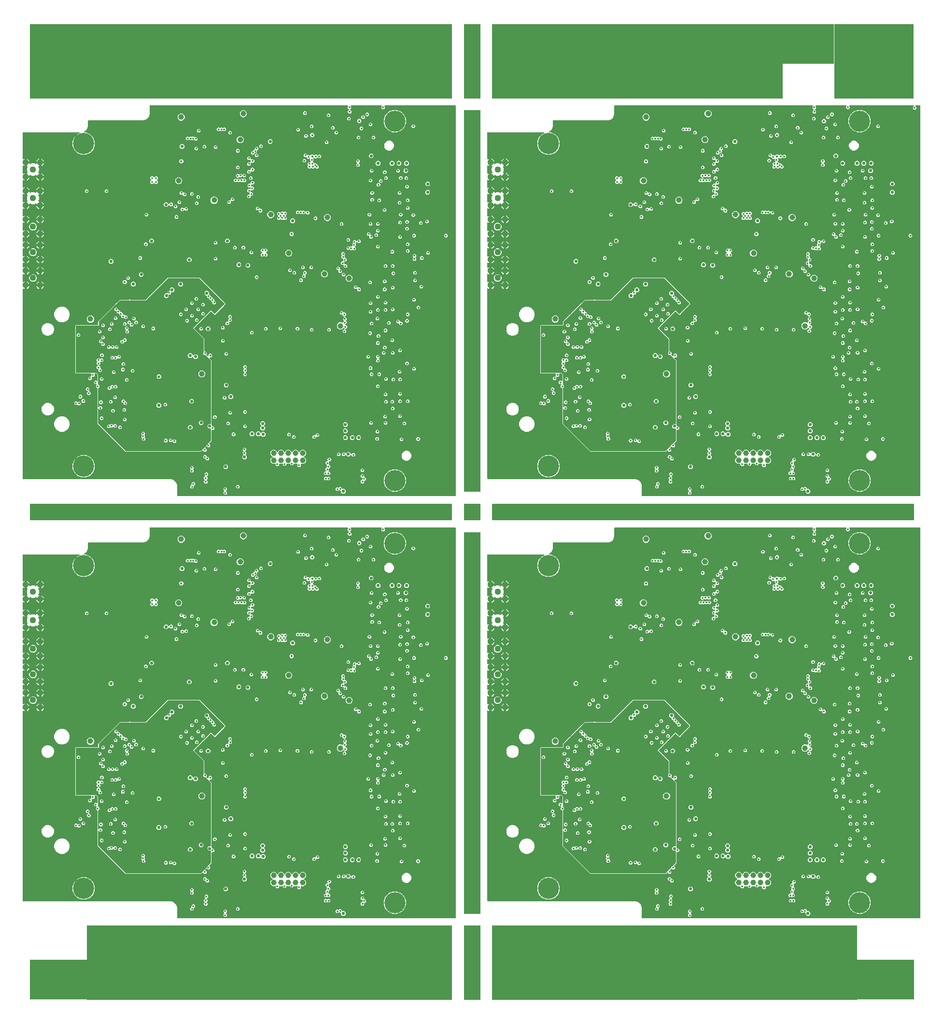
<source format=gbr>
G04 EAGLE Gerber RS-274X export*
G75*
%MOMM*%
%FSLAX34Y34*%
%LPD*%
%INCopper Layer 14*%
%IPPOS*%
%AMOC8*
5,1,8,0,0,1.08239X$1,22.5*%
G01*
%ADD10R,74.000000X13.000000*%
%ADD11R,9.000000X7.000000*%
%ADD12R,51.000000X13.000000*%
%ADD13R,14.000000X13.000000*%
%ADD14R,3.000000X13.000000*%
%ADD15R,3.000000X67.000000*%
%ADD16R,3.000000X3.000000*%
%ADD17R,74.000000X3.000000*%
%ADD18R,64.000000X13.000000*%
%ADD19R,10.000000X7.000000*%
%ADD20C,1.120000*%
%ADD21C,3.716000*%
%ADD22C,3.708400*%
%ADD23C,0.994000*%
%ADD24C,0.352400*%
%ADD25C,0.452400*%
%ADD26C,0.560000*%
%ADD27C,0.980000*%
%ADD28C,0.502400*%

G36*
X920429Y-27355D02*
X920429Y-27355D01*
X920493Y-27356D01*
X920568Y-27335D01*
X920644Y-27324D01*
X920703Y-27298D01*
X920765Y-27281D01*
X920831Y-27240D01*
X920901Y-27208D01*
X920950Y-27166D01*
X921005Y-27133D01*
X921057Y-27075D01*
X921115Y-27025D01*
X921151Y-26971D01*
X921194Y-26923D01*
X921227Y-26854D01*
X921270Y-26789D01*
X921289Y-26727D01*
X921317Y-26670D01*
X921328Y-26600D01*
X921352Y-26519D01*
X921353Y-26434D01*
X921364Y-26365D01*
X921364Y656365D01*
X921355Y656429D01*
X921356Y656493D01*
X921335Y656568D01*
X921324Y656644D01*
X921298Y656703D01*
X921281Y656765D01*
X921240Y656831D01*
X921208Y656901D01*
X921166Y656950D01*
X921133Y657005D01*
X921075Y657057D01*
X921025Y657115D01*
X920971Y657151D01*
X920923Y657194D01*
X920854Y657227D01*
X920789Y657270D01*
X920727Y657289D01*
X920670Y657317D01*
X920600Y657328D01*
X920519Y657352D01*
X920434Y657353D01*
X920365Y657364D01*
X797337Y657364D01*
X797305Y657360D01*
X797273Y657362D01*
X797166Y657340D01*
X797058Y657324D01*
X797028Y657311D01*
X796997Y657305D01*
X796900Y657253D01*
X796801Y657208D01*
X796776Y657187D01*
X796748Y657172D01*
X796670Y657096D01*
X796587Y657025D01*
X796569Y656998D01*
X796546Y656975D01*
X796492Y656881D01*
X796432Y656789D01*
X796423Y656758D01*
X796407Y656730D01*
X796382Y656624D01*
X796350Y656519D01*
X796349Y656487D01*
X796342Y656456D01*
X796347Y656346D01*
X796346Y656237D01*
X796355Y656206D01*
X796356Y656174D01*
X796392Y656071D01*
X796421Y655965D01*
X796438Y655938D01*
X796449Y655907D01*
X796502Y655834D01*
X796569Y655725D01*
X796605Y655693D01*
X796630Y655658D01*
X797033Y655256D01*
X797033Y652744D01*
X795256Y650967D01*
X792744Y650967D01*
X790967Y652744D01*
X790967Y655256D01*
X791370Y655658D01*
X791389Y655684D01*
X791413Y655705D01*
X791473Y655797D01*
X791539Y655884D01*
X791550Y655914D01*
X791568Y655941D01*
X791600Y656046D01*
X791638Y656148D01*
X791641Y656180D01*
X791650Y656211D01*
X791652Y656320D01*
X791660Y656429D01*
X791654Y656461D01*
X791654Y656493D01*
X791625Y656598D01*
X791603Y656705D01*
X791587Y656734D01*
X791579Y656765D01*
X791521Y656858D01*
X791470Y656954D01*
X791448Y656977D01*
X791431Y657005D01*
X791350Y657078D01*
X791273Y657156D01*
X791245Y657172D01*
X791221Y657194D01*
X791123Y657241D01*
X791028Y657295D01*
X790996Y657303D01*
X790968Y657317D01*
X790878Y657331D01*
X790753Y657360D01*
X790705Y657358D01*
X790663Y657364D01*
X738337Y657364D01*
X738305Y657360D01*
X738273Y657362D01*
X738166Y657340D01*
X738058Y657324D01*
X738028Y657311D01*
X737997Y657305D01*
X737900Y657253D01*
X737801Y657208D01*
X737776Y657187D01*
X737748Y657172D01*
X737670Y657096D01*
X737587Y657025D01*
X737569Y656998D01*
X737546Y656975D01*
X737492Y656881D01*
X737432Y656789D01*
X737423Y656758D01*
X737407Y656730D01*
X737382Y656624D01*
X737350Y656519D01*
X737349Y656487D01*
X737342Y656456D01*
X737347Y656346D01*
X737346Y656237D01*
X737355Y656206D01*
X737356Y656174D01*
X737392Y656071D01*
X737421Y655965D01*
X737438Y655938D01*
X737449Y655907D01*
X737502Y655834D01*
X737569Y655725D01*
X737605Y655693D01*
X737630Y655658D01*
X738033Y655256D01*
X738033Y652744D01*
X736396Y651107D01*
X736357Y651055D01*
X736311Y651010D01*
X736273Y650943D01*
X736226Y650881D01*
X736204Y650821D01*
X736172Y650765D01*
X736154Y650690D01*
X736127Y650617D01*
X736122Y650553D01*
X736107Y650490D01*
X736111Y650413D01*
X736105Y650336D01*
X736118Y650273D01*
X736121Y650209D01*
X736147Y650136D01*
X736163Y650060D01*
X736193Y650003D01*
X736214Y649942D01*
X736255Y649886D01*
X736295Y649811D01*
X736354Y649750D01*
X736396Y649693D01*
X738333Y647756D01*
X738333Y645244D01*
X736556Y643467D01*
X734044Y643467D01*
X732267Y645244D01*
X732267Y647756D01*
X733904Y649393D01*
X733943Y649445D01*
X733989Y649490D01*
X734027Y649557D01*
X734074Y649619D01*
X734096Y649679D01*
X734128Y649735D01*
X734146Y649810D01*
X734173Y649883D01*
X734178Y649947D01*
X734193Y650009D01*
X734189Y650087D01*
X734195Y650164D01*
X734182Y650227D01*
X734179Y650291D01*
X734153Y650364D01*
X734137Y650440D01*
X734107Y650497D01*
X734086Y650558D01*
X734045Y650614D01*
X734005Y650689D01*
X733954Y650742D01*
X733938Y650767D01*
X733924Y650780D01*
X733904Y650807D01*
X731967Y652744D01*
X731967Y655256D01*
X732370Y655658D01*
X732389Y655684D01*
X732413Y655705D01*
X732473Y655797D01*
X732539Y655884D01*
X732550Y655914D01*
X732568Y655941D01*
X732600Y656046D01*
X732638Y656148D01*
X732641Y656180D01*
X732650Y656211D01*
X732652Y656320D01*
X732660Y656429D01*
X732654Y656461D01*
X732654Y656493D01*
X732625Y656598D01*
X732603Y656705D01*
X732587Y656734D01*
X732579Y656765D01*
X732521Y656858D01*
X732470Y656954D01*
X732448Y656977D01*
X732431Y657005D01*
X732350Y657078D01*
X732273Y657156D01*
X732245Y657172D01*
X732221Y657194D01*
X732123Y657241D01*
X732028Y657295D01*
X731996Y657303D01*
X731968Y657317D01*
X731878Y657331D01*
X731753Y657360D01*
X731705Y657358D01*
X731663Y657364D01*
X385635Y657364D01*
X385571Y657355D01*
X385507Y657356D01*
X385432Y657335D01*
X385356Y657324D01*
X385297Y657298D01*
X385235Y657281D01*
X385169Y657240D01*
X385099Y657208D01*
X385050Y657166D01*
X384995Y657133D01*
X384943Y657075D01*
X384885Y657025D01*
X384849Y656971D01*
X384806Y656923D01*
X384773Y656854D01*
X384730Y656789D01*
X384711Y656727D01*
X384683Y656670D01*
X384672Y656600D01*
X384648Y656519D01*
X384647Y656434D01*
X384636Y656365D01*
X384636Y641487D01*
X382712Y636842D01*
X379158Y633288D01*
X374513Y631364D01*
X277635Y631364D01*
X277571Y631355D01*
X277507Y631356D01*
X277432Y631335D01*
X277356Y631324D01*
X277297Y631298D01*
X277235Y631281D01*
X277169Y631240D01*
X277099Y631208D01*
X277050Y631166D01*
X276995Y631133D01*
X276943Y631075D01*
X276885Y631025D01*
X276849Y630971D01*
X276806Y630923D01*
X276773Y630854D01*
X276730Y630789D01*
X276711Y630727D01*
X276683Y630670D01*
X276672Y630600D01*
X276648Y630519D01*
X276647Y630434D01*
X276636Y630365D01*
X276636Y620487D01*
X274712Y615842D01*
X271158Y612288D01*
X270470Y612003D01*
X270395Y611959D01*
X270316Y611923D01*
X270274Y611887D01*
X270227Y611860D01*
X270168Y611796D01*
X270102Y611740D01*
X270072Y611694D01*
X270034Y611654D01*
X269995Y611577D01*
X269947Y611504D01*
X269931Y611451D01*
X269907Y611402D01*
X269890Y611317D01*
X269865Y611234D01*
X269864Y611179D01*
X269854Y611125D01*
X269863Y611039D01*
X269861Y610952D01*
X269876Y610899D01*
X269881Y610845D01*
X269913Y610764D01*
X269937Y610680D01*
X269965Y610633D01*
X269986Y610583D01*
X270039Y610514D01*
X270085Y610440D01*
X270125Y610404D01*
X270159Y610360D01*
X270230Y610309D01*
X270294Y610251D01*
X270343Y610227D01*
X270388Y610195D01*
X270470Y610166D01*
X270548Y610128D01*
X270598Y610120D01*
X270654Y610101D01*
X270767Y610094D01*
X270852Y610081D01*
X272895Y610081D01*
X280092Y607100D01*
X285600Y601592D01*
X288581Y594395D01*
X288581Y586605D01*
X285600Y579408D01*
X280092Y573900D01*
X272895Y570919D01*
X265105Y570919D01*
X257908Y573900D01*
X252400Y579408D01*
X249419Y586605D01*
X249419Y594395D01*
X252400Y601592D01*
X257908Y607100D01*
X261149Y608442D01*
X261223Y608486D01*
X261302Y608522D01*
X261344Y608557D01*
X261391Y608585D01*
X261451Y608649D01*
X261517Y608705D01*
X261547Y608751D01*
X261584Y608791D01*
X261623Y608868D01*
X261671Y608941D01*
X261687Y608994D01*
X261712Y609043D01*
X261728Y609128D01*
X261753Y609211D01*
X261754Y609266D01*
X261764Y609320D01*
X261756Y609406D01*
X261757Y609493D01*
X261743Y609546D01*
X261737Y609600D01*
X261705Y609681D01*
X261682Y609765D01*
X261653Y609812D01*
X261633Y609862D01*
X261580Y609931D01*
X261534Y610005D01*
X261493Y610042D01*
X261459Y610085D01*
X261389Y610135D01*
X261325Y610194D01*
X261275Y610218D01*
X261231Y610250D01*
X261149Y610279D01*
X261071Y610317D01*
X261020Y610325D01*
X260965Y610344D01*
X260851Y610351D01*
X260766Y610364D01*
X162635Y610364D01*
X162571Y610355D01*
X162507Y610356D01*
X162432Y610335D01*
X162356Y610324D01*
X162297Y610298D01*
X162235Y610281D01*
X162169Y610240D01*
X162099Y610208D01*
X162050Y610166D01*
X161995Y610133D01*
X161943Y610075D01*
X161885Y610025D01*
X161849Y609971D01*
X161806Y609923D01*
X161773Y609854D01*
X161730Y609789D01*
X161711Y609727D01*
X161683Y609670D01*
X161672Y609600D01*
X161648Y609519D01*
X161647Y609434D01*
X161636Y609365D01*
X161636Y563964D01*
X161646Y563889D01*
X161647Y563814D01*
X161666Y563750D01*
X161676Y563685D01*
X161707Y563616D01*
X161728Y563543D01*
X161765Y563488D01*
X161792Y563428D01*
X161841Y563370D01*
X161882Y563307D01*
X161932Y563264D01*
X161975Y563213D01*
X162038Y563172D01*
X162096Y563123D01*
X162156Y563095D01*
X162211Y563059D01*
X162283Y563037D01*
X162352Y563005D01*
X162418Y562996D01*
X162481Y562977D01*
X162556Y562976D01*
X162631Y562965D01*
X162697Y562974D01*
X162763Y562973D01*
X162836Y562993D01*
X162910Y563003D01*
X162966Y563029D01*
X163035Y563048D01*
X163119Y563100D01*
X163190Y563133D01*
X164079Y563727D01*
X165301Y564233D01*
X165301Y558700D01*
X165310Y558637D01*
X165309Y558572D01*
X165330Y558498D01*
X165341Y558421D01*
X165367Y558362D01*
X165384Y558300D01*
X165425Y558234D01*
X165457Y558164D01*
X165499Y558115D01*
X165532Y558060D01*
X165590Y558009D01*
X165640Y557950D01*
X165694Y557914D01*
X165742Y557871D01*
X165811Y557838D01*
X165876Y557795D01*
X165938Y557776D01*
X165995Y557748D01*
X166065Y557738D01*
X166146Y557713D01*
X166231Y557712D01*
X166300Y557701D01*
X167301Y557701D01*
X167301Y557699D01*
X166300Y557699D01*
X166236Y557690D01*
X166172Y557691D01*
X166097Y557670D01*
X166021Y557659D01*
X165962Y557633D01*
X165900Y557616D01*
X165834Y557575D01*
X165764Y557543D01*
X165715Y557501D01*
X165660Y557468D01*
X165608Y557410D01*
X165550Y557360D01*
X165514Y557306D01*
X165471Y557258D01*
X165438Y557189D01*
X165395Y557124D01*
X165376Y557062D01*
X165348Y557004D01*
X165337Y556935D01*
X165313Y556854D01*
X165312Y556769D01*
X165301Y556700D01*
X165301Y551167D01*
X164079Y551673D01*
X163190Y552267D01*
X163122Y552300D01*
X163059Y552341D01*
X162996Y552360D01*
X162936Y552389D01*
X162861Y552401D01*
X162789Y552423D01*
X162723Y552424D01*
X162658Y552435D01*
X162583Y552426D01*
X162507Y552427D01*
X162443Y552410D01*
X162378Y552402D01*
X162308Y552372D01*
X162235Y552352D01*
X162179Y552317D01*
X162118Y552291D01*
X162060Y552244D01*
X161995Y552204D01*
X161951Y552155D01*
X161900Y552113D01*
X161857Y552051D01*
X161806Y551995D01*
X161777Y551935D01*
X161740Y551880D01*
X161716Y551809D01*
X161683Y551741D01*
X161674Y551681D01*
X161651Y551613D01*
X161648Y551514D01*
X161636Y551436D01*
X161636Y538564D01*
X161646Y538489D01*
X161647Y538414D01*
X161666Y538350D01*
X161676Y538285D01*
X161707Y538216D01*
X161728Y538144D01*
X161764Y538088D01*
X161792Y538028D01*
X161841Y537970D01*
X161882Y537907D01*
X161932Y537864D01*
X161975Y537813D01*
X162038Y537772D01*
X162096Y537723D01*
X162156Y537695D01*
X162211Y537659D01*
X162283Y537637D01*
X162352Y537606D01*
X162418Y537596D01*
X162481Y537577D01*
X162556Y537576D01*
X162631Y537565D01*
X162697Y537574D01*
X162763Y537573D01*
X162836Y537593D01*
X162910Y537603D01*
X162966Y537629D01*
X163035Y537648D01*
X163119Y537700D01*
X163190Y537733D01*
X164079Y538327D01*
X165301Y538833D01*
X165301Y533300D01*
X165310Y533237D01*
X165309Y533172D01*
X165330Y533098D01*
X165341Y533021D01*
X165367Y532962D01*
X165384Y532900D01*
X165425Y532834D01*
X165457Y532764D01*
X165499Y532715D01*
X165532Y532660D01*
X165590Y532609D01*
X165640Y532550D01*
X165694Y532514D01*
X165742Y532471D01*
X165811Y532438D01*
X165876Y532395D01*
X165938Y532376D01*
X165995Y532348D01*
X166065Y532338D01*
X166146Y532313D01*
X166231Y532312D01*
X166300Y532301D01*
X167301Y532301D01*
X167301Y532299D01*
X166300Y532299D01*
X166236Y532290D01*
X166172Y532291D01*
X166097Y532270D01*
X166021Y532259D01*
X165962Y532233D01*
X165900Y532216D01*
X165834Y532175D01*
X165764Y532143D01*
X165715Y532101D01*
X165660Y532068D01*
X165608Y532010D01*
X165550Y531960D01*
X165514Y531906D01*
X165471Y531858D01*
X165438Y531789D01*
X165395Y531724D01*
X165376Y531662D01*
X165348Y531604D01*
X165337Y531535D01*
X165313Y531454D01*
X165312Y531369D01*
X165301Y531300D01*
X165301Y525767D01*
X164079Y526273D01*
X163190Y526867D01*
X163122Y526900D01*
X163059Y526941D01*
X162996Y526960D01*
X162936Y526989D01*
X162861Y527001D01*
X162789Y527023D01*
X162723Y527024D01*
X162658Y527035D01*
X162583Y527026D01*
X162507Y527027D01*
X162443Y527009D01*
X162378Y527002D01*
X162308Y526972D01*
X162235Y526952D01*
X162179Y526917D01*
X162118Y526891D01*
X162060Y526844D01*
X161995Y526804D01*
X161951Y526755D01*
X161900Y526713D01*
X161857Y526651D01*
X161806Y526594D01*
X161777Y526535D01*
X161740Y526480D01*
X161716Y526409D01*
X161683Y526341D01*
X161674Y526281D01*
X161651Y526213D01*
X161648Y526114D01*
X161636Y526036D01*
X161636Y513964D01*
X161646Y513889D01*
X161647Y513814D01*
X161666Y513750D01*
X161676Y513685D01*
X161707Y513616D01*
X161728Y513544D01*
X161764Y513488D01*
X161792Y513428D01*
X161841Y513370D01*
X161882Y513307D01*
X161932Y513264D01*
X161975Y513213D01*
X162038Y513172D01*
X162096Y513123D01*
X162156Y513095D01*
X162211Y513059D01*
X162283Y513037D01*
X162352Y513006D01*
X162418Y512996D01*
X162481Y512977D01*
X162556Y512976D01*
X162631Y512965D01*
X162697Y512974D01*
X162763Y512973D01*
X162836Y512993D01*
X162910Y513003D01*
X162966Y513029D01*
X163035Y513048D01*
X163119Y513100D01*
X163190Y513133D01*
X164079Y513727D01*
X165301Y514233D01*
X165301Y508700D01*
X165310Y508637D01*
X165309Y508572D01*
X165330Y508498D01*
X165341Y508421D01*
X165367Y508362D01*
X165384Y508300D01*
X165425Y508234D01*
X165457Y508164D01*
X165499Y508115D01*
X165532Y508060D01*
X165590Y508009D01*
X165640Y507950D01*
X165694Y507914D01*
X165742Y507871D01*
X165811Y507838D01*
X165876Y507795D01*
X165938Y507776D01*
X165995Y507748D01*
X166065Y507738D01*
X166146Y507713D01*
X166231Y507712D01*
X166300Y507701D01*
X167301Y507701D01*
X167301Y507699D01*
X166300Y507699D01*
X166236Y507690D01*
X166172Y507691D01*
X166097Y507670D01*
X166021Y507659D01*
X165962Y507633D01*
X165900Y507616D01*
X165834Y507575D01*
X165764Y507543D01*
X165715Y507501D01*
X165660Y507468D01*
X165608Y507410D01*
X165550Y507360D01*
X165514Y507306D01*
X165471Y507258D01*
X165438Y507189D01*
X165395Y507124D01*
X165376Y507062D01*
X165348Y507004D01*
X165337Y506935D01*
X165313Y506854D01*
X165312Y506769D01*
X165301Y506700D01*
X165301Y501167D01*
X164079Y501673D01*
X163190Y502267D01*
X163122Y502300D01*
X163059Y502341D01*
X162996Y502360D01*
X162936Y502389D01*
X162861Y502401D01*
X162789Y502423D01*
X162723Y502424D01*
X162658Y502435D01*
X162583Y502426D01*
X162507Y502427D01*
X162443Y502409D01*
X162378Y502402D01*
X162308Y502372D01*
X162235Y502352D01*
X162179Y502317D01*
X162118Y502291D01*
X162060Y502244D01*
X161995Y502204D01*
X161951Y502155D01*
X161900Y502113D01*
X161857Y502051D01*
X161806Y501994D01*
X161777Y501935D01*
X161740Y501880D01*
X161716Y501809D01*
X161683Y501741D01*
X161674Y501681D01*
X161651Y501613D01*
X161648Y501514D01*
X161636Y501436D01*
X161636Y488564D01*
X161646Y488489D01*
X161647Y488414D01*
X161666Y488350D01*
X161676Y488285D01*
X161707Y488216D01*
X161728Y488143D01*
X161765Y488088D01*
X161792Y488028D01*
X161841Y487970D01*
X161882Y487907D01*
X161932Y487864D01*
X161975Y487813D01*
X162038Y487772D01*
X162096Y487723D01*
X162156Y487695D01*
X162211Y487659D01*
X162283Y487637D01*
X162352Y487605D01*
X162418Y487596D01*
X162481Y487577D01*
X162556Y487576D01*
X162631Y487565D01*
X162697Y487574D01*
X162763Y487573D01*
X162836Y487593D01*
X162910Y487603D01*
X162966Y487629D01*
X163035Y487648D01*
X163119Y487700D01*
X163190Y487733D01*
X164079Y488327D01*
X165301Y488833D01*
X165301Y483300D01*
X165310Y483237D01*
X165309Y483172D01*
X165330Y483098D01*
X165341Y483021D01*
X165367Y482962D01*
X165384Y482900D01*
X165425Y482834D01*
X165457Y482764D01*
X165499Y482715D01*
X165532Y482660D01*
X165590Y482609D01*
X165640Y482550D01*
X165694Y482514D01*
X165742Y482471D01*
X165811Y482438D01*
X165876Y482395D01*
X165938Y482376D01*
X165995Y482348D01*
X166065Y482338D01*
X166146Y482313D01*
X166231Y482312D01*
X166300Y482301D01*
X167301Y482301D01*
X167301Y482299D01*
X166300Y482299D01*
X166236Y482290D01*
X166172Y482291D01*
X166097Y482270D01*
X166021Y482259D01*
X165962Y482233D01*
X165900Y482216D01*
X165834Y482175D01*
X165764Y482143D01*
X165715Y482101D01*
X165660Y482068D01*
X165608Y482010D01*
X165550Y481960D01*
X165514Y481906D01*
X165471Y481858D01*
X165438Y481789D01*
X165395Y481724D01*
X165376Y481662D01*
X165348Y481604D01*
X165337Y481535D01*
X165313Y481454D01*
X165312Y481369D01*
X165301Y481300D01*
X165301Y475767D01*
X164079Y476273D01*
X163190Y476867D01*
X163122Y476900D01*
X163059Y476941D01*
X162996Y476960D01*
X162936Y476989D01*
X162861Y477001D01*
X162789Y477023D01*
X162723Y477024D01*
X162658Y477035D01*
X162583Y477026D01*
X162507Y477027D01*
X162443Y477009D01*
X162378Y477002D01*
X162308Y476972D01*
X162235Y476952D01*
X162179Y476917D01*
X162118Y476891D01*
X162060Y476844D01*
X161995Y476804D01*
X161951Y476755D01*
X161900Y476713D01*
X161857Y476651D01*
X161806Y476594D01*
X161777Y476535D01*
X161740Y476480D01*
X161716Y476409D01*
X161683Y476341D01*
X161674Y476281D01*
X161651Y476213D01*
X161648Y476114D01*
X161636Y476036D01*
X161636Y463964D01*
X161646Y463889D01*
X161647Y463814D01*
X161666Y463750D01*
X161676Y463685D01*
X161707Y463616D01*
X161728Y463543D01*
X161765Y463488D01*
X161792Y463428D01*
X161841Y463370D01*
X161882Y463307D01*
X161932Y463264D01*
X161975Y463213D01*
X162038Y463172D01*
X162096Y463123D01*
X162156Y463095D01*
X162211Y463059D01*
X162283Y463037D01*
X162352Y463005D01*
X162418Y462996D01*
X162481Y462977D01*
X162556Y462976D01*
X162631Y462965D01*
X162697Y462974D01*
X162763Y462973D01*
X162836Y462993D01*
X162910Y463003D01*
X162966Y463029D01*
X163035Y463048D01*
X163119Y463100D01*
X163190Y463133D01*
X164079Y463727D01*
X165301Y464233D01*
X165301Y458700D01*
X165310Y458637D01*
X165309Y458572D01*
X165330Y458498D01*
X165341Y458421D01*
X165367Y458362D01*
X165384Y458300D01*
X165425Y458234D01*
X165457Y458164D01*
X165499Y458115D01*
X165532Y458060D01*
X165590Y458009D01*
X165640Y457950D01*
X165694Y457914D01*
X165742Y457871D01*
X165811Y457838D01*
X165876Y457795D01*
X165938Y457776D01*
X165995Y457748D01*
X166065Y457738D01*
X166146Y457713D01*
X166231Y457712D01*
X166300Y457701D01*
X167301Y457701D01*
X167301Y457699D01*
X166300Y457699D01*
X166236Y457690D01*
X166172Y457691D01*
X166097Y457670D01*
X166021Y457659D01*
X165962Y457633D01*
X165900Y457616D01*
X165834Y457575D01*
X165764Y457543D01*
X165715Y457501D01*
X165660Y457468D01*
X165608Y457410D01*
X165550Y457360D01*
X165514Y457306D01*
X165471Y457258D01*
X165438Y457189D01*
X165395Y457124D01*
X165376Y457062D01*
X165348Y457004D01*
X165337Y456935D01*
X165313Y456854D01*
X165312Y456769D01*
X165301Y456700D01*
X165301Y451167D01*
X164079Y451673D01*
X163190Y452267D01*
X163122Y452300D01*
X163059Y452341D01*
X162996Y452360D01*
X162936Y452389D01*
X162861Y452401D01*
X162789Y452423D01*
X162723Y452424D01*
X162658Y452435D01*
X162583Y452426D01*
X162507Y452427D01*
X162443Y452410D01*
X162378Y452402D01*
X162308Y452372D01*
X162235Y452352D01*
X162179Y452317D01*
X162118Y452291D01*
X162060Y452244D01*
X161995Y452204D01*
X161951Y452155D01*
X161900Y452113D01*
X161857Y452051D01*
X161806Y451995D01*
X161777Y451935D01*
X161740Y451880D01*
X161716Y451809D01*
X161683Y451741D01*
X161674Y451681D01*
X161651Y451613D01*
X161648Y451514D01*
X161636Y451436D01*
X161636Y438564D01*
X161646Y438489D01*
X161647Y438414D01*
X161666Y438350D01*
X161676Y438285D01*
X161707Y438216D01*
X161728Y438144D01*
X161764Y438088D01*
X161792Y438028D01*
X161841Y437970D01*
X161882Y437907D01*
X161932Y437864D01*
X161975Y437813D01*
X162038Y437772D01*
X162096Y437723D01*
X162156Y437695D01*
X162211Y437659D01*
X162283Y437637D01*
X162352Y437606D01*
X162418Y437596D01*
X162481Y437577D01*
X162556Y437576D01*
X162631Y437565D01*
X162697Y437574D01*
X162763Y437573D01*
X162836Y437593D01*
X162910Y437603D01*
X162966Y437629D01*
X163035Y437648D01*
X163119Y437700D01*
X163190Y437733D01*
X164079Y438327D01*
X165301Y438833D01*
X165301Y433300D01*
X165310Y433237D01*
X165309Y433172D01*
X165330Y433098D01*
X165341Y433021D01*
X165367Y432962D01*
X165384Y432900D01*
X165425Y432834D01*
X165457Y432764D01*
X165499Y432715D01*
X165532Y432660D01*
X165590Y432609D01*
X165640Y432550D01*
X165694Y432514D01*
X165742Y432471D01*
X165811Y432438D01*
X165876Y432395D01*
X165938Y432376D01*
X165995Y432348D01*
X166065Y432338D01*
X166146Y432313D01*
X166231Y432312D01*
X166300Y432301D01*
X167301Y432301D01*
X167301Y432299D01*
X166300Y432299D01*
X166236Y432290D01*
X166172Y432291D01*
X166097Y432270D01*
X166021Y432259D01*
X165962Y432233D01*
X165900Y432216D01*
X165834Y432175D01*
X165764Y432143D01*
X165715Y432101D01*
X165660Y432068D01*
X165608Y432010D01*
X165550Y431960D01*
X165514Y431906D01*
X165471Y431858D01*
X165438Y431789D01*
X165395Y431724D01*
X165376Y431662D01*
X165348Y431604D01*
X165337Y431535D01*
X165313Y431454D01*
X165312Y431369D01*
X165301Y431300D01*
X165301Y425767D01*
X164079Y426273D01*
X163190Y426867D01*
X163122Y426900D01*
X163059Y426941D01*
X162996Y426960D01*
X162936Y426989D01*
X162861Y427001D01*
X162789Y427023D01*
X162723Y427024D01*
X162658Y427035D01*
X162583Y427026D01*
X162507Y427027D01*
X162443Y427010D01*
X162378Y427002D01*
X162308Y426972D01*
X162235Y426952D01*
X162179Y426917D01*
X162118Y426891D01*
X162060Y426844D01*
X161995Y426804D01*
X161951Y426755D01*
X161900Y426713D01*
X161857Y426651D01*
X161806Y426595D01*
X161777Y426535D01*
X161740Y426480D01*
X161716Y426409D01*
X161683Y426341D01*
X161674Y426281D01*
X161651Y426213D01*
X161648Y426114D01*
X161636Y426036D01*
X161636Y418964D01*
X161646Y418889D01*
X161647Y418814D01*
X161666Y418750D01*
X161676Y418685D01*
X161707Y418616D01*
X161728Y418544D01*
X161764Y418488D01*
X161792Y418428D01*
X161841Y418370D01*
X161882Y418307D01*
X161932Y418264D01*
X161975Y418213D01*
X162038Y418172D01*
X162096Y418123D01*
X162156Y418095D01*
X162211Y418059D01*
X162283Y418037D01*
X162352Y418006D01*
X162418Y417996D01*
X162481Y417977D01*
X162556Y417976D01*
X162631Y417965D01*
X162697Y417974D01*
X162763Y417973D01*
X162836Y417993D01*
X162910Y418003D01*
X162966Y418029D01*
X163035Y418048D01*
X163119Y418100D01*
X163190Y418133D01*
X164079Y418727D01*
X165301Y419233D01*
X165301Y413700D01*
X165310Y413637D01*
X165309Y413572D01*
X165330Y413498D01*
X165341Y413421D01*
X165367Y413362D01*
X165384Y413300D01*
X165425Y413234D01*
X165457Y413164D01*
X165499Y413115D01*
X165532Y413060D01*
X165590Y413009D01*
X165640Y412950D01*
X165694Y412914D01*
X165742Y412871D01*
X165811Y412838D01*
X165876Y412795D01*
X165938Y412776D01*
X165995Y412748D01*
X166065Y412738D01*
X166146Y412713D01*
X166231Y412712D01*
X166300Y412701D01*
X167301Y412701D01*
X167301Y412699D01*
X166300Y412699D01*
X166236Y412690D01*
X166172Y412691D01*
X166097Y412670D01*
X166021Y412659D01*
X165962Y412633D01*
X165900Y412616D01*
X165834Y412575D01*
X165764Y412543D01*
X165715Y412501D01*
X165660Y412468D01*
X165608Y412410D01*
X165550Y412360D01*
X165514Y412306D01*
X165471Y412258D01*
X165438Y412189D01*
X165395Y412124D01*
X165376Y412062D01*
X165348Y412004D01*
X165337Y411935D01*
X165313Y411854D01*
X165312Y411769D01*
X165301Y411700D01*
X165301Y406167D01*
X164079Y406673D01*
X163190Y407267D01*
X163122Y407300D01*
X163059Y407341D01*
X162996Y407360D01*
X162936Y407389D01*
X162861Y407401D01*
X162789Y407423D01*
X162723Y407424D01*
X162658Y407435D01*
X162583Y407426D01*
X162507Y407427D01*
X162443Y407409D01*
X162378Y407402D01*
X162308Y407372D01*
X162235Y407352D01*
X162179Y407317D01*
X162118Y407291D01*
X162060Y407244D01*
X161995Y407204D01*
X161951Y407155D01*
X161900Y407113D01*
X161857Y407051D01*
X161806Y406994D01*
X161777Y406935D01*
X161740Y406880D01*
X161716Y406809D01*
X161683Y406741D01*
X161674Y406681D01*
X161651Y406613D01*
X161648Y406514D01*
X161636Y406436D01*
X161636Y393564D01*
X161646Y393489D01*
X161647Y393414D01*
X161666Y393350D01*
X161676Y393285D01*
X161707Y393216D01*
X161728Y393143D01*
X161765Y393088D01*
X161792Y393028D01*
X161841Y392970D01*
X161882Y392907D01*
X161932Y392864D01*
X161975Y392813D01*
X162038Y392772D01*
X162096Y392723D01*
X162156Y392695D01*
X162211Y392659D01*
X162283Y392637D01*
X162352Y392605D01*
X162418Y392596D01*
X162481Y392577D01*
X162556Y392576D01*
X162631Y392565D01*
X162697Y392574D01*
X162763Y392573D01*
X162836Y392593D01*
X162910Y392603D01*
X162966Y392629D01*
X163035Y392648D01*
X163119Y392700D01*
X163190Y392733D01*
X164079Y393327D01*
X165301Y393833D01*
X165301Y388300D01*
X165310Y388239D01*
X165309Y388196D01*
X165309Y388195D01*
X165309Y388172D01*
X165330Y388098D01*
X165341Y388021D01*
X165367Y387962D01*
X165384Y387900D01*
X165425Y387834D01*
X165457Y387764D01*
X165499Y387715D01*
X165532Y387660D01*
X165590Y387609D01*
X165640Y387550D01*
X165694Y387514D01*
X165742Y387471D01*
X165811Y387438D01*
X165876Y387395D01*
X165938Y387376D01*
X165995Y387348D01*
X166065Y387338D01*
X166146Y387313D01*
X166231Y387312D01*
X166300Y387301D01*
X167301Y387301D01*
X167301Y387299D01*
X166300Y387299D01*
X166236Y387290D01*
X166172Y387291D01*
X166097Y387270D01*
X166021Y387259D01*
X165962Y387233D01*
X165900Y387216D01*
X165834Y387175D01*
X165764Y387143D01*
X165715Y387101D01*
X165660Y387068D01*
X165608Y387010D01*
X165550Y386960D01*
X165514Y386906D01*
X165471Y386858D01*
X165438Y386789D01*
X165395Y386724D01*
X165376Y386662D01*
X165348Y386604D01*
X165337Y386535D01*
X165313Y386454D01*
X165312Y386369D01*
X165301Y386300D01*
X165301Y380767D01*
X164079Y381273D01*
X163190Y381867D01*
X163122Y381900D01*
X163059Y381941D01*
X162996Y381960D01*
X162936Y381989D01*
X162861Y382001D01*
X162789Y382023D01*
X162723Y382024D01*
X162658Y382035D01*
X162583Y382026D01*
X162507Y382027D01*
X162443Y382010D01*
X162378Y382002D01*
X162308Y381972D01*
X162235Y381952D01*
X162179Y381917D01*
X162118Y381891D01*
X162060Y381844D01*
X161995Y381804D01*
X161951Y381755D01*
X161900Y381713D01*
X161857Y381651D01*
X161806Y381595D01*
X161777Y381535D01*
X161740Y381480D01*
X161716Y381409D01*
X161683Y381341D01*
X161674Y381281D01*
X161651Y381213D01*
X161648Y381114D01*
X161636Y381036D01*
X161636Y373964D01*
X161646Y373889D01*
X161647Y373814D01*
X161666Y373750D01*
X161676Y373685D01*
X161707Y373616D01*
X161728Y373544D01*
X161764Y373488D01*
X161792Y373428D01*
X161841Y373370D01*
X161882Y373307D01*
X161932Y373264D01*
X161975Y373213D01*
X162038Y373172D01*
X162096Y373123D01*
X162156Y373095D01*
X162211Y373059D01*
X162283Y373037D01*
X162352Y373006D01*
X162418Y372996D01*
X162481Y372977D01*
X162556Y372976D01*
X162631Y372965D01*
X162697Y372974D01*
X162763Y372973D01*
X162836Y372993D01*
X162910Y373003D01*
X162966Y373029D01*
X163035Y373048D01*
X163119Y373100D01*
X163190Y373133D01*
X164079Y373727D01*
X165301Y374233D01*
X165301Y368700D01*
X165310Y368637D01*
X165309Y368572D01*
X165330Y368498D01*
X165341Y368421D01*
X165367Y368362D01*
X165384Y368300D01*
X165425Y368234D01*
X165457Y368164D01*
X165499Y368115D01*
X165532Y368060D01*
X165590Y368009D01*
X165640Y367950D01*
X165694Y367914D01*
X165742Y367871D01*
X165811Y367838D01*
X165876Y367795D01*
X165938Y367776D01*
X165995Y367748D01*
X166065Y367738D01*
X166146Y367713D01*
X166231Y367712D01*
X166300Y367701D01*
X167301Y367701D01*
X167301Y367699D01*
X166300Y367699D01*
X166236Y367690D01*
X166172Y367691D01*
X166097Y367670D01*
X166021Y367659D01*
X165962Y367633D01*
X165900Y367616D01*
X165834Y367575D01*
X165764Y367543D01*
X165715Y367501D01*
X165660Y367468D01*
X165608Y367410D01*
X165550Y367360D01*
X165514Y367306D01*
X165471Y367258D01*
X165438Y367189D01*
X165395Y367124D01*
X165376Y367062D01*
X165348Y367004D01*
X165337Y366935D01*
X165313Y366854D01*
X165312Y366769D01*
X165301Y366700D01*
X165301Y361167D01*
X164079Y361673D01*
X163190Y362267D01*
X163122Y362300D01*
X163059Y362341D01*
X162996Y362360D01*
X162936Y362389D01*
X162861Y362401D01*
X162789Y362423D01*
X162723Y362424D01*
X162658Y362435D01*
X162583Y362426D01*
X162507Y362427D01*
X162443Y362410D01*
X162378Y362402D01*
X162308Y362372D01*
X162235Y362352D01*
X162179Y362317D01*
X162118Y362291D01*
X162060Y362244D01*
X161995Y362204D01*
X161951Y362155D01*
X161900Y362113D01*
X161857Y362051D01*
X161806Y361995D01*
X161777Y361935D01*
X161740Y361880D01*
X161716Y361809D01*
X161683Y361741D01*
X161674Y361681D01*
X161651Y361613D01*
X161648Y361514D01*
X161636Y361436D01*
X161636Y348564D01*
X161646Y348489D01*
X161647Y348414D01*
X161666Y348350D01*
X161676Y348285D01*
X161707Y348216D01*
X161728Y348144D01*
X161764Y348088D01*
X161792Y348028D01*
X161841Y347970D01*
X161882Y347907D01*
X161932Y347864D01*
X161975Y347813D01*
X162038Y347772D01*
X162096Y347723D01*
X162156Y347695D01*
X162211Y347659D01*
X162283Y347637D01*
X162352Y347606D01*
X162418Y347596D01*
X162481Y347577D01*
X162556Y347576D01*
X162631Y347565D01*
X162697Y347574D01*
X162763Y347573D01*
X162836Y347593D01*
X162910Y347603D01*
X162966Y347629D01*
X163035Y347648D01*
X163119Y347700D01*
X163190Y347733D01*
X164079Y348327D01*
X165301Y348833D01*
X165301Y343300D01*
X165309Y343241D01*
X165309Y343230D01*
X165310Y343227D01*
X165309Y343172D01*
X165330Y343098D01*
X165341Y343021D01*
X165367Y342962D01*
X165384Y342900D01*
X165425Y342834D01*
X165457Y342764D01*
X165499Y342715D01*
X165532Y342660D01*
X165590Y342609D01*
X165640Y342550D01*
X165694Y342514D01*
X165742Y342471D01*
X165811Y342438D01*
X165876Y342395D01*
X165938Y342376D01*
X165995Y342348D01*
X166065Y342338D01*
X166146Y342313D01*
X166231Y342312D01*
X166300Y342301D01*
X167301Y342301D01*
X167301Y342299D01*
X166300Y342299D01*
X166236Y342290D01*
X166172Y342291D01*
X166097Y342270D01*
X166021Y342259D01*
X165962Y342233D01*
X165900Y342216D01*
X165834Y342175D01*
X165764Y342143D01*
X165715Y342101D01*
X165660Y342068D01*
X165608Y342010D01*
X165550Y341960D01*
X165514Y341906D01*
X165471Y341858D01*
X165438Y341789D01*
X165395Y341724D01*
X165376Y341662D01*
X165348Y341604D01*
X165337Y341535D01*
X165313Y341454D01*
X165312Y341369D01*
X165301Y341300D01*
X165301Y335767D01*
X164079Y336273D01*
X163190Y336867D01*
X163122Y336900D01*
X163059Y336941D01*
X162996Y336960D01*
X162936Y336989D01*
X162861Y337001D01*
X162789Y337023D01*
X162723Y337024D01*
X162658Y337035D01*
X162583Y337026D01*
X162507Y337027D01*
X162443Y337009D01*
X162378Y337002D01*
X162308Y336972D01*
X162235Y336952D01*
X162179Y336917D01*
X162118Y336891D01*
X162060Y336844D01*
X161995Y336804D01*
X161951Y336755D01*
X161900Y336713D01*
X161857Y336651D01*
X161806Y336594D01*
X161777Y336535D01*
X161740Y336480D01*
X161716Y336409D01*
X161683Y336341D01*
X161674Y336281D01*
X161651Y336213D01*
X161648Y336114D01*
X161636Y336036D01*
X161636Y3635D01*
X161645Y3571D01*
X161644Y3507D01*
X161665Y3432D01*
X161676Y3356D01*
X161702Y3297D01*
X161719Y3235D01*
X161760Y3169D01*
X161792Y3099D01*
X161834Y3050D01*
X161867Y2995D01*
X161925Y2943D01*
X161975Y2885D01*
X162029Y2849D01*
X162077Y2806D01*
X162146Y2773D01*
X162211Y2730D01*
X162273Y2711D01*
X162330Y2683D01*
X162400Y2672D01*
X162481Y2648D01*
X162566Y2647D01*
X162635Y2636D01*
X422513Y2636D01*
X427158Y712D01*
X430712Y-2842D01*
X432636Y-7487D01*
X432636Y-26365D01*
X432645Y-26429D01*
X432644Y-26493D01*
X432665Y-26568D01*
X432676Y-26644D01*
X432702Y-26703D01*
X432719Y-26765D01*
X432760Y-26831D01*
X432792Y-26901D01*
X432834Y-26950D01*
X432867Y-27005D01*
X432925Y-27057D01*
X432975Y-27115D01*
X433029Y-27151D01*
X433077Y-27194D01*
X433146Y-27227D01*
X433211Y-27270D01*
X433273Y-27289D01*
X433330Y-27317D01*
X433400Y-27328D01*
X433481Y-27352D01*
X433566Y-27353D01*
X433635Y-27364D01*
X920365Y-27364D01*
X920429Y-27355D01*
G37*
G36*
X105429Y712645D02*
X105429Y712645D01*
X105493Y712644D01*
X105568Y712665D01*
X105644Y712676D01*
X105703Y712702D01*
X105765Y712719D01*
X105831Y712760D01*
X105901Y712792D01*
X105950Y712834D01*
X106005Y712867D01*
X106057Y712925D01*
X106115Y712975D01*
X106151Y713029D01*
X106194Y713077D01*
X106227Y713146D01*
X106270Y713211D01*
X106289Y713273D01*
X106317Y713330D01*
X106328Y713400D01*
X106352Y713481D01*
X106353Y713566D01*
X106364Y713635D01*
X106364Y1396365D01*
X106355Y1396429D01*
X106356Y1396493D01*
X106335Y1396568D01*
X106324Y1396644D01*
X106298Y1396703D01*
X106281Y1396765D01*
X106240Y1396831D01*
X106208Y1396901D01*
X106166Y1396950D01*
X106133Y1397005D01*
X106075Y1397057D01*
X106025Y1397115D01*
X105971Y1397151D01*
X105923Y1397194D01*
X105854Y1397227D01*
X105789Y1397270D01*
X105727Y1397289D01*
X105670Y1397317D01*
X105600Y1397328D01*
X105519Y1397352D01*
X105434Y1397353D01*
X105365Y1397364D01*
X-17663Y1397364D01*
X-17695Y1397360D01*
X-17727Y1397362D01*
X-17834Y1397340D01*
X-17942Y1397324D01*
X-17972Y1397311D01*
X-18003Y1397305D01*
X-18100Y1397253D01*
X-18199Y1397208D01*
X-18224Y1397187D01*
X-18252Y1397172D01*
X-18330Y1397096D01*
X-18413Y1397025D01*
X-18431Y1396998D01*
X-18454Y1396975D01*
X-18508Y1396881D01*
X-18568Y1396789D01*
X-18577Y1396758D01*
X-18593Y1396730D01*
X-18618Y1396624D01*
X-18650Y1396519D01*
X-18651Y1396487D01*
X-18658Y1396456D01*
X-18653Y1396346D01*
X-18654Y1396237D01*
X-18645Y1396206D01*
X-18644Y1396174D01*
X-18608Y1396071D01*
X-18579Y1395965D01*
X-18562Y1395938D01*
X-18551Y1395907D01*
X-18498Y1395834D01*
X-18431Y1395725D01*
X-18395Y1395693D01*
X-18370Y1395658D01*
X-17967Y1395256D01*
X-17967Y1392744D01*
X-19744Y1390967D01*
X-22256Y1390967D01*
X-24033Y1392744D01*
X-24033Y1395256D01*
X-23630Y1395658D01*
X-23611Y1395684D01*
X-23587Y1395705D01*
X-23527Y1395797D01*
X-23461Y1395884D01*
X-23450Y1395914D01*
X-23432Y1395941D01*
X-23400Y1396046D01*
X-23362Y1396148D01*
X-23359Y1396180D01*
X-23350Y1396211D01*
X-23348Y1396320D01*
X-23340Y1396429D01*
X-23346Y1396461D01*
X-23346Y1396493D01*
X-23375Y1396598D01*
X-23397Y1396705D01*
X-23413Y1396734D01*
X-23421Y1396765D01*
X-23479Y1396858D01*
X-23530Y1396954D01*
X-23552Y1396977D01*
X-23569Y1397005D01*
X-23650Y1397078D01*
X-23727Y1397156D01*
X-23755Y1397172D01*
X-23779Y1397194D01*
X-23877Y1397241D01*
X-23972Y1397295D01*
X-24004Y1397303D01*
X-24032Y1397317D01*
X-24122Y1397331D01*
X-24247Y1397360D01*
X-24295Y1397358D01*
X-24337Y1397364D01*
X-76663Y1397364D01*
X-76695Y1397360D01*
X-76727Y1397362D01*
X-76834Y1397340D01*
X-76942Y1397324D01*
X-76972Y1397311D01*
X-77003Y1397305D01*
X-77100Y1397253D01*
X-77199Y1397208D01*
X-77224Y1397187D01*
X-77252Y1397172D01*
X-77330Y1397096D01*
X-77413Y1397025D01*
X-77431Y1396998D01*
X-77454Y1396975D01*
X-77508Y1396881D01*
X-77568Y1396789D01*
X-77577Y1396758D01*
X-77593Y1396730D01*
X-77618Y1396624D01*
X-77650Y1396519D01*
X-77651Y1396487D01*
X-77658Y1396456D01*
X-77653Y1396346D01*
X-77654Y1396237D01*
X-77645Y1396206D01*
X-77644Y1396174D01*
X-77608Y1396071D01*
X-77579Y1395965D01*
X-77562Y1395938D01*
X-77551Y1395907D01*
X-77498Y1395834D01*
X-77431Y1395725D01*
X-77395Y1395693D01*
X-77370Y1395658D01*
X-76967Y1395256D01*
X-76967Y1392744D01*
X-78604Y1391107D01*
X-78643Y1391055D01*
X-78689Y1391010D01*
X-78727Y1390943D01*
X-78774Y1390881D01*
X-78796Y1390821D01*
X-78828Y1390765D01*
X-78846Y1390690D01*
X-78873Y1390617D01*
X-78878Y1390553D01*
X-78893Y1390491D01*
X-78889Y1390413D01*
X-78895Y1390336D01*
X-78882Y1390273D01*
X-78879Y1390209D01*
X-78853Y1390136D01*
X-78837Y1390060D01*
X-78807Y1390003D01*
X-78786Y1389942D01*
X-78745Y1389886D01*
X-78705Y1389811D01*
X-78646Y1389750D01*
X-78604Y1389693D01*
X-76667Y1387756D01*
X-76667Y1385244D01*
X-78444Y1383467D01*
X-80956Y1383467D01*
X-82733Y1385244D01*
X-82733Y1387756D01*
X-81096Y1389393D01*
X-81057Y1389445D01*
X-81011Y1389490D01*
X-80973Y1389557D01*
X-80926Y1389619D01*
X-80904Y1389679D01*
X-80872Y1389735D01*
X-80854Y1389810D01*
X-80827Y1389883D01*
X-80822Y1389947D01*
X-80807Y1390010D01*
X-80811Y1390087D01*
X-80805Y1390164D01*
X-80818Y1390227D01*
X-80821Y1390291D01*
X-80847Y1390364D01*
X-80863Y1390440D01*
X-80893Y1390497D01*
X-80914Y1390558D01*
X-80955Y1390614D01*
X-80995Y1390689D01*
X-81046Y1390742D01*
X-81062Y1390767D01*
X-81076Y1390780D01*
X-81096Y1390807D01*
X-83033Y1392744D01*
X-83033Y1395256D01*
X-82630Y1395658D01*
X-82611Y1395684D01*
X-82587Y1395705D01*
X-82527Y1395797D01*
X-82461Y1395884D01*
X-82450Y1395914D01*
X-82432Y1395941D01*
X-82400Y1396046D01*
X-82362Y1396148D01*
X-82359Y1396180D01*
X-82350Y1396211D01*
X-82348Y1396320D01*
X-82340Y1396429D01*
X-82346Y1396461D01*
X-82346Y1396493D01*
X-82375Y1396598D01*
X-82397Y1396705D01*
X-82413Y1396734D01*
X-82421Y1396765D01*
X-82479Y1396858D01*
X-82530Y1396954D01*
X-82552Y1396977D01*
X-82569Y1397005D01*
X-82650Y1397078D01*
X-82727Y1397156D01*
X-82755Y1397172D01*
X-82779Y1397194D01*
X-82877Y1397241D01*
X-82972Y1397295D01*
X-83004Y1397303D01*
X-83032Y1397317D01*
X-83122Y1397331D01*
X-83247Y1397360D01*
X-83295Y1397358D01*
X-83337Y1397364D01*
X-429365Y1397364D01*
X-429429Y1397355D01*
X-429493Y1397356D01*
X-429568Y1397335D01*
X-429644Y1397324D01*
X-429703Y1397298D01*
X-429765Y1397281D01*
X-429831Y1397240D01*
X-429901Y1397208D01*
X-429950Y1397166D01*
X-430005Y1397133D01*
X-430057Y1397075D01*
X-430115Y1397025D01*
X-430151Y1396971D01*
X-430194Y1396923D01*
X-430227Y1396854D01*
X-430270Y1396789D01*
X-430289Y1396727D01*
X-430317Y1396670D01*
X-430328Y1396600D01*
X-430352Y1396519D01*
X-430353Y1396434D01*
X-430364Y1396365D01*
X-430364Y1381487D01*
X-432288Y1376842D01*
X-435842Y1373288D01*
X-440487Y1371364D01*
X-537365Y1371364D01*
X-537429Y1371355D01*
X-537493Y1371356D01*
X-537568Y1371335D01*
X-537644Y1371324D01*
X-537703Y1371298D01*
X-537765Y1371281D01*
X-537831Y1371240D01*
X-537901Y1371208D01*
X-537950Y1371166D01*
X-538005Y1371133D01*
X-538057Y1371075D01*
X-538115Y1371025D01*
X-538151Y1370971D01*
X-538194Y1370923D01*
X-538227Y1370854D01*
X-538270Y1370789D01*
X-538289Y1370727D01*
X-538317Y1370670D01*
X-538328Y1370600D01*
X-538352Y1370519D01*
X-538353Y1370434D01*
X-538364Y1370365D01*
X-538364Y1360487D01*
X-540288Y1355842D01*
X-543842Y1352288D01*
X-544530Y1352003D01*
X-544605Y1351959D01*
X-544684Y1351923D01*
X-544726Y1351887D01*
X-544773Y1351860D01*
X-544832Y1351796D01*
X-544898Y1351740D01*
X-544928Y1351694D01*
X-544966Y1351654D01*
X-545005Y1351577D01*
X-545053Y1351504D01*
X-545069Y1351451D01*
X-545093Y1351402D01*
X-545110Y1351317D01*
X-545135Y1351234D01*
X-545136Y1351179D01*
X-545146Y1351125D01*
X-545137Y1351039D01*
X-545139Y1350952D01*
X-545124Y1350899D01*
X-545119Y1350845D01*
X-545087Y1350764D01*
X-545063Y1350680D01*
X-545035Y1350633D01*
X-545014Y1350583D01*
X-544961Y1350514D01*
X-544915Y1350440D01*
X-544875Y1350404D01*
X-544841Y1350360D01*
X-544770Y1350309D01*
X-544706Y1350251D01*
X-544657Y1350227D01*
X-544612Y1350195D01*
X-544530Y1350166D01*
X-544452Y1350128D01*
X-544402Y1350120D01*
X-544346Y1350101D01*
X-544233Y1350094D01*
X-544148Y1350081D01*
X-542105Y1350081D01*
X-534908Y1347100D01*
X-529400Y1341592D01*
X-526419Y1334395D01*
X-526419Y1326605D01*
X-529400Y1319408D01*
X-534908Y1313900D01*
X-542105Y1310919D01*
X-549895Y1310919D01*
X-557092Y1313900D01*
X-562600Y1319408D01*
X-565581Y1326605D01*
X-565581Y1334395D01*
X-562600Y1341592D01*
X-557092Y1347100D01*
X-553851Y1348442D01*
X-553777Y1348486D01*
X-553698Y1348522D01*
X-553656Y1348557D01*
X-553609Y1348585D01*
X-553549Y1348649D01*
X-553483Y1348705D01*
X-553453Y1348751D01*
X-553416Y1348791D01*
X-553377Y1348868D01*
X-553329Y1348941D01*
X-553313Y1348994D01*
X-553288Y1349043D01*
X-553272Y1349128D01*
X-553247Y1349211D01*
X-553246Y1349266D01*
X-553236Y1349320D01*
X-553244Y1349406D01*
X-553243Y1349493D01*
X-553257Y1349546D01*
X-553263Y1349600D01*
X-553295Y1349681D01*
X-553318Y1349765D01*
X-553347Y1349812D01*
X-553367Y1349862D01*
X-553420Y1349931D01*
X-553466Y1350005D01*
X-553507Y1350042D01*
X-553541Y1350085D01*
X-553611Y1350135D01*
X-553675Y1350194D01*
X-553725Y1350218D01*
X-553769Y1350250D01*
X-553851Y1350279D01*
X-553929Y1350317D01*
X-553980Y1350325D01*
X-554035Y1350344D01*
X-554149Y1350351D01*
X-554234Y1350364D01*
X-652365Y1350364D01*
X-652429Y1350355D01*
X-652493Y1350356D01*
X-652568Y1350335D01*
X-652644Y1350324D01*
X-652703Y1350298D01*
X-652765Y1350281D01*
X-652831Y1350240D01*
X-652901Y1350208D01*
X-652950Y1350166D01*
X-653005Y1350133D01*
X-653057Y1350075D01*
X-653115Y1350025D01*
X-653151Y1349971D01*
X-653194Y1349923D01*
X-653227Y1349854D01*
X-653270Y1349789D01*
X-653289Y1349727D01*
X-653317Y1349670D01*
X-653328Y1349600D01*
X-653352Y1349519D01*
X-653353Y1349434D01*
X-653364Y1349365D01*
X-653364Y1303964D01*
X-653354Y1303889D01*
X-653353Y1303814D01*
X-653334Y1303750D01*
X-653324Y1303685D01*
X-653293Y1303616D01*
X-653272Y1303543D01*
X-653235Y1303488D01*
X-653208Y1303428D01*
X-653159Y1303370D01*
X-653118Y1303307D01*
X-653068Y1303264D01*
X-653025Y1303213D01*
X-652962Y1303172D01*
X-652904Y1303123D01*
X-652844Y1303095D01*
X-652789Y1303059D01*
X-652717Y1303037D01*
X-652648Y1303005D01*
X-652582Y1302996D01*
X-652519Y1302977D01*
X-652444Y1302976D01*
X-652369Y1302965D01*
X-652303Y1302974D01*
X-652237Y1302973D01*
X-652164Y1302993D01*
X-652090Y1303003D01*
X-652034Y1303029D01*
X-651965Y1303048D01*
X-651881Y1303100D01*
X-651810Y1303133D01*
X-650921Y1303727D01*
X-649699Y1304233D01*
X-649699Y1298700D01*
X-649690Y1298637D01*
X-649691Y1298572D01*
X-649670Y1298498D01*
X-649659Y1298421D01*
X-649633Y1298362D01*
X-649616Y1298300D01*
X-649575Y1298234D01*
X-649543Y1298164D01*
X-649501Y1298115D01*
X-649468Y1298060D01*
X-649410Y1298009D01*
X-649360Y1297950D01*
X-649306Y1297914D01*
X-649258Y1297871D01*
X-649189Y1297838D01*
X-649124Y1297795D01*
X-649062Y1297776D01*
X-649005Y1297748D01*
X-648935Y1297738D01*
X-648854Y1297713D01*
X-648769Y1297712D01*
X-648700Y1297701D01*
X-647699Y1297701D01*
X-647699Y1297699D01*
X-648700Y1297699D01*
X-648764Y1297690D01*
X-648828Y1297691D01*
X-648903Y1297670D01*
X-648979Y1297659D01*
X-649038Y1297633D01*
X-649100Y1297616D01*
X-649166Y1297575D01*
X-649236Y1297543D01*
X-649285Y1297501D01*
X-649340Y1297468D01*
X-649392Y1297410D01*
X-649450Y1297360D01*
X-649486Y1297306D01*
X-649529Y1297258D01*
X-649562Y1297189D01*
X-649605Y1297124D01*
X-649624Y1297062D01*
X-649652Y1297004D01*
X-649662Y1296935D01*
X-649687Y1296854D01*
X-649688Y1296769D01*
X-649699Y1296700D01*
X-649699Y1291167D01*
X-650921Y1291673D01*
X-651810Y1292267D01*
X-651878Y1292300D01*
X-651941Y1292341D01*
X-652004Y1292360D01*
X-652064Y1292389D01*
X-652139Y1292401D01*
X-652211Y1292423D01*
X-652277Y1292424D01*
X-652342Y1292435D01*
X-652417Y1292426D01*
X-652493Y1292427D01*
X-652557Y1292410D01*
X-652622Y1292402D01*
X-652692Y1292372D01*
X-652765Y1292352D01*
X-652821Y1292317D01*
X-652882Y1292291D01*
X-652940Y1292244D01*
X-653005Y1292204D01*
X-653049Y1292155D01*
X-653100Y1292113D01*
X-653143Y1292051D01*
X-653194Y1291995D01*
X-653223Y1291935D01*
X-653260Y1291880D01*
X-653284Y1291809D01*
X-653317Y1291741D01*
X-653326Y1291681D01*
X-653349Y1291613D01*
X-653352Y1291514D01*
X-653364Y1291436D01*
X-653364Y1278564D01*
X-653354Y1278489D01*
X-653353Y1278414D01*
X-653334Y1278350D01*
X-653324Y1278285D01*
X-653293Y1278216D01*
X-653272Y1278144D01*
X-653236Y1278088D01*
X-653208Y1278028D01*
X-653159Y1277970D01*
X-653118Y1277907D01*
X-653068Y1277864D01*
X-653025Y1277813D01*
X-652962Y1277772D01*
X-652904Y1277723D01*
X-652844Y1277695D01*
X-652789Y1277659D01*
X-652717Y1277637D01*
X-652648Y1277606D01*
X-652582Y1277596D01*
X-652519Y1277577D01*
X-652444Y1277576D01*
X-652369Y1277565D01*
X-652303Y1277574D01*
X-652237Y1277573D01*
X-652164Y1277593D01*
X-652090Y1277603D01*
X-652034Y1277629D01*
X-651965Y1277648D01*
X-651881Y1277700D01*
X-651810Y1277733D01*
X-650921Y1278327D01*
X-649699Y1278833D01*
X-649699Y1273300D01*
X-649690Y1273237D01*
X-649691Y1273172D01*
X-649670Y1273098D01*
X-649659Y1273021D01*
X-649633Y1272962D01*
X-649616Y1272900D01*
X-649575Y1272834D01*
X-649543Y1272764D01*
X-649501Y1272715D01*
X-649468Y1272660D01*
X-649410Y1272609D01*
X-649360Y1272550D01*
X-649306Y1272514D01*
X-649258Y1272471D01*
X-649189Y1272438D01*
X-649124Y1272395D01*
X-649062Y1272376D01*
X-649005Y1272348D01*
X-648935Y1272338D01*
X-648854Y1272313D01*
X-648769Y1272312D01*
X-648700Y1272301D01*
X-647699Y1272301D01*
X-647699Y1272299D01*
X-648700Y1272299D01*
X-648764Y1272290D01*
X-648828Y1272291D01*
X-648903Y1272270D01*
X-648979Y1272259D01*
X-649038Y1272233D01*
X-649100Y1272216D01*
X-649166Y1272175D01*
X-649236Y1272143D01*
X-649285Y1272101D01*
X-649340Y1272068D01*
X-649392Y1272010D01*
X-649450Y1271960D01*
X-649486Y1271906D01*
X-649529Y1271858D01*
X-649562Y1271789D01*
X-649605Y1271724D01*
X-649624Y1271662D01*
X-649652Y1271604D01*
X-649662Y1271535D01*
X-649687Y1271454D01*
X-649688Y1271369D01*
X-649699Y1271300D01*
X-649699Y1265767D01*
X-650921Y1266273D01*
X-651810Y1266867D01*
X-651878Y1266900D01*
X-651941Y1266941D01*
X-652004Y1266960D01*
X-652064Y1266989D01*
X-652139Y1267001D01*
X-652211Y1267023D01*
X-652277Y1267024D01*
X-652342Y1267035D01*
X-652417Y1267026D01*
X-652493Y1267027D01*
X-652557Y1267009D01*
X-652622Y1267002D01*
X-652692Y1266972D01*
X-652765Y1266952D01*
X-652821Y1266917D01*
X-652882Y1266891D01*
X-652940Y1266844D01*
X-653005Y1266804D01*
X-653049Y1266755D01*
X-653100Y1266713D01*
X-653143Y1266651D01*
X-653194Y1266594D01*
X-653223Y1266535D01*
X-653260Y1266480D01*
X-653284Y1266409D01*
X-653317Y1266341D01*
X-653326Y1266281D01*
X-653349Y1266213D01*
X-653352Y1266114D01*
X-653364Y1266036D01*
X-653364Y1253964D01*
X-653354Y1253889D01*
X-653353Y1253814D01*
X-653334Y1253750D01*
X-653324Y1253685D01*
X-653293Y1253616D01*
X-653272Y1253544D01*
X-653236Y1253488D01*
X-653208Y1253428D01*
X-653159Y1253370D01*
X-653118Y1253307D01*
X-653068Y1253264D01*
X-653025Y1253213D01*
X-652962Y1253172D01*
X-652904Y1253123D01*
X-652844Y1253095D01*
X-652789Y1253059D01*
X-652717Y1253037D01*
X-652648Y1253006D01*
X-652582Y1252996D01*
X-652519Y1252977D01*
X-652444Y1252976D01*
X-652369Y1252965D01*
X-652303Y1252974D01*
X-652237Y1252973D01*
X-652164Y1252993D01*
X-652090Y1253003D01*
X-652034Y1253029D01*
X-651965Y1253048D01*
X-651881Y1253100D01*
X-651810Y1253133D01*
X-650921Y1253727D01*
X-649699Y1254233D01*
X-649699Y1248700D01*
X-649690Y1248637D01*
X-649691Y1248572D01*
X-649670Y1248498D01*
X-649659Y1248421D01*
X-649633Y1248362D01*
X-649616Y1248300D01*
X-649575Y1248234D01*
X-649543Y1248164D01*
X-649501Y1248115D01*
X-649468Y1248060D01*
X-649410Y1248009D01*
X-649360Y1247950D01*
X-649306Y1247914D01*
X-649258Y1247871D01*
X-649189Y1247838D01*
X-649124Y1247795D01*
X-649062Y1247776D01*
X-649005Y1247748D01*
X-648935Y1247738D01*
X-648854Y1247713D01*
X-648769Y1247712D01*
X-648700Y1247701D01*
X-647699Y1247701D01*
X-647699Y1247699D01*
X-648700Y1247699D01*
X-648764Y1247690D01*
X-648828Y1247691D01*
X-648903Y1247670D01*
X-648979Y1247659D01*
X-649038Y1247633D01*
X-649100Y1247616D01*
X-649166Y1247575D01*
X-649236Y1247543D01*
X-649285Y1247501D01*
X-649340Y1247468D01*
X-649392Y1247410D01*
X-649450Y1247360D01*
X-649486Y1247306D01*
X-649529Y1247258D01*
X-649562Y1247189D01*
X-649605Y1247124D01*
X-649624Y1247062D01*
X-649652Y1247004D01*
X-649662Y1246935D01*
X-649687Y1246854D01*
X-649688Y1246769D01*
X-649699Y1246700D01*
X-649699Y1241167D01*
X-650921Y1241673D01*
X-651810Y1242267D01*
X-651878Y1242300D01*
X-651941Y1242341D01*
X-652004Y1242360D01*
X-652064Y1242389D01*
X-652139Y1242401D01*
X-652211Y1242423D01*
X-652277Y1242424D01*
X-652342Y1242435D01*
X-652417Y1242426D01*
X-652493Y1242427D01*
X-652557Y1242410D01*
X-652622Y1242402D01*
X-652692Y1242372D01*
X-652765Y1242352D01*
X-652821Y1242317D01*
X-652882Y1242291D01*
X-652940Y1242244D01*
X-653005Y1242204D01*
X-653049Y1242155D01*
X-653100Y1242113D01*
X-653143Y1242051D01*
X-653194Y1241995D01*
X-653223Y1241935D01*
X-653260Y1241880D01*
X-653284Y1241809D01*
X-653317Y1241741D01*
X-653326Y1241681D01*
X-653349Y1241613D01*
X-653352Y1241514D01*
X-653364Y1241436D01*
X-653364Y1228564D01*
X-653354Y1228489D01*
X-653353Y1228414D01*
X-653334Y1228350D01*
X-653324Y1228285D01*
X-653293Y1228216D01*
X-653272Y1228144D01*
X-653236Y1228088D01*
X-653208Y1228028D01*
X-653159Y1227970D01*
X-653118Y1227907D01*
X-653068Y1227864D01*
X-653025Y1227813D01*
X-652962Y1227772D01*
X-652904Y1227723D01*
X-652844Y1227695D01*
X-652789Y1227659D01*
X-652717Y1227637D01*
X-652648Y1227606D01*
X-652582Y1227596D01*
X-652519Y1227577D01*
X-652444Y1227576D01*
X-652369Y1227565D01*
X-652303Y1227574D01*
X-652237Y1227573D01*
X-652164Y1227593D01*
X-652090Y1227603D01*
X-652034Y1227629D01*
X-651965Y1227648D01*
X-651881Y1227700D01*
X-651810Y1227733D01*
X-650921Y1228327D01*
X-649699Y1228833D01*
X-649699Y1223300D01*
X-649690Y1223237D01*
X-649691Y1223172D01*
X-649670Y1223098D01*
X-649659Y1223021D01*
X-649633Y1222962D01*
X-649616Y1222900D01*
X-649575Y1222834D01*
X-649543Y1222764D01*
X-649501Y1222715D01*
X-649468Y1222660D01*
X-649410Y1222609D01*
X-649360Y1222550D01*
X-649306Y1222514D01*
X-649258Y1222471D01*
X-649189Y1222438D01*
X-649124Y1222395D01*
X-649062Y1222376D01*
X-649005Y1222348D01*
X-648935Y1222338D01*
X-648854Y1222313D01*
X-648769Y1222312D01*
X-648700Y1222301D01*
X-647699Y1222301D01*
X-647699Y1222299D01*
X-648700Y1222299D01*
X-648764Y1222290D01*
X-648828Y1222291D01*
X-648903Y1222270D01*
X-648979Y1222259D01*
X-649038Y1222233D01*
X-649100Y1222216D01*
X-649166Y1222175D01*
X-649236Y1222143D01*
X-649285Y1222101D01*
X-649340Y1222068D01*
X-649392Y1222010D01*
X-649450Y1221960D01*
X-649486Y1221906D01*
X-649529Y1221858D01*
X-649562Y1221789D01*
X-649605Y1221724D01*
X-649624Y1221662D01*
X-649652Y1221604D01*
X-649662Y1221535D01*
X-649687Y1221454D01*
X-649688Y1221369D01*
X-649699Y1221300D01*
X-649699Y1215767D01*
X-650921Y1216273D01*
X-651810Y1216867D01*
X-651878Y1216900D01*
X-651941Y1216941D01*
X-652004Y1216960D01*
X-652064Y1216989D01*
X-652139Y1217001D01*
X-652211Y1217023D01*
X-652277Y1217024D01*
X-652342Y1217035D01*
X-652417Y1217026D01*
X-652493Y1217027D01*
X-652557Y1217009D01*
X-652622Y1217002D01*
X-652692Y1216972D01*
X-652765Y1216952D01*
X-652821Y1216917D01*
X-652882Y1216891D01*
X-652940Y1216844D01*
X-653005Y1216804D01*
X-653049Y1216755D01*
X-653100Y1216713D01*
X-653143Y1216651D01*
X-653194Y1216594D01*
X-653223Y1216535D01*
X-653260Y1216480D01*
X-653284Y1216409D01*
X-653317Y1216341D01*
X-653326Y1216281D01*
X-653349Y1216213D01*
X-653352Y1216114D01*
X-653364Y1216036D01*
X-653364Y1203964D01*
X-653354Y1203889D01*
X-653353Y1203814D01*
X-653334Y1203750D01*
X-653324Y1203685D01*
X-653293Y1203616D01*
X-653272Y1203544D01*
X-653236Y1203488D01*
X-653208Y1203428D01*
X-653159Y1203370D01*
X-653118Y1203307D01*
X-653068Y1203264D01*
X-653025Y1203213D01*
X-652962Y1203172D01*
X-652904Y1203123D01*
X-652844Y1203095D01*
X-652789Y1203059D01*
X-652717Y1203037D01*
X-652648Y1203006D01*
X-652582Y1202996D01*
X-652519Y1202977D01*
X-652444Y1202976D01*
X-652369Y1202965D01*
X-652303Y1202974D01*
X-652237Y1202973D01*
X-652164Y1202993D01*
X-652090Y1203003D01*
X-652034Y1203029D01*
X-651965Y1203048D01*
X-651881Y1203100D01*
X-651810Y1203133D01*
X-650921Y1203727D01*
X-649699Y1204233D01*
X-649699Y1198700D01*
X-649690Y1198637D01*
X-649691Y1198572D01*
X-649670Y1198498D01*
X-649659Y1198421D01*
X-649633Y1198362D01*
X-649616Y1198300D01*
X-649575Y1198234D01*
X-649543Y1198164D01*
X-649501Y1198115D01*
X-649468Y1198060D01*
X-649410Y1198009D01*
X-649360Y1197950D01*
X-649306Y1197914D01*
X-649258Y1197871D01*
X-649189Y1197838D01*
X-649124Y1197795D01*
X-649062Y1197776D01*
X-649005Y1197748D01*
X-648935Y1197738D01*
X-648854Y1197713D01*
X-648769Y1197712D01*
X-648700Y1197701D01*
X-647699Y1197701D01*
X-647699Y1197699D01*
X-648700Y1197699D01*
X-648764Y1197690D01*
X-648828Y1197691D01*
X-648903Y1197670D01*
X-648979Y1197659D01*
X-649038Y1197633D01*
X-649100Y1197616D01*
X-649166Y1197575D01*
X-649236Y1197543D01*
X-649285Y1197501D01*
X-649340Y1197468D01*
X-649392Y1197410D01*
X-649450Y1197360D01*
X-649486Y1197306D01*
X-649529Y1197258D01*
X-649562Y1197189D01*
X-649605Y1197124D01*
X-649624Y1197062D01*
X-649652Y1197004D01*
X-649662Y1196935D01*
X-649687Y1196854D01*
X-649688Y1196769D01*
X-649699Y1196700D01*
X-649699Y1191167D01*
X-650921Y1191673D01*
X-651810Y1192267D01*
X-651878Y1192300D01*
X-651941Y1192341D01*
X-652004Y1192360D01*
X-652064Y1192389D01*
X-652139Y1192401D01*
X-652211Y1192423D01*
X-652277Y1192424D01*
X-652342Y1192435D01*
X-652417Y1192426D01*
X-652493Y1192427D01*
X-652557Y1192409D01*
X-652622Y1192402D01*
X-652692Y1192372D01*
X-652765Y1192352D01*
X-652821Y1192317D01*
X-652882Y1192291D01*
X-652940Y1192244D01*
X-653005Y1192204D01*
X-653049Y1192155D01*
X-653100Y1192113D01*
X-653143Y1192051D01*
X-653194Y1191994D01*
X-653223Y1191935D01*
X-653260Y1191880D01*
X-653284Y1191809D01*
X-653317Y1191741D01*
X-653326Y1191681D01*
X-653349Y1191613D01*
X-653352Y1191514D01*
X-653364Y1191436D01*
X-653364Y1178564D01*
X-653354Y1178489D01*
X-653353Y1178414D01*
X-653334Y1178350D01*
X-653324Y1178285D01*
X-653293Y1178216D01*
X-653272Y1178143D01*
X-653235Y1178088D01*
X-653208Y1178028D01*
X-653159Y1177970D01*
X-653118Y1177907D01*
X-653068Y1177864D01*
X-653025Y1177813D01*
X-652962Y1177772D01*
X-652904Y1177723D01*
X-652844Y1177695D01*
X-652789Y1177659D01*
X-652717Y1177637D01*
X-652648Y1177605D01*
X-652582Y1177596D01*
X-652519Y1177577D01*
X-652444Y1177576D01*
X-652369Y1177565D01*
X-652303Y1177574D01*
X-652237Y1177573D01*
X-652164Y1177593D01*
X-652090Y1177603D01*
X-652034Y1177629D01*
X-651965Y1177648D01*
X-651881Y1177700D01*
X-651810Y1177733D01*
X-650921Y1178327D01*
X-649699Y1178833D01*
X-649699Y1173300D01*
X-649690Y1173237D01*
X-649691Y1173172D01*
X-649670Y1173098D01*
X-649659Y1173021D01*
X-649633Y1172962D01*
X-649616Y1172900D01*
X-649575Y1172834D01*
X-649543Y1172764D01*
X-649501Y1172715D01*
X-649468Y1172660D01*
X-649410Y1172609D01*
X-649360Y1172550D01*
X-649306Y1172514D01*
X-649258Y1172471D01*
X-649189Y1172438D01*
X-649124Y1172395D01*
X-649062Y1172376D01*
X-649005Y1172348D01*
X-648935Y1172338D01*
X-648854Y1172313D01*
X-648769Y1172312D01*
X-648700Y1172301D01*
X-647699Y1172301D01*
X-647699Y1172299D01*
X-648700Y1172299D01*
X-648764Y1172290D01*
X-648828Y1172291D01*
X-648903Y1172270D01*
X-648979Y1172259D01*
X-649038Y1172233D01*
X-649100Y1172216D01*
X-649166Y1172175D01*
X-649236Y1172143D01*
X-649285Y1172101D01*
X-649340Y1172068D01*
X-649392Y1172010D01*
X-649450Y1171960D01*
X-649486Y1171906D01*
X-649529Y1171858D01*
X-649562Y1171789D01*
X-649605Y1171724D01*
X-649624Y1171662D01*
X-649652Y1171604D01*
X-649662Y1171535D01*
X-649687Y1171454D01*
X-649688Y1171369D01*
X-649699Y1171300D01*
X-649699Y1165767D01*
X-650921Y1166273D01*
X-651810Y1166867D01*
X-651878Y1166900D01*
X-651941Y1166941D01*
X-652004Y1166960D01*
X-652064Y1166989D01*
X-652139Y1167001D01*
X-652211Y1167023D01*
X-652277Y1167024D01*
X-652342Y1167035D01*
X-652417Y1167026D01*
X-652493Y1167027D01*
X-652557Y1167010D01*
X-652622Y1167002D01*
X-652692Y1166972D01*
X-652765Y1166952D01*
X-652821Y1166917D01*
X-652882Y1166891D01*
X-652940Y1166844D01*
X-653005Y1166804D01*
X-653049Y1166755D01*
X-653100Y1166713D01*
X-653143Y1166651D01*
X-653194Y1166595D01*
X-653223Y1166535D01*
X-653260Y1166480D01*
X-653284Y1166409D01*
X-653317Y1166341D01*
X-653326Y1166281D01*
X-653349Y1166213D01*
X-653352Y1166114D01*
X-653364Y1166036D01*
X-653364Y1158964D01*
X-653354Y1158889D01*
X-653353Y1158814D01*
X-653334Y1158750D01*
X-653324Y1158685D01*
X-653293Y1158616D01*
X-653272Y1158544D01*
X-653236Y1158488D01*
X-653208Y1158428D01*
X-653159Y1158370D01*
X-653118Y1158307D01*
X-653068Y1158264D01*
X-653025Y1158213D01*
X-652962Y1158172D01*
X-652904Y1158123D01*
X-652844Y1158095D01*
X-652789Y1158059D01*
X-652717Y1158037D01*
X-652648Y1158006D01*
X-652582Y1157996D01*
X-652519Y1157977D01*
X-652444Y1157976D01*
X-652369Y1157965D01*
X-652303Y1157974D01*
X-652237Y1157973D01*
X-652164Y1157993D01*
X-652090Y1158003D01*
X-652034Y1158029D01*
X-651965Y1158048D01*
X-651881Y1158100D01*
X-651810Y1158133D01*
X-650921Y1158727D01*
X-649699Y1159233D01*
X-649699Y1153700D01*
X-649690Y1153637D01*
X-649691Y1153572D01*
X-649670Y1153498D01*
X-649659Y1153421D01*
X-649633Y1153362D01*
X-649616Y1153300D01*
X-649575Y1153234D01*
X-649543Y1153164D01*
X-649501Y1153115D01*
X-649468Y1153060D01*
X-649410Y1153009D01*
X-649360Y1152950D01*
X-649306Y1152914D01*
X-649258Y1152871D01*
X-649189Y1152838D01*
X-649124Y1152795D01*
X-649062Y1152776D01*
X-649005Y1152748D01*
X-648935Y1152738D01*
X-648854Y1152713D01*
X-648769Y1152712D01*
X-648700Y1152701D01*
X-647699Y1152701D01*
X-647699Y1152699D01*
X-648700Y1152699D01*
X-648764Y1152690D01*
X-648828Y1152691D01*
X-648903Y1152670D01*
X-648979Y1152659D01*
X-649038Y1152633D01*
X-649100Y1152616D01*
X-649166Y1152575D01*
X-649236Y1152543D01*
X-649285Y1152501D01*
X-649340Y1152468D01*
X-649392Y1152410D01*
X-649450Y1152360D01*
X-649486Y1152306D01*
X-649529Y1152258D01*
X-649562Y1152189D01*
X-649605Y1152124D01*
X-649624Y1152062D01*
X-649652Y1152004D01*
X-649662Y1151935D01*
X-649687Y1151854D01*
X-649688Y1151769D01*
X-649699Y1151700D01*
X-649699Y1146167D01*
X-650921Y1146673D01*
X-651810Y1147267D01*
X-651878Y1147300D01*
X-651941Y1147341D01*
X-652004Y1147360D01*
X-652064Y1147389D01*
X-652139Y1147401D01*
X-652211Y1147423D01*
X-652277Y1147424D01*
X-652342Y1147435D01*
X-652417Y1147426D01*
X-652493Y1147427D01*
X-652557Y1147409D01*
X-652622Y1147402D01*
X-652692Y1147372D01*
X-652765Y1147352D01*
X-652821Y1147317D01*
X-652882Y1147291D01*
X-652940Y1147244D01*
X-653005Y1147204D01*
X-653049Y1147155D01*
X-653100Y1147113D01*
X-653143Y1147051D01*
X-653194Y1146994D01*
X-653223Y1146935D01*
X-653260Y1146880D01*
X-653284Y1146809D01*
X-653317Y1146741D01*
X-653326Y1146681D01*
X-653349Y1146613D01*
X-653352Y1146514D01*
X-653364Y1146436D01*
X-653364Y1133564D01*
X-653354Y1133489D01*
X-653353Y1133414D01*
X-653334Y1133350D01*
X-653324Y1133285D01*
X-653293Y1133216D01*
X-653272Y1133143D01*
X-653235Y1133088D01*
X-653208Y1133028D01*
X-653159Y1132970D01*
X-653118Y1132907D01*
X-653068Y1132864D01*
X-653025Y1132813D01*
X-652962Y1132772D01*
X-652904Y1132723D01*
X-652844Y1132695D01*
X-652789Y1132659D01*
X-652717Y1132637D01*
X-652648Y1132605D01*
X-652582Y1132596D01*
X-652519Y1132577D01*
X-652444Y1132576D01*
X-652369Y1132565D01*
X-652303Y1132574D01*
X-652237Y1132573D01*
X-652164Y1132593D01*
X-652090Y1132603D01*
X-652034Y1132629D01*
X-651965Y1132648D01*
X-651881Y1132700D01*
X-651810Y1132733D01*
X-650921Y1133327D01*
X-649699Y1133833D01*
X-649699Y1128300D01*
X-649690Y1128239D01*
X-649691Y1128196D01*
X-649691Y1128195D01*
X-649691Y1128172D01*
X-649670Y1128098D01*
X-649659Y1128021D01*
X-649633Y1127962D01*
X-649616Y1127900D01*
X-649575Y1127834D01*
X-649543Y1127764D01*
X-649501Y1127715D01*
X-649468Y1127660D01*
X-649410Y1127609D01*
X-649360Y1127550D01*
X-649306Y1127514D01*
X-649258Y1127471D01*
X-649189Y1127438D01*
X-649124Y1127395D01*
X-649062Y1127376D01*
X-649005Y1127348D01*
X-648935Y1127338D01*
X-648854Y1127313D01*
X-648769Y1127312D01*
X-648700Y1127301D01*
X-647699Y1127301D01*
X-647699Y1127299D01*
X-648700Y1127299D01*
X-648764Y1127290D01*
X-648828Y1127291D01*
X-648903Y1127270D01*
X-648979Y1127259D01*
X-649038Y1127233D01*
X-649100Y1127216D01*
X-649166Y1127175D01*
X-649236Y1127143D01*
X-649285Y1127101D01*
X-649340Y1127068D01*
X-649392Y1127010D01*
X-649450Y1126960D01*
X-649486Y1126906D01*
X-649529Y1126858D01*
X-649562Y1126789D01*
X-649605Y1126724D01*
X-649624Y1126662D01*
X-649652Y1126604D01*
X-649662Y1126535D01*
X-649687Y1126454D01*
X-649688Y1126369D01*
X-649699Y1126300D01*
X-649699Y1120767D01*
X-650921Y1121273D01*
X-651810Y1121867D01*
X-651878Y1121900D01*
X-651941Y1121941D01*
X-652004Y1121960D01*
X-652064Y1121989D01*
X-652139Y1122001D01*
X-652211Y1122023D01*
X-652277Y1122024D01*
X-652342Y1122035D01*
X-652417Y1122026D01*
X-652493Y1122027D01*
X-652557Y1122010D01*
X-652622Y1122002D01*
X-652692Y1121972D01*
X-652765Y1121952D01*
X-652821Y1121917D01*
X-652882Y1121891D01*
X-652940Y1121844D01*
X-653005Y1121804D01*
X-653049Y1121755D01*
X-653100Y1121713D01*
X-653143Y1121651D01*
X-653194Y1121595D01*
X-653223Y1121535D01*
X-653260Y1121480D01*
X-653284Y1121409D01*
X-653317Y1121341D01*
X-653326Y1121281D01*
X-653349Y1121213D01*
X-653352Y1121114D01*
X-653364Y1121036D01*
X-653364Y1113964D01*
X-653354Y1113889D01*
X-653353Y1113814D01*
X-653334Y1113750D01*
X-653324Y1113685D01*
X-653293Y1113616D01*
X-653272Y1113543D01*
X-653235Y1113488D01*
X-653208Y1113428D01*
X-653159Y1113370D01*
X-653118Y1113307D01*
X-653068Y1113264D01*
X-653025Y1113213D01*
X-652962Y1113172D01*
X-652904Y1113123D01*
X-652844Y1113095D01*
X-652789Y1113059D01*
X-652717Y1113037D01*
X-652648Y1113005D01*
X-652582Y1112996D01*
X-652519Y1112977D01*
X-652444Y1112976D01*
X-652369Y1112965D01*
X-652303Y1112974D01*
X-652237Y1112973D01*
X-652164Y1112993D01*
X-652090Y1113003D01*
X-652034Y1113029D01*
X-651965Y1113048D01*
X-651881Y1113100D01*
X-651810Y1113133D01*
X-650921Y1113727D01*
X-649699Y1114233D01*
X-649699Y1108700D01*
X-649690Y1108637D01*
X-649691Y1108572D01*
X-649670Y1108498D01*
X-649659Y1108421D01*
X-649633Y1108362D01*
X-649616Y1108300D01*
X-649575Y1108234D01*
X-649543Y1108164D01*
X-649501Y1108115D01*
X-649468Y1108060D01*
X-649410Y1108009D01*
X-649360Y1107950D01*
X-649306Y1107914D01*
X-649258Y1107871D01*
X-649189Y1107838D01*
X-649124Y1107795D01*
X-649062Y1107776D01*
X-649005Y1107748D01*
X-648935Y1107738D01*
X-648854Y1107713D01*
X-648769Y1107712D01*
X-648700Y1107701D01*
X-647699Y1107701D01*
X-647699Y1107699D01*
X-648700Y1107699D01*
X-648764Y1107690D01*
X-648828Y1107691D01*
X-648903Y1107670D01*
X-648979Y1107659D01*
X-649038Y1107633D01*
X-649100Y1107616D01*
X-649166Y1107575D01*
X-649236Y1107543D01*
X-649285Y1107501D01*
X-649340Y1107468D01*
X-649392Y1107410D01*
X-649450Y1107360D01*
X-649486Y1107306D01*
X-649529Y1107258D01*
X-649562Y1107189D01*
X-649605Y1107124D01*
X-649624Y1107062D01*
X-649652Y1107004D01*
X-649662Y1106935D01*
X-649687Y1106854D01*
X-649688Y1106769D01*
X-649699Y1106700D01*
X-649699Y1101167D01*
X-650921Y1101673D01*
X-651810Y1102267D01*
X-651878Y1102300D01*
X-651941Y1102341D01*
X-652004Y1102360D01*
X-652064Y1102389D01*
X-652139Y1102401D01*
X-652211Y1102423D01*
X-652277Y1102424D01*
X-652342Y1102435D01*
X-652417Y1102426D01*
X-652493Y1102427D01*
X-652557Y1102410D01*
X-652622Y1102402D01*
X-652692Y1102372D01*
X-652765Y1102352D01*
X-652821Y1102317D01*
X-652882Y1102291D01*
X-652940Y1102244D01*
X-653005Y1102204D01*
X-653049Y1102155D01*
X-653100Y1102113D01*
X-653143Y1102051D01*
X-653194Y1101995D01*
X-653223Y1101935D01*
X-653260Y1101880D01*
X-653284Y1101809D01*
X-653317Y1101741D01*
X-653326Y1101681D01*
X-653349Y1101613D01*
X-653352Y1101514D01*
X-653364Y1101436D01*
X-653364Y1088564D01*
X-653354Y1088489D01*
X-653353Y1088414D01*
X-653334Y1088350D01*
X-653324Y1088285D01*
X-653293Y1088216D01*
X-653272Y1088144D01*
X-653236Y1088088D01*
X-653208Y1088028D01*
X-653159Y1087970D01*
X-653118Y1087907D01*
X-653068Y1087864D01*
X-653025Y1087813D01*
X-652962Y1087772D01*
X-652904Y1087723D01*
X-652844Y1087695D01*
X-652789Y1087659D01*
X-652717Y1087637D01*
X-652648Y1087606D01*
X-652582Y1087596D01*
X-652519Y1087577D01*
X-652444Y1087576D01*
X-652369Y1087565D01*
X-652303Y1087574D01*
X-652237Y1087573D01*
X-652164Y1087593D01*
X-652090Y1087603D01*
X-652034Y1087629D01*
X-651965Y1087648D01*
X-651881Y1087700D01*
X-651810Y1087733D01*
X-650921Y1088327D01*
X-649699Y1088833D01*
X-649699Y1083300D01*
X-649691Y1083241D01*
X-649691Y1083230D01*
X-649690Y1083227D01*
X-649691Y1083172D01*
X-649670Y1083098D01*
X-649659Y1083021D01*
X-649633Y1082962D01*
X-649616Y1082900D01*
X-649575Y1082834D01*
X-649543Y1082764D01*
X-649501Y1082715D01*
X-649468Y1082660D01*
X-649410Y1082609D01*
X-649360Y1082550D01*
X-649306Y1082514D01*
X-649258Y1082471D01*
X-649189Y1082438D01*
X-649124Y1082395D01*
X-649062Y1082376D01*
X-649005Y1082348D01*
X-648935Y1082338D01*
X-648854Y1082313D01*
X-648769Y1082312D01*
X-648700Y1082301D01*
X-647699Y1082301D01*
X-647699Y1082299D01*
X-648700Y1082299D01*
X-648764Y1082290D01*
X-648828Y1082291D01*
X-648903Y1082270D01*
X-648979Y1082259D01*
X-649038Y1082233D01*
X-649100Y1082216D01*
X-649166Y1082175D01*
X-649236Y1082143D01*
X-649285Y1082101D01*
X-649340Y1082068D01*
X-649392Y1082010D01*
X-649450Y1081960D01*
X-649486Y1081906D01*
X-649529Y1081858D01*
X-649562Y1081789D01*
X-649605Y1081724D01*
X-649624Y1081662D01*
X-649652Y1081604D01*
X-649662Y1081535D01*
X-649687Y1081454D01*
X-649688Y1081369D01*
X-649699Y1081300D01*
X-649699Y1075767D01*
X-650921Y1076273D01*
X-651810Y1076867D01*
X-651878Y1076900D01*
X-651941Y1076941D01*
X-652004Y1076960D01*
X-652064Y1076989D01*
X-652139Y1077001D01*
X-652211Y1077023D01*
X-652277Y1077024D01*
X-652342Y1077035D01*
X-652417Y1077026D01*
X-652493Y1077027D01*
X-652557Y1077009D01*
X-652622Y1077002D01*
X-652692Y1076972D01*
X-652765Y1076952D01*
X-652821Y1076917D01*
X-652882Y1076891D01*
X-652940Y1076844D01*
X-653005Y1076804D01*
X-653049Y1076755D01*
X-653100Y1076713D01*
X-653143Y1076651D01*
X-653194Y1076594D01*
X-653223Y1076535D01*
X-653260Y1076480D01*
X-653284Y1076409D01*
X-653317Y1076341D01*
X-653326Y1076281D01*
X-653349Y1076213D01*
X-653352Y1076114D01*
X-653364Y1076036D01*
X-653364Y743635D01*
X-653355Y743571D01*
X-653356Y743507D01*
X-653335Y743432D01*
X-653324Y743356D01*
X-653298Y743297D01*
X-653281Y743235D01*
X-653240Y743169D01*
X-653208Y743099D01*
X-653166Y743050D01*
X-653133Y742995D01*
X-653075Y742943D01*
X-653025Y742885D01*
X-652971Y742849D01*
X-652923Y742806D01*
X-652854Y742773D01*
X-652789Y742730D01*
X-652727Y742711D01*
X-652670Y742683D01*
X-652600Y742672D01*
X-652519Y742648D01*
X-652434Y742647D01*
X-652365Y742636D01*
X-392487Y742636D01*
X-387842Y740712D01*
X-384288Y737158D01*
X-382364Y732513D01*
X-382364Y713635D01*
X-382355Y713571D01*
X-382356Y713507D01*
X-382335Y713432D01*
X-382324Y713356D01*
X-382298Y713297D01*
X-382281Y713235D01*
X-382240Y713169D01*
X-382208Y713099D01*
X-382166Y713050D01*
X-382133Y712995D01*
X-382075Y712943D01*
X-382025Y712885D01*
X-381971Y712849D01*
X-381923Y712806D01*
X-381854Y712773D01*
X-381789Y712730D01*
X-381727Y712711D01*
X-381670Y712683D01*
X-381600Y712672D01*
X-381519Y712648D01*
X-381434Y712647D01*
X-381365Y712636D01*
X105365Y712636D01*
X105429Y712645D01*
G37*
G36*
X105429Y-27355D02*
X105429Y-27355D01*
X105493Y-27356D01*
X105568Y-27335D01*
X105644Y-27324D01*
X105703Y-27298D01*
X105765Y-27281D01*
X105831Y-27240D01*
X105901Y-27208D01*
X105950Y-27166D01*
X106005Y-27133D01*
X106057Y-27075D01*
X106115Y-27025D01*
X106151Y-26971D01*
X106194Y-26923D01*
X106227Y-26854D01*
X106270Y-26789D01*
X106289Y-26727D01*
X106317Y-26670D01*
X106328Y-26600D01*
X106352Y-26519D01*
X106353Y-26434D01*
X106364Y-26365D01*
X106364Y656365D01*
X106355Y656429D01*
X106356Y656493D01*
X106335Y656568D01*
X106324Y656644D01*
X106298Y656703D01*
X106281Y656765D01*
X106240Y656831D01*
X106208Y656901D01*
X106166Y656950D01*
X106133Y657005D01*
X106075Y657057D01*
X106025Y657115D01*
X105971Y657151D01*
X105923Y657194D01*
X105854Y657227D01*
X105789Y657270D01*
X105727Y657289D01*
X105670Y657317D01*
X105600Y657328D01*
X105519Y657352D01*
X105434Y657353D01*
X105365Y657364D01*
X-17663Y657364D01*
X-17695Y657360D01*
X-17727Y657362D01*
X-17834Y657340D01*
X-17942Y657324D01*
X-17972Y657311D01*
X-18003Y657305D01*
X-18100Y657253D01*
X-18199Y657208D01*
X-18224Y657187D01*
X-18252Y657172D01*
X-18330Y657096D01*
X-18413Y657025D01*
X-18431Y656998D01*
X-18454Y656975D01*
X-18508Y656881D01*
X-18568Y656789D01*
X-18577Y656758D01*
X-18593Y656730D01*
X-18618Y656624D01*
X-18650Y656519D01*
X-18651Y656487D01*
X-18658Y656456D01*
X-18653Y656346D01*
X-18654Y656237D01*
X-18645Y656206D01*
X-18644Y656174D01*
X-18608Y656071D01*
X-18579Y655965D01*
X-18562Y655938D01*
X-18551Y655907D01*
X-18498Y655834D01*
X-18431Y655725D01*
X-18395Y655693D01*
X-18370Y655658D01*
X-17967Y655256D01*
X-17967Y652744D01*
X-19744Y650967D01*
X-22256Y650967D01*
X-24033Y652744D01*
X-24033Y655256D01*
X-23630Y655658D01*
X-23611Y655684D01*
X-23587Y655705D01*
X-23527Y655797D01*
X-23461Y655884D01*
X-23450Y655914D01*
X-23432Y655941D01*
X-23400Y656046D01*
X-23362Y656148D01*
X-23359Y656180D01*
X-23350Y656211D01*
X-23348Y656320D01*
X-23340Y656429D01*
X-23346Y656461D01*
X-23346Y656493D01*
X-23375Y656598D01*
X-23397Y656705D01*
X-23413Y656734D01*
X-23421Y656765D01*
X-23479Y656858D01*
X-23530Y656954D01*
X-23552Y656977D01*
X-23569Y657005D01*
X-23650Y657078D01*
X-23727Y657156D01*
X-23755Y657172D01*
X-23779Y657194D01*
X-23877Y657241D01*
X-23972Y657295D01*
X-24004Y657303D01*
X-24032Y657317D01*
X-24122Y657331D01*
X-24247Y657360D01*
X-24295Y657358D01*
X-24337Y657364D01*
X-76663Y657364D01*
X-76695Y657360D01*
X-76727Y657362D01*
X-76834Y657340D01*
X-76942Y657324D01*
X-76972Y657311D01*
X-77003Y657305D01*
X-77100Y657253D01*
X-77199Y657208D01*
X-77224Y657187D01*
X-77252Y657172D01*
X-77330Y657096D01*
X-77413Y657025D01*
X-77431Y656998D01*
X-77454Y656975D01*
X-77508Y656881D01*
X-77568Y656789D01*
X-77577Y656758D01*
X-77593Y656730D01*
X-77618Y656624D01*
X-77650Y656519D01*
X-77651Y656487D01*
X-77658Y656456D01*
X-77653Y656346D01*
X-77654Y656237D01*
X-77645Y656206D01*
X-77644Y656174D01*
X-77608Y656071D01*
X-77579Y655965D01*
X-77562Y655938D01*
X-77551Y655907D01*
X-77498Y655834D01*
X-77431Y655725D01*
X-77395Y655693D01*
X-77370Y655658D01*
X-76967Y655256D01*
X-76967Y652744D01*
X-78604Y651107D01*
X-78643Y651055D01*
X-78689Y651010D01*
X-78727Y650943D01*
X-78774Y650881D01*
X-78796Y650821D01*
X-78828Y650765D01*
X-78846Y650690D01*
X-78873Y650617D01*
X-78878Y650553D01*
X-78893Y650490D01*
X-78889Y650413D01*
X-78895Y650336D01*
X-78882Y650273D01*
X-78879Y650209D01*
X-78853Y650136D01*
X-78837Y650060D01*
X-78807Y650003D01*
X-78786Y649942D01*
X-78745Y649886D01*
X-78705Y649811D01*
X-78646Y649750D01*
X-78604Y649693D01*
X-76667Y647756D01*
X-76667Y645244D01*
X-78444Y643467D01*
X-80956Y643467D01*
X-82733Y645244D01*
X-82733Y647756D01*
X-81096Y649393D01*
X-81057Y649445D01*
X-81011Y649490D01*
X-80973Y649557D01*
X-80926Y649619D01*
X-80904Y649679D01*
X-80872Y649735D01*
X-80854Y649810D01*
X-80827Y649883D01*
X-80822Y649947D01*
X-80807Y650009D01*
X-80811Y650087D01*
X-80805Y650164D01*
X-80818Y650227D01*
X-80821Y650291D01*
X-80847Y650364D01*
X-80863Y650440D01*
X-80893Y650497D01*
X-80914Y650558D01*
X-80955Y650614D01*
X-80995Y650689D01*
X-81046Y650742D01*
X-81062Y650767D01*
X-81076Y650780D01*
X-81096Y650807D01*
X-83033Y652744D01*
X-83033Y655256D01*
X-82630Y655658D01*
X-82611Y655684D01*
X-82587Y655705D01*
X-82527Y655797D01*
X-82461Y655884D01*
X-82450Y655914D01*
X-82432Y655941D01*
X-82400Y656046D01*
X-82362Y656148D01*
X-82359Y656180D01*
X-82350Y656211D01*
X-82348Y656320D01*
X-82340Y656429D01*
X-82346Y656461D01*
X-82346Y656493D01*
X-82375Y656598D01*
X-82397Y656705D01*
X-82413Y656734D01*
X-82421Y656765D01*
X-82479Y656858D01*
X-82530Y656954D01*
X-82552Y656977D01*
X-82569Y657005D01*
X-82650Y657078D01*
X-82727Y657156D01*
X-82755Y657172D01*
X-82779Y657194D01*
X-82877Y657241D01*
X-82972Y657295D01*
X-83004Y657303D01*
X-83032Y657317D01*
X-83122Y657331D01*
X-83247Y657360D01*
X-83295Y657358D01*
X-83337Y657364D01*
X-429365Y657364D01*
X-429429Y657355D01*
X-429493Y657356D01*
X-429568Y657335D01*
X-429644Y657324D01*
X-429703Y657298D01*
X-429765Y657281D01*
X-429831Y657240D01*
X-429901Y657208D01*
X-429950Y657166D01*
X-430005Y657133D01*
X-430057Y657075D01*
X-430115Y657025D01*
X-430151Y656971D01*
X-430194Y656923D01*
X-430227Y656854D01*
X-430270Y656789D01*
X-430289Y656727D01*
X-430317Y656670D01*
X-430328Y656600D01*
X-430352Y656519D01*
X-430353Y656434D01*
X-430364Y656365D01*
X-430364Y641487D01*
X-432288Y636842D01*
X-435842Y633288D01*
X-440487Y631364D01*
X-537365Y631364D01*
X-537429Y631355D01*
X-537493Y631356D01*
X-537568Y631335D01*
X-537644Y631324D01*
X-537703Y631298D01*
X-537765Y631281D01*
X-537831Y631240D01*
X-537901Y631208D01*
X-537950Y631166D01*
X-538005Y631133D01*
X-538057Y631075D01*
X-538115Y631025D01*
X-538151Y630971D01*
X-538194Y630923D01*
X-538227Y630854D01*
X-538270Y630789D01*
X-538289Y630727D01*
X-538317Y630670D01*
X-538328Y630600D01*
X-538352Y630519D01*
X-538353Y630434D01*
X-538364Y630365D01*
X-538364Y620487D01*
X-540288Y615842D01*
X-543842Y612288D01*
X-544530Y612003D01*
X-544605Y611959D01*
X-544684Y611923D01*
X-544725Y611888D01*
X-544773Y611860D01*
X-544832Y611796D01*
X-544898Y611740D01*
X-544928Y611694D01*
X-544966Y611654D01*
X-545005Y611577D01*
X-545052Y611504D01*
X-545069Y611451D01*
X-545093Y611402D01*
X-545110Y611317D01*
X-545135Y611234D01*
X-545136Y611179D01*
X-545146Y611125D01*
X-545137Y611039D01*
X-545139Y610952D01*
X-545124Y610899D01*
X-545119Y610845D01*
X-545087Y610764D01*
X-545063Y610680D01*
X-545035Y610633D01*
X-545014Y610583D01*
X-544961Y610514D01*
X-544915Y610440D01*
X-544875Y610404D01*
X-544841Y610360D01*
X-544770Y610309D01*
X-544706Y610251D01*
X-544657Y610227D01*
X-544612Y610195D01*
X-544530Y610166D01*
X-544452Y610128D01*
X-544402Y610120D01*
X-544346Y610101D01*
X-544233Y610094D01*
X-544148Y610081D01*
X-542105Y610081D01*
X-534908Y607100D01*
X-529400Y601592D01*
X-526419Y594395D01*
X-526419Y586605D01*
X-529400Y579408D01*
X-534908Y573900D01*
X-542105Y570919D01*
X-549895Y570919D01*
X-557092Y573900D01*
X-562600Y579408D01*
X-565581Y586605D01*
X-565581Y594395D01*
X-562600Y601592D01*
X-557092Y607100D01*
X-553851Y608442D01*
X-553777Y608486D01*
X-553698Y608522D01*
X-553656Y608557D01*
X-553609Y608585D01*
X-553549Y608649D01*
X-553483Y608705D01*
X-553453Y608751D01*
X-553416Y608791D01*
X-553377Y608868D01*
X-553329Y608941D01*
X-553313Y608994D01*
X-553288Y609043D01*
X-553272Y609128D01*
X-553247Y609211D01*
X-553246Y609266D01*
X-553236Y609320D01*
X-553244Y609406D01*
X-553243Y609493D01*
X-553257Y609546D01*
X-553263Y609600D01*
X-553295Y609681D01*
X-553318Y609765D01*
X-553347Y609812D01*
X-553367Y609862D01*
X-553421Y609931D01*
X-553466Y610005D01*
X-553507Y610041D01*
X-553541Y610085D01*
X-553611Y610136D01*
X-553676Y610194D01*
X-553725Y610218D01*
X-553769Y610250D01*
X-553851Y610279D01*
X-553929Y610317D01*
X-553980Y610325D01*
X-554035Y610344D01*
X-554149Y610351D01*
X-554234Y610364D01*
X-652365Y610364D01*
X-652429Y610355D01*
X-652493Y610356D01*
X-652568Y610335D01*
X-652644Y610324D01*
X-652703Y610298D01*
X-652765Y610281D01*
X-652831Y610240D01*
X-652901Y610208D01*
X-652950Y610166D01*
X-653005Y610133D01*
X-653057Y610075D01*
X-653115Y610025D01*
X-653151Y609971D01*
X-653194Y609923D01*
X-653227Y609854D01*
X-653270Y609789D01*
X-653289Y609727D01*
X-653317Y609670D01*
X-653328Y609600D01*
X-653352Y609519D01*
X-653353Y609434D01*
X-653364Y609365D01*
X-653364Y563964D01*
X-653354Y563889D01*
X-653353Y563814D01*
X-653334Y563750D01*
X-653324Y563685D01*
X-653293Y563616D01*
X-653272Y563544D01*
X-653236Y563488D01*
X-653208Y563428D01*
X-653159Y563370D01*
X-653118Y563307D01*
X-653068Y563264D01*
X-653025Y563213D01*
X-652962Y563172D01*
X-652904Y563123D01*
X-652844Y563095D01*
X-652789Y563059D01*
X-652717Y563037D01*
X-652648Y563006D01*
X-652582Y562996D01*
X-652519Y562977D01*
X-652444Y562976D01*
X-652369Y562965D01*
X-652303Y562974D01*
X-652237Y562973D01*
X-652164Y562993D01*
X-652090Y563003D01*
X-652034Y563029D01*
X-651965Y563048D01*
X-651881Y563100D01*
X-651810Y563133D01*
X-650921Y563727D01*
X-649699Y564233D01*
X-649699Y558700D01*
X-649690Y558637D01*
X-649691Y558572D01*
X-649670Y558498D01*
X-649659Y558421D01*
X-649633Y558362D01*
X-649616Y558300D01*
X-649575Y558234D01*
X-649543Y558164D01*
X-649501Y558115D01*
X-649468Y558060D01*
X-649410Y558009D01*
X-649360Y557950D01*
X-649306Y557914D01*
X-649258Y557871D01*
X-649189Y557838D01*
X-649124Y557795D01*
X-649062Y557776D01*
X-649005Y557748D01*
X-648935Y557738D01*
X-648854Y557713D01*
X-648769Y557712D01*
X-648700Y557701D01*
X-647699Y557701D01*
X-647699Y557699D01*
X-648700Y557699D01*
X-648764Y557690D01*
X-648828Y557691D01*
X-648903Y557670D01*
X-648979Y557659D01*
X-649038Y557633D01*
X-649100Y557616D01*
X-649166Y557575D01*
X-649236Y557543D01*
X-649285Y557501D01*
X-649340Y557468D01*
X-649392Y557410D01*
X-649450Y557360D01*
X-649486Y557306D01*
X-649529Y557258D01*
X-649562Y557189D01*
X-649605Y557124D01*
X-649624Y557062D01*
X-649652Y557004D01*
X-649662Y556935D01*
X-649687Y556854D01*
X-649688Y556769D01*
X-649699Y556700D01*
X-649699Y551167D01*
X-650921Y551673D01*
X-651810Y552267D01*
X-651878Y552300D01*
X-651941Y552341D01*
X-652004Y552360D01*
X-652064Y552389D01*
X-652139Y552401D01*
X-652211Y552423D01*
X-652277Y552424D01*
X-652342Y552435D01*
X-652417Y552426D01*
X-652493Y552427D01*
X-652557Y552410D01*
X-652622Y552402D01*
X-652692Y552372D01*
X-652765Y552352D01*
X-652821Y552317D01*
X-652882Y552291D01*
X-652940Y552244D01*
X-653005Y552204D01*
X-653049Y552155D01*
X-653100Y552113D01*
X-653143Y552051D01*
X-653194Y551995D01*
X-653223Y551935D01*
X-653260Y551880D01*
X-653284Y551809D01*
X-653317Y551741D01*
X-653326Y551681D01*
X-653349Y551613D01*
X-653352Y551514D01*
X-653364Y551436D01*
X-653364Y538564D01*
X-653354Y538489D01*
X-653353Y538414D01*
X-653334Y538350D01*
X-653324Y538285D01*
X-653293Y538216D01*
X-653272Y538144D01*
X-653236Y538088D01*
X-653208Y538028D01*
X-653159Y537970D01*
X-653118Y537907D01*
X-653068Y537864D01*
X-653025Y537813D01*
X-652962Y537772D01*
X-652904Y537723D01*
X-652844Y537695D01*
X-652789Y537659D01*
X-652717Y537637D01*
X-652648Y537606D01*
X-652582Y537596D01*
X-652519Y537577D01*
X-652444Y537576D01*
X-652369Y537565D01*
X-652303Y537574D01*
X-652237Y537573D01*
X-652164Y537593D01*
X-652090Y537603D01*
X-652034Y537629D01*
X-651965Y537648D01*
X-651881Y537700D01*
X-651810Y537733D01*
X-650921Y538327D01*
X-649699Y538833D01*
X-649699Y533300D01*
X-649690Y533237D01*
X-649691Y533172D01*
X-649670Y533098D01*
X-649659Y533021D01*
X-649633Y532962D01*
X-649616Y532900D01*
X-649575Y532834D01*
X-649543Y532764D01*
X-649501Y532715D01*
X-649468Y532660D01*
X-649410Y532609D01*
X-649360Y532550D01*
X-649306Y532514D01*
X-649258Y532471D01*
X-649189Y532438D01*
X-649124Y532395D01*
X-649062Y532376D01*
X-649005Y532348D01*
X-648935Y532338D01*
X-648854Y532313D01*
X-648769Y532312D01*
X-648700Y532301D01*
X-647699Y532301D01*
X-647699Y532299D01*
X-648700Y532299D01*
X-648764Y532290D01*
X-648828Y532291D01*
X-648903Y532270D01*
X-648979Y532259D01*
X-649038Y532233D01*
X-649100Y532216D01*
X-649166Y532175D01*
X-649236Y532143D01*
X-649285Y532101D01*
X-649340Y532068D01*
X-649392Y532010D01*
X-649450Y531960D01*
X-649486Y531906D01*
X-649529Y531858D01*
X-649562Y531789D01*
X-649605Y531724D01*
X-649624Y531662D01*
X-649652Y531604D01*
X-649662Y531535D01*
X-649687Y531454D01*
X-649688Y531369D01*
X-649699Y531300D01*
X-649699Y525767D01*
X-650921Y526273D01*
X-651810Y526867D01*
X-651878Y526900D01*
X-651941Y526941D01*
X-652004Y526960D01*
X-652064Y526989D01*
X-652139Y527001D01*
X-652211Y527023D01*
X-652277Y527024D01*
X-652342Y527035D01*
X-652417Y527026D01*
X-652493Y527027D01*
X-652557Y527009D01*
X-652622Y527002D01*
X-652692Y526972D01*
X-652765Y526952D01*
X-652821Y526917D01*
X-652882Y526891D01*
X-652940Y526844D01*
X-653005Y526804D01*
X-653049Y526755D01*
X-653100Y526713D01*
X-653143Y526651D01*
X-653194Y526594D01*
X-653223Y526535D01*
X-653260Y526480D01*
X-653284Y526409D01*
X-653317Y526341D01*
X-653326Y526281D01*
X-653349Y526213D01*
X-653352Y526114D01*
X-653364Y526036D01*
X-653364Y513964D01*
X-653354Y513889D01*
X-653353Y513814D01*
X-653334Y513750D01*
X-653324Y513685D01*
X-653293Y513616D01*
X-653272Y513544D01*
X-653236Y513488D01*
X-653208Y513428D01*
X-653159Y513370D01*
X-653118Y513307D01*
X-653068Y513264D01*
X-653025Y513213D01*
X-652962Y513172D01*
X-652904Y513123D01*
X-652844Y513095D01*
X-652789Y513059D01*
X-652717Y513037D01*
X-652648Y513006D01*
X-652582Y512996D01*
X-652519Y512977D01*
X-652444Y512976D01*
X-652369Y512965D01*
X-652303Y512974D01*
X-652237Y512973D01*
X-652164Y512993D01*
X-652090Y513003D01*
X-652034Y513029D01*
X-651965Y513048D01*
X-651881Y513100D01*
X-651810Y513133D01*
X-650921Y513727D01*
X-649699Y514233D01*
X-649699Y508700D01*
X-649690Y508637D01*
X-649691Y508572D01*
X-649670Y508498D01*
X-649659Y508421D01*
X-649633Y508362D01*
X-649616Y508300D01*
X-649575Y508234D01*
X-649543Y508164D01*
X-649501Y508115D01*
X-649468Y508060D01*
X-649410Y508009D01*
X-649360Y507950D01*
X-649306Y507914D01*
X-649258Y507871D01*
X-649189Y507838D01*
X-649124Y507795D01*
X-649062Y507776D01*
X-649005Y507748D01*
X-648935Y507738D01*
X-648854Y507713D01*
X-648769Y507712D01*
X-648700Y507701D01*
X-647699Y507701D01*
X-647699Y507699D01*
X-648700Y507699D01*
X-648764Y507690D01*
X-648828Y507691D01*
X-648903Y507670D01*
X-648979Y507659D01*
X-649038Y507633D01*
X-649100Y507616D01*
X-649166Y507575D01*
X-649236Y507543D01*
X-649285Y507501D01*
X-649340Y507468D01*
X-649392Y507410D01*
X-649450Y507360D01*
X-649486Y507306D01*
X-649529Y507258D01*
X-649562Y507189D01*
X-649605Y507124D01*
X-649624Y507062D01*
X-649652Y507004D01*
X-649662Y506935D01*
X-649687Y506854D01*
X-649688Y506769D01*
X-649699Y506700D01*
X-649699Y501167D01*
X-650921Y501673D01*
X-651810Y502267D01*
X-651878Y502300D01*
X-651941Y502341D01*
X-652004Y502360D01*
X-652064Y502389D01*
X-652139Y502401D01*
X-652211Y502423D01*
X-652277Y502424D01*
X-652342Y502435D01*
X-652417Y502426D01*
X-652493Y502427D01*
X-652557Y502409D01*
X-652622Y502402D01*
X-652692Y502372D01*
X-652765Y502352D01*
X-652821Y502317D01*
X-652882Y502291D01*
X-652940Y502244D01*
X-653005Y502204D01*
X-653049Y502155D01*
X-653100Y502113D01*
X-653143Y502051D01*
X-653194Y501994D01*
X-653223Y501935D01*
X-653260Y501880D01*
X-653284Y501809D01*
X-653317Y501741D01*
X-653326Y501681D01*
X-653349Y501613D01*
X-653352Y501514D01*
X-653364Y501436D01*
X-653364Y488564D01*
X-653354Y488489D01*
X-653353Y488414D01*
X-653334Y488350D01*
X-653324Y488285D01*
X-653293Y488216D01*
X-653272Y488143D01*
X-653235Y488088D01*
X-653208Y488028D01*
X-653159Y487970D01*
X-653118Y487907D01*
X-653068Y487864D01*
X-653025Y487813D01*
X-652962Y487772D01*
X-652904Y487723D01*
X-652844Y487695D01*
X-652789Y487659D01*
X-652717Y487637D01*
X-652648Y487605D01*
X-652582Y487596D01*
X-652519Y487577D01*
X-652444Y487576D01*
X-652369Y487565D01*
X-652303Y487574D01*
X-652237Y487573D01*
X-652164Y487593D01*
X-652090Y487603D01*
X-652034Y487629D01*
X-651965Y487648D01*
X-651881Y487700D01*
X-651810Y487733D01*
X-650921Y488327D01*
X-649699Y488833D01*
X-649699Y483300D01*
X-649690Y483237D01*
X-649691Y483172D01*
X-649670Y483098D01*
X-649659Y483021D01*
X-649633Y482962D01*
X-649616Y482900D01*
X-649575Y482834D01*
X-649543Y482764D01*
X-649501Y482715D01*
X-649468Y482660D01*
X-649410Y482609D01*
X-649360Y482550D01*
X-649306Y482514D01*
X-649258Y482471D01*
X-649189Y482438D01*
X-649124Y482395D01*
X-649062Y482376D01*
X-649005Y482348D01*
X-648935Y482338D01*
X-648854Y482313D01*
X-648769Y482312D01*
X-648700Y482301D01*
X-647699Y482301D01*
X-647699Y482299D01*
X-648700Y482299D01*
X-648764Y482290D01*
X-648828Y482291D01*
X-648903Y482270D01*
X-648979Y482259D01*
X-649038Y482233D01*
X-649100Y482216D01*
X-649166Y482175D01*
X-649236Y482143D01*
X-649285Y482101D01*
X-649340Y482068D01*
X-649392Y482010D01*
X-649450Y481960D01*
X-649486Y481906D01*
X-649529Y481858D01*
X-649562Y481789D01*
X-649605Y481724D01*
X-649624Y481662D01*
X-649652Y481604D01*
X-649662Y481535D01*
X-649687Y481454D01*
X-649688Y481369D01*
X-649699Y481300D01*
X-649699Y475767D01*
X-650921Y476273D01*
X-651810Y476867D01*
X-651878Y476900D01*
X-651941Y476941D01*
X-652004Y476960D01*
X-652064Y476989D01*
X-652139Y477001D01*
X-652211Y477023D01*
X-652277Y477024D01*
X-652342Y477035D01*
X-652417Y477026D01*
X-652493Y477027D01*
X-652557Y477010D01*
X-652622Y477002D01*
X-652692Y476972D01*
X-652765Y476952D01*
X-652821Y476917D01*
X-652882Y476891D01*
X-652940Y476844D01*
X-653005Y476804D01*
X-653049Y476755D01*
X-653100Y476713D01*
X-653143Y476651D01*
X-653194Y476595D01*
X-653223Y476535D01*
X-653260Y476480D01*
X-653284Y476409D01*
X-653317Y476341D01*
X-653326Y476281D01*
X-653349Y476213D01*
X-653352Y476114D01*
X-653364Y476036D01*
X-653364Y463964D01*
X-653354Y463889D01*
X-653353Y463814D01*
X-653334Y463750D01*
X-653324Y463685D01*
X-653293Y463616D01*
X-653272Y463543D01*
X-653235Y463488D01*
X-653208Y463428D01*
X-653159Y463370D01*
X-653118Y463307D01*
X-653068Y463264D01*
X-653025Y463213D01*
X-652962Y463172D01*
X-652904Y463123D01*
X-652844Y463095D01*
X-652789Y463059D01*
X-652717Y463037D01*
X-652648Y463005D01*
X-652582Y462996D01*
X-652519Y462977D01*
X-652444Y462976D01*
X-652369Y462965D01*
X-652303Y462974D01*
X-652237Y462973D01*
X-652164Y462993D01*
X-652090Y463003D01*
X-652034Y463029D01*
X-651965Y463048D01*
X-651881Y463100D01*
X-651810Y463133D01*
X-650921Y463727D01*
X-649699Y464233D01*
X-649699Y458700D01*
X-649690Y458637D01*
X-649691Y458572D01*
X-649670Y458498D01*
X-649659Y458421D01*
X-649633Y458362D01*
X-649616Y458300D01*
X-649575Y458234D01*
X-649543Y458164D01*
X-649501Y458115D01*
X-649468Y458060D01*
X-649410Y458009D01*
X-649360Y457950D01*
X-649306Y457914D01*
X-649258Y457871D01*
X-649189Y457838D01*
X-649124Y457795D01*
X-649062Y457776D01*
X-649005Y457748D01*
X-648935Y457738D01*
X-648854Y457713D01*
X-648769Y457712D01*
X-648700Y457701D01*
X-647699Y457701D01*
X-647699Y457699D01*
X-648700Y457699D01*
X-648764Y457690D01*
X-648828Y457691D01*
X-648903Y457670D01*
X-648979Y457659D01*
X-649038Y457633D01*
X-649100Y457616D01*
X-649166Y457575D01*
X-649236Y457543D01*
X-649285Y457501D01*
X-649340Y457468D01*
X-649392Y457410D01*
X-649450Y457360D01*
X-649486Y457306D01*
X-649529Y457258D01*
X-649562Y457189D01*
X-649605Y457124D01*
X-649624Y457062D01*
X-649652Y457004D01*
X-649662Y456935D01*
X-649687Y456854D01*
X-649688Y456769D01*
X-649699Y456700D01*
X-649699Y451167D01*
X-650921Y451673D01*
X-651810Y452267D01*
X-651878Y452300D01*
X-651941Y452341D01*
X-652004Y452360D01*
X-652064Y452389D01*
X-652139Y452401D01*
X-652211Y452423D01*
X-652277Y452424D01*
X-652342Y452435D01*
X-652417Y452426D01*
X-652493Y452427D01*
X-652557Y452410D01*
X-652622Y452402D01*
X-652692Y452372D01*
X-652765Y452352D01*
X-652821Y452317D01*
X-652882Y452291D01*
X-652940Y452244D01*
X-653005Y452204D01*
X-653049Y452155D01*
X-653100Y452113D01*
X-653143Y452051D01*
X-653194Y451995D01*
X-653223Y451935D01*
X-653260Y451880D01*
X-653284Y451809D01*
X-653317Y451741D01*
X-653326Y451681D01*
X-653349Y451613D01*
X-653352Y451514D01*
X-653364Y451436D01*
X-653364Y438564D01*
X-653354Y438489D01*
X-653353Y438414D01*
X-653334Y438350D01*
X-653324Y438285D01*
X-653293Y438216D01*
X-653272Y438144D01*
X-653236Y438088D01*
X-653208Y438028D01*
X-653159Y437970D01*
X-653118Y437907D01*
X-653068Y437864D01*
X-653025Y437813D01*
X-652962Y437772D01*
X-652904Y437723D01*
X-652844Y437695D01*
X-652789Y437659D01*
X-652717Y437637D01*
X-652648Y437606D01*
X-652582Y437596D01*
X-652519Y437577D01*
X-652444Y437576D01*
X-652369Y437565D01*
X-652303Y437574D01*
X-652237Y437573D01*
X-652164Y437593D01*
X-652090Y437603D01*
X-652034Y437629D01*
X-651965Y437648D01*
X-651881Y437700D01*
X-651810Y437733D01*
X-650921Y438327D01*
X-649699Y438833D01*
X-649699Y433300D01*
X-649690Y433237D01*
X-649691Y433172D01*
X-649670Y433098D01*
X-649659Y433021D01*
X-649633Y432962D01*
X-649616Y432900D01*
X-649575Y432834D01*
X-649543Y432764D01*
X-649501Y432715D01*
X-649468Y432660D01*
X-649410Y432609D01*
X-649360Y432550D01*
X-649306Y432514D01*
X-649258Y432471D01*
X-649189Y432438D01*
X-649124Y432395D01*
X-649062Y432376D01*
X-649005Y432348D01*
X-648935Y432338D01*
X-648854Y432313D01*
X-648769Y432312D01*
X-648700Y432301D01*
X-647699Y432301D01*
X-647699Y432299D01*
X-648700Y432299D01*
X-648764Y432290D01*
X-648828Y432291D01*
X-648903Y432270D01*
X-648979Y432259D01*
X-649038Y432233D01*
X-649100Y432216D01*
X-649166Y432175D01*
X-649236Y432143D01*
X-649285Y432101D01*
X-649340Y432068D01*
X-649392Y432010D01*
X-649450Y431960D01*
X-649486Y431906D01*
X-649529Y431858D01*
X-649562Y431789D01*
X-649605Y431724D01*
X-649624Y431662D01*
X-649652Y431604D01*
X-649662Y431535D01*
X-649687Y431454D01*
X-649688Y431369D01*
X-649699Y431300D01*
X-649699Y425767D01*
X-650921Y426273D01*
X-651810Y426867D01*
X-651878Y426900D01*
X-651941Y426941D01*
X-652004Y426960D01*
X-652064Y426989D01*
X-652139Y427001D01*
X-652211Y427023D01*
X-652277Y427024D01*
X-652342Y427035D01*
X-652417Y427026D01*
X-652493Y427027D01*
X-652557Y427009D01*
X-652622Y427002D01*
X-652692Y426972D01*
X-652765Y426952D01*
X-652821Y426917D01*
X-652882Y426891D01*
X-652940Y426844D01*
X-653005Y426804D01*
X-653049Y426755D01*
X-653100Y426713D01*
X-653143Y426651D01*
X-653194Y426594D01*
X-653223Y426535D01*
X-653260Y426480D01*
X-653284Y426409D01*
X-653317Y426341D01*
X-653326Y426281D01*
X-653349Y426213D01*
X-653352Y426114D01*
X-653364Y426036D01*
X-653364Y418964D01*
X-653354Y418889D01*
X-653353Y418814D01*
X-653334Y418750D01*
X-653324Y418685D01*
X-653293Y418616D01*
X-653272Y418543D01*
X-653235Y418488D01*
X-653208Y418428D01*
X-653159Y418370D01*
X-653118Y418307D01*
X-653068Y418264D01*
X-653025Y418213D01*
X-652962Y418172D01*
X-652904Y418123D01*
X-652844Y418095D01*
X-652789Y418059D01*
X-652717Y418037D01*
X-652648Y418005D01*
X-652582Y417996D01*
X-652519Y417977D01*
X-652444Y417976D01*
X-652369Y417965D01*
X-652303Y417974D01*
X-652237Y417973D01*
X-652164Y417993D01*
X-652090Y418003D01*
X-652034Y418029D01*
X-651965Y418048D01*
X-651881Y418100D01*
X-651810Y418133D01*
X-650921Y418727D01*
X-649699Y419233D01*
X-649699Y413700D01*
X-649690Y413637D01*
X-649691Y413572D01*
X-649670Y413498D01*
X-649659Y413421D01*
X-649633Y413362D01*
X-649616Y413300D01*
X-649575Y413234D01*
X-649543Y413164D01*
X-649501Y413115D01*
X-649468Y413060D01*
X-649410Y413009D01*
X-649360Y412950D01*
X-649306Y412914D01*
X-649258Y412871D01*
X-649189Y412838D01*
X-649124Y412795D01*
X-649062Y412776D01*
X-649005Y412748D01*
X-648935Y412738D01*
X-648854Y412713D01*
X-648769Y412712D01*
X-648700Y412701D01*
X-647699Y412701D01*
X-647699Y412699D01*
X-648700Y412699D01*
X-648764Y412690D01*
X-648828Y412691D01*
X-648903Y412670D01*
X-648979Y412659D01*
X-649038Y412633D01*
X-649100Y412616D01*
X-649166Y412575D01*
X-649236Y412543D01*
X-649285Y412501D01*
X-649340Y412468D01*
X-649392Y412410D01*
X-649450Y412360D01*
X-649486Y412306D01*
X-649529Y412258D01*
X-649562Y412189D01*
X-649605Y412124D01*
X-649624Y412062D01*
X-649652Y412004D01*
X-649662Y411935D01*
X-649687Y411854D01*
X-649688Y411769D01*
X-649699Y411700D01*
X-649699Y406167D01*
X-650921Y406673D01*
X-651810Y407267D01*
X-651878Y407300D01*
X-651941Y407341D01*
X-652004Y407360D01*
X-652064Y407389D01*
X-652139Y407401D01*
X-652211Y407423D01*
X-652277Y407424D01*
X-652342Y407435D01*
X-652417Y407426D01*
X-652493Y407427D01*
X-652557Y407410D01*
X-652622Y407402D01*
X-652692Y407372D01*
X-652765Y407352D01*
X-652821Y407317D01*
X-652882Y407291D01*
X-652940Y407244D01*
X-653005Y407204D01*
X-653049Y407155D01*
X-653100Y407113D01*
X-653143Y407051D01*
X-653194Y406995D01*
X-653223Y406935D01*
X-653260Y406880D01*
X-653284Y406809D01*
X-653317Y406741D01*
X-653326Y406681D01*
X-653349Y406613D01*
X-653352Y406514D01*
X-653364Y406436D01*
X-653364Y393564D01*
X-653354Y393489D01*
X-653353Y393414D01*
X-653334Y393350D01*
X-653324Y393285D01*
X-653293Y393216D01*
X-653272Y393144D01*
X-653236Y393088D01*
X-653208Y393028D01*
X-653159Y392970D01*
X-653118Y392907D01*
X-653068Y392864D01*
X-653025Y392813D01*
X-652962Y392772D01*
X-652904Y392723D01*
X-652844Y392695D01*
X-652789Y392659D01*
X-652717Y392637D01*
X-652648Y392606D01*
X-652582Y392596D01*
X-652519Y392577D01*
X-652444Y392576D01*
X-652369Y392565D01*
X-652303Y392574D01*
X-652237Y392573D01*
X-652164Y392593D01*
X-652090Y392603D01*
X-652034Y392629D01*
X-651965Y392648D01*
X-651881Y392700D01*
X-651810Y392733D01*
X-650921Y393327D01*
X-649699Y393833D01*
X-649699Y388300D01*
X-649690Y388239D01*
X-649691Y388196D01*
X-649691Y388195D01*
X-649691Y388172D01*
X-649670Y388098D01*
X-649659Y388021D01*
X-649633Y387962D01*
X-649616Y387900D01*
X-649575Y387834D01*
X-649543Y387764D01*
X-649501Y387715D01*
X-649468Y387660D01*
X-649410Y387609D01*
X-649360Y387550D01*
X-649306Y387514D01*
X-649258Y387471D01*
X-649189Y387438D01*
X-649124Y387395D01*
X-649062Y387376D01*
X-649005Y387348D01*
X-648935Y387338D01*
X-648854Y387313D01*
X-648769Y387312D01*
X-648700Y387301D01*
X-647699Y387301D01*
X-647699Y387299D01*
X-648700Y387299D01*
X-648764Y387290D01*
X-648828Y387291D01*
X-648903Y387270D01*
X-648979Y387259D01*
X-649038Y387233D01*
X-649100Y387216D01*
X-649166Y387175D01*
X-649236Y387143D01*
X-649285Y387101D01*
X-649340Y387068D01*
X-649392Y387010D01*
X-649450Y386960D01*
X-649486Y386906D01*
X-649529Y386858D01*
X-649562Y386789D01*
X-649605Y386724D01*
X-649624Y386662D01*
X-649652Y386604D01*
X-649662Y386535D01*
X-649687Y386454D01*
X-649688Y386369D01*
X-649699Y386300D01*
X-649699Y380767D01*
X-650921Y381273D01*
X-651810Y381867D01*
X-651878Y381900D01*
X-651941Y381941D01*
X-652004Y381960D01*
X-652064Y381989D01*
X-652139Y382001D01*
X-652211Y382023D01*
X-652277Y382024D01*
X-652342Y382035D01*
X-652417Y382026D01*
X-652493Y382027D01*
X-652557Y382010D01*
X-652622Y382002D01*
X-652692Y381972D01*
X-652765Y381952D01*
X-652821Y381917D01*
X-652882Y381891D01*
X-652940Y381844D01*
X-653005Y381804D01*
X-653049Y381755D01*
X-653100Y381713D01*
X-653143Y381651D01*
X-653194Y381595D01*
X-653223Y381535D01*
X-653260Y381480D01*
X-653284Y381409D01*
X-653317Y381341D01*
X-653326Y381281D01*
X-653349Y381213D01*
X-653352Y381114D01*
X-653364Y381036D01*
X-653364Y373964D01*
X-653354Y373889D01*
X-653353Y373814D01*
X-653334Y373750D01*
X-653324Y373685D01*
X-653293Y373616D01*
X-653272Y373544D01*
X-653236Y373488D01*
X-653208Y373428D01*
X-653159Y373370D01*
X-653118Y373307D01*
X-653068Y373264D01*
X-653025Y373213D01*
X-652962Y373172D01*
X-652904Y373123D01*
X-652844Y373095D01*
X-652789Y373059D01*
X-652717Y373037D01*
X-652648Y373006D01*
X-652582Y372996D01*
X-652519Y372977D01*
X-652444Y372976D01*
X-652369Y372965D01*
X-652303Y372974D01*
X-652237Y372973D01*
X-652164Y372993D01*
X-652090Y373003D01*
X-652034Y373029D01*
X-651965Y373048D01*
X-651881Y373100D01*
X-651810Y373133D01*
X-650921Y373727D01*
X-649699Y374233D01*
X-649699Y368700D01*
X-649690Y368637D01*
X-649691Y368572D01*
X-649670Y368498D01*
X-649659Y368421D01*
X-649633Y368362D01*
X-649616Y368300D01*
X-649575Y368234D01*
X-649543Y368164D01*
X-649501Y368115D01*
X-649468Y368060D01*
X-649410Y368009D01*
X-649360Y367950D01*
X-649306Y367914D01*
X-649258Y367871D01*
X-649189Y367838D01*
X-649124Y367795D01*
X-649062Y367776D01*
X-649005Y367748D01*
X-648935Y367738D01*
X-648854Y367713D01*
X-648769Y367712D01*
X-648700Y367701D01*
X-647699Y367701D01*
X-647699Y367699D01*
X-648700Y367699D01*
X-648764Y367690D01*
X-648828Y367691D01*
X-648903Y367670D01*
X-648979Y367659D01*
X-649038Y367633D01*
X-649100Y367616D01*
X-649166Y367575D01*
X-649236Y367543D01*
X-649285Y367501D01*
X-649340Y367468D01*
X-649392Y367410D01*
X-649450Y367360D01*
X-649486Y367306D01*
X-649529Y367258D01*
X-649562Y367189D01*
X-649605Y367124D01*
X-649624Y367062D01*
X-649652Y367004D01*
X-649662Y366935D01*
X-649687Y366854D01*
X-649688Y366769D01*
X-649699Y366700D01*
X-649699Y361167D01*
X-650921Y361673D01*
X-651810Y362267D01*
X-651878Y362300D01*
X-651941Y362341D01*
X-652004Y362360D01*
X-652064Y362389D01*
X-652139Y362401D01*
X-652211Y362423D01*
X-652277Y362424D01*
X-652342Y362435D01*
X-652417Y362426D01*
X-652493Y362427D01*
X-652557Y362409D01*
X-652622Y362402D01*
X-652692Y362372D01*
X-652765Y362352D01*
X-652821Y362317D01*
X-652882Y362291D01*
X-652940Y362244D01*
X-653005Y362204D01*
X-653049Y362155D01*
X-653100Y362113D01*
X-653143Y362051D01*
X-653194Y361994D01*
X-653223Y361935D01*
X-653260Y361880D01*
X-653284Y361809D01*
X-653317Y361741D01*
X-653326Y361681D01*
X-653349Y361613D01*
X-653352Y361514D01*
X-653364Y361436D01*
X-653364Y348564D01*
X-653354Y348489D01*
X-653353Y348414D01*
X-653334Y348350D01*
X-653324Y348285D01*
X-653293Y348216D01*
X-653272Y348143D01*
X-653235Y348088D01*
X-653208Y348028D01*
X-653159Y347970D01*
X-653118Y347907D01*
X-653068Y347864D01*
X-653025Y347813D01*
X-652962Y347772D01*
X-652904Y347723D01*
X-652844Y347695D01*
X-652789Y347659D01*
X-652717Y347637D01*
X-652648Y347605D01*
X-652582Y347596D01*
X-652519Y347577D01*
X-652444Y347576D01*
X-652369Y347565D01*
X-652303Y347574D01*
X-652237Y347573D01*
X-652164Y347593D01*
X-652090Y347603D01*
X-652034Y347629D01*
X-651965Y347648D01*
X-651881Y347700D01*
X-651810Y347733D01*
X-650921Y348327D01*
X-649699Y348833D01*
X-649699Y343300D01*
X-649691Y343241D01*
X-649691Y343230D01*
X-649690Y343227D01*
X-649691Y343172D01*
X-649670Y343098D01*
X-649659Y343021D01*
X-649633Y342962D01*
X-649616Y342900D01*
X-649575Y342834D01*
X-649543Y342764D01*
X-649501Y342715D01*
X-649468Y342660D01*
X-649410Y342609D01*
X-649360Y342550D01*
X-649306Y342514D01*
X-649258Y342471D01*
X-649189Y342438D01*
X-649124Y342395D01*
X-649062Y342376D01*
X-649005Y342348D01*
X-648935Y342338D01*
X-648854Y342313D01*
X-648769Y342312D01*
X-648700Y342301D01*
X-647699Y342301D01*
X-647699Y342299D01*
X-648700Y342299D01*
X-648764Y342290D01*
X-648828Y342291D01*
X-648903Y342270D01*
X-648979Y342259D01*
X-649038Y342233D01*
X-649100Y342216D01*
X-649166Y342175D01*
X-649236Y342143D01*
X-649285Y342101D01*
X-649340Y342068D01*
X-649392Y342010D01*
X-649450Y341960D01*
X-649486Y341906D01*
X-649529Y341858D01*
X-649562Y341789D01*
X-649605Y341724D01*
X-649624Y341662D01*
X-649652Y341604D01*
X-649662Y341535D01*
X-649687Y341454D01*
X-649688Y341369D01*
X-649699Y341300D01*
X-649699Y335767D01*
X-650921Y336273D01*
X-651810Y336867D01*
X-651878Y336900D01*
X-651941Y336941D01*
X-652004Y336960D01*
X-652064Y336989D01*
X-652139Y337001D01*
X-652211Y337023D01*
X-652277Y337024D01*
X-652342Y337035D01*
X-652417Y337026D01*
X-652493Y337027D01*
X-652557Y337010D01*
X-652622Y337002D01*
X-652692Y336972D01*
X-652765Y336952D01*
X-652821Y336917D01*
X-652882Y336891D01*
X-652940Y336844D01*
X-653005Y336804D01*
X-653049Y336755D01*
X-653100Y336713D01*
X-653143Y336651D01*
X-653194Y336595D01*
X-653223Y336535D01*
X-653260Y336480D01*
X-653284Y336409D01*
X-653317Y336341D01*
X-653326Y336281D01*
X-653349Y336213D01*
X-653352Y336114D01*
X-653364Y336036D01*
X-653364Y3635D01*
X-653355Y3571D01*
X-653356Y3507D01*
X-653335Y3432D01*
X-653324Y3356D01*
X-653298Y3297D01*
X-653281Y3235D01*
X-653240Y3169D01*
X-653208Y3099D01*
X-653166Y3050D01*
X-653133Y2995D01*
X-653075Y2943D01*
X-653025Y2885D01*
X-652971Y2849D01*
X-652923Y2806D01*
X-652854Y2773D01*
X-652789Y2730D01*
X-652727Y2711D01*
X-652670Y2683D01*
X-652600Y2672D01*
X-652519Y2648D01*
X-652434Y2647D01*
X-652365Y2636D01*
X-392487Y2636D01*
X-387842Y712D01*
X-384288Y-2842D01*
X-382364Y-7487D01*
X-382364Y-26365D01*
X-382355Y-26429D01*
X-382356Y-26493D01*
X-382335Y-26568D01*
X-382324Y-26644D01*
X-382298Y-26703D01*
X-382281Y-26765D01*
X-382240Y-26831D01*
X-382208Y-26901D01*
X-382166Y-26950D01*
X-382133Y-27005D01*
X-382075Y-27057D01*
X-382025Y-27115D01*
X-381971Y-27151D01*
X-381923Y-27194D01*
X-381854Y-27227D01*
X-381789Y-27270D01*
X-381727Y-27289D01*
X-381670Y-27317D01*
X-381600Y-27328D01*
X-381519Y-27352D01*
X-381434Y-27353D01*
X-381365Y-27364D01*
X105365Y-27364D01*
X105429Y-27355D01*
G37*
G36*
X920429Y712645D02*
X920429Y712645D01*
X920493Y712644D01*
X920568Y712665D01*
X920644Y712676D01*
X920703Y712702D01*
X920765Y712719D01*
X920831Y712760D01*
X920901Y712792D01*
X920950Y712834D01*
X921005Y712867D01*
X921057Y712925D01*
X921115Y712975D01*
X921151Y713029D01*
X921194Y713077D01*
X921227Y713146D01*
X921270Y713211D01*
X921289Y713273D01*
X921317Y713330D01*
X921328Y713400D01*
X921352Y713481D01*
X921353Y713566D01*
X921364Y713635D01*
X921364Y1396365D01*
X921355Y1396429D01*
X921356Y1396493D01*
X921335Y1396568D01*
X921324Y1396644D01*
X921298Y1396703D01*
X921281Y1396765D01*
X921240Y1396831D01*
X921208Y1396901D01*
X921166Y1396950D01*
X921133Y1397005D01*
X921075Y1397057D01*
X921025Y1397115D01*
X920971Y1397151D01*
X920923Y1397194D01*
X920854Y1397227D01*
X920789Y1397270D01*
X920727Y1397289D01*
X920670Y1397317D01*
X920600Y1397328D01*
X920519Y1397352D01*
X920434Y1397353D01*
X920365Y1397364D01*
X913337Y1397364D01*
X913305Y1397360D01*
X913273Y1397362D01*
X913166Y1397340D01*
X913058Y1397324D01*
X913028Y1397311D01*
X912997Y1397305D01*
X912900Y1397253D01*
X912801Y1397208D01*
X912776Y1397187D01*
X912748Y1397172D01*
X912670Y1397096D01*
X912587Y1397025D01*
X912569Y1396998D01*
X912546Y1396975D01*
X912492Y1396880D01*
X912432Y1396789D01*
X912423Y1396758D01*
X912407Y1396730D01*
X912382Y1396624D01*
X912350Y1396519D01*
X912349Y1396487D01*
X912342Y1396456D01*
X912347Y1396346D01*
X912346Y1396237D01*
X912355Y1396206D01*
X912356Y1396174D01*
X912392Y1396071D01*
X912421Y1395965D01*
X912438Y1395938D01*
X912449Y1395907D01*
X912502Y1395834D01*
X912569Y1395725D01*
X912605Y1395693D01*
X912630Y1395658D01*
X914033Y1394256D01*
X914033Y1391744D01*
X912256Y1389967D01*
X909744Y1389967D01*
X907967Y1391744D01*
X907967Y1394256D01*
X909370Y1395658D01*
X909389Y1395684D01*
X909413Y1395705D01*
X909473Y1395797D01*
X909539Y1395884D01*
X909550Y1395914D01*
X909568Y1395941D01*
X909600Y1396046D01*
X909638Y1396148D01*
X909641Y1396180D01*
X909650Y1396211D01*
X909652Y1396320D01*
X909660Y1396429D01*
X909654Y1396461D01*
X909654Y1396493D01*
X909625Y1396598D01*
X909603Y1396705D01*
X909587Y1396734D01*
X909579Y1396765D01*
X909521Y1396858D01*
X909470Y1396954D01*
X909448Y1396977D01*
X909431Y1397005D01*
X909350Y1397078D01*
X909273Y1397156D01*
X909245Y1397172D01*
X909221Y1397194D01*
X909123Y1397241D01*
X909028Y1397295D01*
X908997Y1397303D01*
X908968Y1397317D01*
X908878Y1397331D01*
X908753Y1397360D01*
X908705Y1397358D01*
X908663Y1397364D01*
X797337Y1397364D01*
X797305Y1397360D01*
X797273Y1397362D01*
X797166Y1397340D01*
X797058Y1397324D01*
X797028Y1397311D01*
X796997Y1397305D01*
X796900Y1397253D01*
X796801Y1397208D01*
X796776Y1397187D01*
X796748Y1397172D01*
X796670Y1397096D01*
X796587Y1397025D01*
X796569Y1396998D01*
X796546Y1396975D01*
X796492Y1396881D01*
X796432Y1396789D01*
X796423Y1396758D01*
X796407Y1396730D01*
X796382Y1396624D01*
X796350Y1396519D01*
X796349Y1396487D01*
X796342Y1396456D01*
X796347Y1396346D01*
X796346Y1396237D01*
X796355Y1396206D01*
X796356Y1396174D01*
X796392Y1396071D01*
X796421Y1395965D01*
X796438Y1395938D01*
X796449Y1395907D01*
X796502Y1395834D01*
X796569Y1395725D01*
X796605Y1395693D01*
X796630Y1395658D01*
X797033Y1395256D01*
X797033Y1392744D01*
X795256Y1390967D01*
X792744Y1390967D01*
X790967Y1392744D01*
X790967Y1395256D01*
X791370Y1395658D01*
X791389Y1395684D01*
X791413Y1395705D01*
X791473Y1395797D01*
X791539Y1395884D01*
X791550Y1395914D01*
X791568Y1395941D01*
X791600Y1396046D01*
X791638Y1396148D01*
X791641Y1396180D01*
X791650Y1396211D01*
X791652Y1396320D01*
X791660Y1396429D01*
X791654Y1396461D01*
X791654Y1396493D01*
X791625Y1396598D01*
X791603Y1396705D01*
X791587Y1396734D01*
X791579Y1396765D01*
X791521Y1396858D01*
X791470Y1396954D01*
X791448Y1396977D01*
X791431Y1397005D01*
X791350Y1397078D01*
X791273Y1397156D01*
X791245Y1397172D01*
X791221Y1397194D01*
X791123Y1397241D01*
X791028Y1397295D01*
X790996Y1397303D01*
X790968Y1397317D01*
X790878Y1397331D01*
X790753Y1397360D01*
X790705Y1397358D01*
X790663Y1397364D01*
X738337Y1397364D01*
X738305Y1397360D01*
X738273Y1397362D01*
X738166Y1397340D01*
X738058Y1397324D01*
X738028Y1397311D01*
X737997Y1397305D01*
X737900Y1397253D01*
X737801Y1397208D01*
X737776Y1397187D01*
X737748Y1397172D01*
X737670Y1397096D01*
X737587Y1397025D01*
X737569Y1396998D01*
X737546Y1396975D01*
X737492Y1396881D01*
X737432Y1396789D01*
X737423Y1396758D01*
X737407Y1396730D01*
X737382Y1396624D01*
X737350Y1396519D01*
X737349Y1396487D01*
X737342Y1396456D01*
X737347Y1396346D01*
X737346Y1396237D01*
X737355Y1396206D01*
X737356Y1396174D01*
X737392Y1396071D01*
X737421Y1395965D01*
X737438Y1395938D01*
X737449Y1395907D01*
X737502Y1395834D01*
X737569Y1395725D01*
X737605Y1395693D01*
X737630Y1395658D01*
X738033Y1395256D01*
X738033Y1392744D01*
X736396Y1391107D01*
X736357Y1391055D01*
X736311Y1391010D01*
X736273Y1390943D01*
X736226Y1390881D01*
X736204Y1390821D01*
X736172Y1390765D01*
X736154Y1390690D01*
X736127Y1390617D01*
X736122Y1390553D01*
X736107Y1390491D01*
X736111Y1390413D01*
X736105Y1390336D01*
X736118Y1390273D01*
X736121Y1390209D01*
X736147Y1390136D01*
X736163Y1390060D01*
X736193Y1390003D01*
X736214Y1389942D01*
X736255Y1389886D01*
X736295Y1389811D01*
X736354Y1389750D01*
X736396Y1389693D01*
X738333Y1387756D01*
X738333Y1385244D01*
X736556Y1383467D01*
X734044Y1383467D01*
X732267Y1385244D01*
X732267Y1387756D01*
X733904Y1389393D01*
X733943Y1389445D01*
X733989Y1389490D01*
X734027Y1389557D01*
X734074Y1389619D01*
X734096Y1389679D01*
X734128Y1389735D01*
X734146Y1389810D01*
X734173Y1389883D01*
X734178Y1389947D01*
X734193Y1390010D01*
X734189Y1390087D01*
X734195Y1390164D01*
X734182Y1390227D01*
X734179Y1390291D01*
X734153Y1390364D01*
X734137Y1390440D01*
X734107Y1390497D01*
X734086Y1390558D01*
X734045Y1390614D01*
X734005Y1390689D01*
X733954Y1390742D01*
X733938Y1390767D01*
X733924Y1390780D01*
X733904Y1390807D01*
X731967Y1392744D01*
X731967Y1395256D01*
X732370Y1395658D01*
X732389Y1395684D01*
X732413Y1395705D01*
X732473Y1395797D01*
X732539Y1395884D01*
X732550Y1395914D01*
X732568Y1395941D01*
X732600Y1396046D01*
X732638Y1396148D01*
X732641Y1396180D01*
X732650Y1396211D01*
X732652Y1396320D01*
X732660Y1396429D01*
X732654Y1396461D01*
X732654Y1396493D01*
X732625Y1396598D01*
X732603Y1396705D01*
X732587Y1396734D01*
X732579Y1396765D01*
X732521Y1396858D01*
X732470Y1396954D01*
X732448Y1396977D01*
X732431Y1397005D01*
X732350Y1397078D01*
X732273Y1397156D01*
X732245Y1397172D01*
X732221Y1397194D01*
X732123Y1397241D01*
X732028Y1397295D01*
X731996Y1397303D01*
X731968Y1397317D01*
X731878Y1397331D01*
X731753Y1397360D01*
X731705Y1397358D01*
X731663Y1397364D01*
X385635Y1397364D01*
X385571Y1397355D01*
X385507Y1397356D01*
X385432Y1397335D01*
X385356Y1397324D01*
X385297Y1397298D01*
X385235Y1397281D01*
X385169Y1397240D01*
X385099Y1397208D01*
X385050Y1397166D01*
X384995Y1397133D01*
X384943Y1397075D01*
X384885Y1397025D01*
X384849Y1396971D01*
X384806Y1396923D01*
X384773Y1396854D01*
X384730Y1396789D01*
X384711Y1396727D01*
X384683Y1396670D01*
X384672Y1396600D01*
X384648Y1396519D01*
X384647Y1396434D01*
X384636Y1396365D01*
X384636Y1381487D01*
X382712Y1376842D01*
X379158Y1373288D01*
X374513Y1371364D01*
X277635Y1371364D01*
X277571Y1371355D01*
X277507Y1371356D01*
X277432Y1371335D01*
X277356Y1371324D01*
X277297Y1371298D01*
X277235Y1371281D01*
X277169Y1371240D01*
X277099Y1371208D01*
X277050Y1371166D01*
X276995Y1371133D01*
X276943Y1371075D01*
X276885Y1371025D01*
X276849Y1370971D01*
X276806Y1370923D01*
X276773Y1370854D01*
X276730Y1370789D01*
X276711Y1370727D01*
X276683Y1370670D01*
X276672Y1370600D01*
X276648Y1370519D01*
X276647Y1370434D01*
X276636Y1370365D01*
X276636Y1360487D01*
X274712Y1355842D01*
X271158Y1352288D01*
X270470Y1352003D01*
X270395Y1351959D01*
X270316Y1351923D01*
X270274Y1351887D01*
X270227Y1351860D01*
X270168Y1351796D01*
X270102Y1351740D01*
X270072Y1351694D01*
X270034Y1351654D01*
X269995Y1351577D01*
X269947Y1351504D01*
X269931Y1351451D01*
X269907Y1351402D01*
X269890Y1351317D01*
X269865Y1351234D01*
X269864Y1351179D01*
X269854Y1351125D01*
X269863Y1351039D01*
X269861Y1350952D01*
X269876Y1350899D01*
X269881Y1350845D01*
X269913Y1350764D01*
X269937Y1350680D01*
X269965Y1350633D01*
X269986Y1350583D01*
X270039Y1350514D01*
X270085Y1350440D01*
X270125Y1350404D01*
X270159Y1350360D01*
X270230Y1350309D01*
X270294Y1350251D01*
X270343Y1350227D01*
X270388Y1350195D01*
X270470Y1350166D01*
X270548Y1350128D01*
X270598Y1350120D01*
X270654Y1350101D01*
X270767Y1350094D01*
X270852Y1350081D01*
X272895Y1350081D01*
X280092Y1347100D01*
X285600Y1341592D01*
X288581Y1334395D01*
X288581Y1326605D01*
X285600Y1319408D01*
X280092Y1313900D01*
X272895Y1310919D01*
X265105Y1310919D01*
X257908Y1313900D01*
X252400Y1319408D01*
X249419Y1326605D01*
X249419Y1334395D01*
X252400Y1341592D01*
X257908Y1347100D01*
X261149Y1348442D01*
X261223Y1348486D01*
X261302Y1348522D01*
X261344Y1348557D01*
X261391Y1348585D01*
X261451Y1348649D01*
X261517Y1348705D01*
X261547Y1348751D01*
X261584Y1348791D01*
X261623Y1348868D01*
X261671Y1348941D01*
X261687Y1348994D01*
X261712Y1349043D01*
X261728Y1349128D01*
X261753Y1349211D01*
X261754Y1349266D01*
X261764Y1349320D01*
X261756Y1349406D01*
X261757Y1349493D01*
X261743Y1349546D01*
X261737Y1349600D01*
X261705Y1349681D01*
X261682Y1349765D01*
X261653Y1349812D01*
X261633Y1349862D01*
X261580Y1349931D01*
X261534Y1350005D01*
X261493Y1350042D01*
X261459Y1350085D01*
X261389Y1350135D01*
X261325Y1350194D01*
X261275Y1350218D01*
X261231Y1350250D01*
X261149Y1350279D01*
X261071Y1350317D01*
X261020Y1350325D01*
X260965Y1350344D01*
X260851Y1350351D01*
X260766Y1350364D01*
X162635Y1350364D01*
X162571Y1350355D01*
X162507Y1350356D01*
X162432Y1350335D01*
X162356Y1350324D01*
X162297Y1350298D01*
X162235Y1350281D01*
X162169Y1350240D01*
X162099Y1350208D01*
X162050Y1350166D01*
X161995Y1350133D01*
X161943Y1350075D01*
X161885Y1350025D01*
X161849Y1349971D01*
X161806Y1349923D01*
X161773Y1349854D01*
X161730Y1349789D01*
X161711Y1349727D01*
X161683Y1349670D01*
X161672Y1349600D01*
X161648Y1349519D01*
X161647Y1349434D01*
X161636Y1349365D01*
X161636Y1303964D01*
X161646Y1303889D01*
X161647Y1303814D01*
X161666Y1303750D01*
X161676Y1303685D01*
X161707Y1303616D01*
X161728Y1303543D01*
X161765Y1303488D01*
X161792Y1303428D01*
X161841Y1303370D01*
X161882Y1303307D01*
X161932Y1303264D01*
X161975Y1303213D01*
X162038Y1303172D01*
X162096Y1303123D01*
X162156Y1303095D01*
X162211Y1303059D01*
X162283Y1303037D01*
X162352Y1303005D01*
X162418Y1302996D01*
X162481Y1302977D01*
X162556Y1302976D01*
X162631Y1302965D01*
X162697Y1302974D01*
X162763Y1302973D01*
X162836Y1302993D01*
X162910Y1303003D01*
X162966Y1303029D01*
X163035Y1303048D01*
X163119Y1303100D01*
X163190Y1303133D01*
X164079Y1303727D01*
X165301Y1304233D01*
X165301Y1298700D01*
X165310Y1298637D01*
X165309Y1298572D01*
X165330Y1298498D01*
X165341Y1298421D01*
X165367Y1298362D01*
X165384Y1298300D01*
X165425Y1298234D01*
X165457Y1298164D01*
X165499Y1298115D01*
X165532Y1298060D01*
X165590Y1298009D01*
X165640Y1297950D01*
X165694Y1297914D01*
X165742Y1297871D01*
X165811Y1297838D01*
X165876Y1297795D01*
X165938Y1297776D01*
X165995Y1297748D01*
X166065Y1297738D01*
X166146Y1297713D01*
X166231Y1297712D01*
X166300Y1297701D01*
X167301Y1297701D01*
X167301Y1297699D01*
X166300Y1297699D01*
X166236Y1297690D01*
X166172Y1297691D01*
X166097Y1297670D01*
X166021Y1297659D01*
X165962Y1297633D01*
X165900Y1297616D01*
X165834Y1297575D01*
X165764Y1297543D01*
X165715Y1297501D01*
X165660Y1297468D01*
X165608Y1297410D01*
X165550Y1297360D01*
X165514Y1297306D01*
X165471Y1297258D01*
X165438Y1297189D01*
X165395Y1297124D01*
X165376Y1297062D01*
X165348Y1297004D01*
X165337Y1296935D01*
X165313Y1296854D01*
X165312Y1296769D01*
X165301Y1296700D01*
X165301Y1291167D01*
X164079Y1291673D01*
X163190Y1292267D01*
X163122Y1292300D01*
X163059Y1292341D01*
X162996Y1292360D01*
X162936Y1292389D01*
X162861Y1292401D01*
X162789Y1292423D01*
X162723Y1292424D01*
X162658Y1292435D01*
X162583Y1292426D01*
X162507Y1292427D01*
X162443Y1292410D01*
X162378Y1292402D01*
X162308Y1292372D01*
X162235Y1292352D01*
X162179Y1292317D01*
X162118Y1292291D01*
X162060Y1292244D01*
X161995Y1292204D01*
X161951Y1292155D01*
X161900Y1292113D01*
X161857Y1292051D01*
X161806Y1291995D01*
X161777Y1291935D01*
X161740Y1291880D01*
X161716Y1291809D01*
X161683Y1291741D01*
X161674Y1291681D01*
X161651Y1291613D01*
X161648Y1291514D01*
X161636Y1291436D01*
X161636Y1278564D01*
X161646Y1278489D01*
X161647Y1278414D01*
X161666Y1278350D01*
X161676Y1278285D01*
X161707Y1278216D01*
X161728Y1278144D01*
X161764Y1278088D01*
X161792Y1278028D01*
X161841Y1277970D01*
X161882Y1277907D01*
X161932Y1277864D01*
X161975Y1277813D01*
X162038Y1277772D01*
X162096Y1277723D01*
X162156Y1277695D01*
X162211Y1277659D01*
X162283Y1277637D01*
X162352Y1277606D01*
X162418Y1277596D01*
X162481Y1277577D01*
X162556Y1277576D01*
X162631Y1277565D01*
X162697Y1277574D01*
X162763Y1277573D01*
X162836Y1277593D01*
X162910Y1277603D01*
X162966Y1277629D01*
X163035Y1277648D01*
X163119Y1277700D01*
X163190Y1277733D01*
X164079Y1278327D01*
X165301Y1278833D01*
X165301Y1273300D01*
X165310Y1273237D01*
X165309Y1273172D01*
X165330Y1273098D01*
X165341Y1273021D01*
X165367Y1272962D01*
X165384Y1272900D01*
X165425Y1272834D01*
X165457Y1272764D01*
X165499Y1272715D01*
X165532Y1272660D01*
X165590Y1272609D01*
X165640Y1272550D01*
X165694Y1272514D01*
X165742Y1272471D01*
X165811Y1272438D01*
X165876Y1272395D01*
X165938Y1272376D01*
X165995Y1272348D01*
X166065Y1272338D01*
X166146Y1272313D01*
X166231Y1272312D01*
X166300Y1272301D01*
X167301Y1272301D01*
X167301Y1272299D01*
X166300Y1272299D01*
X166236Y1272290D01*
X166172Y1272291D01*
X166097Y1272270D01*
X166021Y1272259D01*
X165962Y1272233D01*
X165900Y1272216D01*
X165834Y1272175D01*
X165764Y1272143D01*
X165715Y1272101D01*
X165660Y1272068D01*
X165608Y1272010D01*
X165550Y1271960D01*
X165514Y1271906D01*
X165471Y1271858D01*
X165438Y1271789D01*
X165395Y1271724D01*
X165376Y1271662D01*
X165348Y1271604D01*
X165337Y1271535D01*
X165313Y1271454D01*
X165312Y1271369D01*
X165301Y1271300D01*
X165301Y1265767D01*
X164079Y1266273D01*
X163190Y1266867D01*
X163122Y1266900D01*
X163059Y1266941D01*
X162996Y1266960D01*
X162936Y1266989D01*
X162861Y1267001D01*
X162789Y1267023D01*
X162723Y1267024D01*
X162658Y1267035D01*
X162583Y1267026D01*
X162507Y1267027D01*
X162443Y1267009D01*
X162378Y1267002D01*
X162308Y1266972D01*
X162235Y1266952D01*
X162179Y1266917D01*
X162118Y1266891D01*
X162060Y1266844D01*
X161995Y1266804D01*
X161951Y1266755D01*
X161900Y1266713D01*
X161857Y1266651D01*
X161806Y1266594D01*
X161777Y1266535D01*
X161740Y1266480D01*
X161716Y1266409D01*
X161683Y1266341D01*
X161674Y1266281D01*
X161651Y1266213D01*
X161648Y1266114D01*
X161636Y1266036D01*
X161636Y1253964D01*
X161646Y1253889D01*
X161647Y1253814D01*
X161666Y1253750D01*
X161676Y1253685D01*
X161707Y1253616D01*
X161728Y1253543D01*
X161765Y1253488D01*
X161792Y1253428D01*
X161841Y1253370D01*
X161882Y1253307D01*
X161932Y1253264D01*
X161975Y1253213D01*
X162038Y1253172D01*
X162096Y1253123D01*
X162156Y1253095D01*
X162211Y1253059D01*
X162283Y1253037D01*
X162352Y1253005D01*
X162418Y1252996D01*
X162481Y1252977D01*
X162556Y1252976D01*
X162631Y1252965D01*
X162697Y1252974D01*
X162763Y1252973D01*
X162836Y1252993D01*
X162910Y1253003D01*
X162966Y1253029D01*
X163035Y1253048D01*
X163119Y1253100D01*
X163190Y1253133D01*
X164079Y1253727D01*
X165301Y1254233D01*
X165301Y1248700D01*
X165310Y1248637D01*
X165309Y1248572D01*
X165330Y1248498D01*
X165341Y1248421D01*
X165367Y1248362D01*
X165384Y1248300D01*
X165425Y1248234D01*
X165457Y1248164D01*
X165499Y1248115D01*
X165532Y1248060D01*
X165590Y1248009D01*
X165640Y1247950D01*
X165694Y1247914D01*
X165742Y1247871D01*
X165811Y1247838D01*
X165876Y1247795D01*
X165938Y1247776D01*
X165995Y1247748D01*
X166065Y1247738D01*
X166146Y1247713D01*
X166231Y1247712D01*
X166300Y1247701D01*
X167301Y1247701D01*
X167301Y1247699D01*
X166300Y1247699D01*
X166236Y1247690D01*
X166172Y1247691D01*
X166097Y1247670D01*
X166021Y1247659D01*
X165962Y1247633D01*
X165900Y1247616D01*
X165834Y1247575D01*
X165764Y1247543D01*
X165715Y1247501D01*
X165660Y1247468D01*
X165608Y1247410D01*
X165550Y1247360D01*
X165514Y1247306D01*
X165471Y1247258D01*
X165438Y1247189D01*
X165395Y1247124D01*
X165376Y1247062D01*
X165348Y1247004D01*
X165337Y1246935D01*
X165313Y1246854D01*
X165312Y1246769D01*
X165301Y1246700D01*
X165301Y1241167D01*
X164079Y1241673D01*
X163190Y1242267D01*
X163122Y1242300D01*
X163059Y1242341D01*
X162996Y1242360D01*
X162936Y1242389D01*
X162861Y1242401D01*
X162789Y1242423D01*
X162723Y1242424D01*
X162658Y1242435D01*
X162583Y1242426D01*
X162507Y1242427D01*
X162443Y1242410D01*
X162378Y1242402D01*
X162308Y1242372D01*
X162235Y1242352D01*
X162179Y1242317D01*
X162118Y1242291D01*
X162060Y1242244D01*
X161995Y1242204D01*
X161951Y1242155D01*
X161900Y1242113D01*
X161857Y1242051D01*
X161806Y1241995D01*
X161777Y1241935D01*
X161740Y1241880D01*
X161716Y1241809D01*
X161683Y1241741D01*
X161674Y1241681D01*
X161651Y1241613D01*
X161648Y1241514D01*
X161636Y1241436D01*
X161636Y1228564D01*
X161646Y1228489D01*
X161647Y1228414D01*
X161666Y1228350D01*
X161676Y1228285D01*
X161707Y1228216D01*
X161728Y1228143D01*
X161765Y1228088D01*
X161792Y1228028D01*
X161841Y1227970D01*
X161882Y1227907D01*
X161932Y1227864D01*
X161975Y1227813D01*
X162038Y1227772D01*
X162096Y1227723D01*
X162156Y1227695D01*
X162211Y1227659D01*
X162283Y1227637D01*
X162352Y1227605D01*
X162418Y1227596D01*
X162481Y1227577D01*
X162556Y1227576D01*
X162631Y1227565D01*
X162697Y1227574D01*
X162763Y1227573D01*
X162836Y1227593D01*
X162910Y1227603D01*
X162966Y1227629D01*
X163035Y1227648D01*
X163119Y1227700D01*
X163190Y1227733D01*
X164079Y1228327D01*
X165301Y1228833D01*
X165301Y1223300D01*
X165310Y1223237D01*
X165309Y1223172D01*
X165330Y1223098D01*
X165341Y1223021D01*
X165367Y1222962D01*
X165384Y1222900D01*
X165425Y1222834D01*
X165457Y1222764D01*
X165499Y1222715D01*
X165532Y1222660D01*
X165590Y1222609D01*
X165640Y1222550D01*
X165694Y1222514D01*
X165742Y1222471D01*
X165811Y1222438D01*
X165876Y1222395D01*
X165938Y1222376D01*
X165995Y1222348D01*
X166065Y1222338D01*
X166146Y1222313D01*
X166231Y1222312D01*
X166300Y1222301D01*
X167301Y1222301D01*
X167301Y1222299D01*
X166300Y1222299D01*
X166236Y1222290D01*
X166172Y1222291D01*
X166097Y1222270D01*
X166021Y1222259D01*
X165962Y1222233D01*
X165900Y1222216D01*
X165834Y1222175D01*
X165764Y1222143D01*
X165715Y1222101D01*
X165660Y1222068D01*
X165608Y1222010D01*
X165550Y1221960D01*
X165514Y1221906D01*
X165471Y1221858D01*
X165438Y1221789D01*
X165395Y1221724D01*
X165376Y1221662D01*
X165348Y1221604D01*
X165337Y1221535D01*
X165313Y1221454D01*
X165312Y1221369D01*
X165301Y1221300D01*
X165301Y1215767D01*
X164079Y1216273D01*
X163190Y1216867D01*
X163122Y1216900D01*
X163059Y1216941D01*
X162996Y1216960D01*
X162936Y1216989D01*
X162861Y1217001D01*
X162789Y1217023D01*
X162723Y1217024D01*
X162658Y1217035D01*
X162583Y1217026D01*
X162507Y1217027D01*
X162443Y1217010D01*
X162378Y1217002D01*
X162308Y1216972D01*
X162235Y1216952D01*
X162179Y1216917D01*
X162118Y1216891D01*
X162060Y1216844D01*
X161995Y1216804D01*
X161951Y1216755D01*
X161900Y1216713D01*
X161857Y1216651D01*
X161806Y1216595D01*
X161777Y1216535D01*
X161740Y1216480D01*
X161716Y1216409D01*
X161683Y1216341D01*
X161674Y1216281D01*
X161651Y1216213D01*
X161648Y1216114D01*
X161636Y1216036D01*
X161636Y1203964D01*
X161646Y1203889D01*
X161647Y1203814D01*
X161666Y1203750D01*
X161676Y1203685D01*
X161707Y1203616D01*
X161728Y1203543D01*
X161765Y1203488D01*
X161792Y1203428D01*
X161841Y1203370D01*
X161882Y1203307D01*
X161932Y1203264D01*
X161975Y1203213D01*
X162038Y1203172D01*
X162096Y1203123D01*
X162156Y1203095D01*
X162211Y1203059D01*
X162283Y1203037D01*
X162352Y1203005D01*
X162418Y1202996D01*
X162481Y1202977D01*
X162556Y1202976D01*
X162631Y1202965D01*
X162697Y1202974D01*
X162763Y1202973D01*
X162836Y1202993D01*
X162910Y1203003D01*
X162966Y1203029D01*
X163035Y1203048D01*
X163119Y1203100D01*
X163190Y1203133D01*
X164079Y1203727D01*
X165301Y1204233D01*
X165301Y1198700D01*
X165310Y1198637D01*
X165309Y1198572D01*
X165330Y1198498D01*
X165341Y1198421D01*
X165367Y1198362D01*
X165384Y1198300D01*
X165425Y1198234D01*
X165457Y1198164D01*
X165499Y1198115D01*
X165532Y1198060D01*
X165590Y1198009D01*
X165640Y1197950D01*
X165694Y1197914D01*
X165742Y1197871D01*
X165811Y1197838D01*
X165876Y1197795D01*
X165938Y1197776D01*
X165995Y1197748D01*
X166065Y1197738D01*
X166146Y1197713D01*
X166231Y1197712D01*
X166300Y1197701D01*
X167301Y1197701D01*
X167301Y1197699D01*
X166300Y1197699D01*
X166236Y1197690D01*
X166172Y1197691D01*
X166097Y1197670D01*
X166021Y1197659D01*
X165962Y1197633D01*
X165900Y1197616D01*
X165834Y1197575D01*
X165764Y1197543D01*
X165715Y1197501D01*
X165660Y1197468D01*
X165608Y1197410D01*
X165550Y1197360D01*
X165514Y1197306D01*
X165471Y1197258D01*
X165438Y1197189D01*
X165395Y1197124D01*
X165376Y1197062D01*
X165348Y1197004D01*
X165337Y1196935D01*
X165313Y1196854D01*
X165312Y1196769D01*
X165301Y1196700D01*
X165301Y1191167D01*
X164079Y1191673D01*
X163190Y1192267D01*
X163122Y1192300D01*
X163059Y1192341D01*
X162996Y1192360D01*
X162936Y1192389D01*
X162861Y1192401D01*
X162789Y1192423D01*
X162723Y1192424D01*
X162658Y1192435D01*
X162583Y1192426D01*
X162507Y1192427D01*
X162443Y1192410D01*
X162378Y1192402D01*
X162308Y1192372D01*
X162235Y1192352D01*
X162179Y1192317D01*
X162118Y1192291D01*
X162060Y1192244D01*
X161995Y1192204D01*
X161951Y1192155D01*
X161900Y1192113D01*
X161857Y1192051D01*
X161806Y1191995D01*
X161777Y1191935D01*
X161740Y1191880D01*
X161716Y1191809D01*
X161683Y1191741D01*
X161674Y1191681D01*
X161651Y1191613D01*
X161648Y1191514D01*
X161636Y1191436D01*
X161636Y1178564D01*
X161646Y1178489D01*
X161647Y1178414D01*
X161666Y1178350D01*
X161676Y1178285D01*
X161707Y1178216D01*
X161728Y1178143D01*
X161765Y1178088D01*
X161792Y1178028D01*
X161841Y1177970D01*
X161882Y1177907D01*
X161932Y1177864D01*
X161975Y1177813D01*
X162038Y1177772D01*
X162096Y1177723D01*
X162156Y1177695D01*
X162211Y1177659D01*
X162283Y1177637D01*
X162352Y1177605D01*
X162418Y1177596D01*
X162481Y1177577D01*
X162556Y1177576D01*
X162631Y1177565D01*
X162697Y1177574D01*
X162763Y1177573D01*
X162836Y1177593D01*
X162910Y1177603D01*
X162966Y1177629D01*
X163035Y1177648D01*
X163119Y1177700D01*
X163190Y1177733D01*
X164079Y1178327D01*
X165301Y1178833D01*
X165301Y1173300D01*
X165310Y1173237D01*
X165309Y1173172D01*
X165330Y1173098D01*
X165341Y1173021D01*
X165367Y1172962D01*
X165384Y1172900D01*
X165425Y1172834D01*
X165457Y1172764D01*
X165499Y1172715D01*
X165532Y1172660D01*
X165590Y1172609D01*
X165640Y1172550D01*
X165694Y1172514D01*
X165742Y1172471D01*
X165811Y1172438D01*
X165876Y1172395D01*
X165938Y1172376D01*
X165995Y1172348D01*
X166065Y1172338D01*
X166146Y1172313D01*
X166231Y1172312D01*
X166300Y1172301D01*
X167301Y1172301D01*
X167301Y1172299D01*
X166300Y1172299D01*
X166236Y1172290D01*
X166172Y1172291D01*
X166097Y1172270D01*
X166021Y1172259D01*
X165962Y1172233D01*
X165900Y1172216D01*
X165834Y1172175D01*
X165764Y1172143D01*
X165715Y1172101D01*
X165660Y1172068D01*
X165608Y1172010D01*
X165550Y1171960D01*
X165514Y1171906D01*
X165471Y1171858D01*
X165438Y1171789D01*
X165395Y1171724D01*
X165376Y1171662D01*
X165348Y1171604D01*
X165337Y1171535D01*
X165313Y1171454D01*
X165312Y1171369D01*
X165301Y1171300D01*
X165301Y1165767D01*
X164079Y1166273D01*
X163190Y1166867D01*
X163122Y1166900D01*
X163059Y1166941D01*
X162996Y1166960D01*
X162936Y1166989D01*
X162861Y1167001D01*
X162789Y1167023D01*
X162723Y1167024D01*
X162658Y1167035D01*
X162583Y1167026D01*
X162507Y1167027D01*
X162443Y1167010D01*
X162378Y1167002D01*
X162308Y1166972D01*
X162235Y1166952D01*
X162179Y1166917D01*
X162118Y1166891D01*
X162060Y1166844D01*
X161995Y1166804D01*
X161951Y1166755D01*
X161900Y1166713D01*
X161857Y1166651D01*
X161806Y1166595D01*
X161777Y1166535D01*
X161740Y1166480D01*
X161716Y1166409D01*
X161683Y1166341D01*
X161674Y1166281D01*
X161651Y1166213D01*
X161648Y1166114D01*
X161636Y1166036D01*
X161636Y1158964D01*
X161646Y1158889D01*
X161647Y1158814D01*
X161666Y1158750D01*
X161676Y1158685D01*
X161707Y1158616D01*
X161728Y1158543D01*
X161765Y1158488D01*
X161792Y1158428D01*
X161841Y1158370D01*
X161882Y1158307D01*
X161932Y1158264D01*
X161975Y1158213D01*
X162038Y1158172D01*
X162096Y1158123D01*
X162156Y1158095D01*
X162211Y1158059D01*
X162283Y1158037D01*
X162352Y1158005D01*
X162418Y1157996D01*
X162481Y1157977D01*
X162556Y1157976D01*
X162631Y1157965D01*
X162697Y1157974D01*
X162763Y1157973D01*
X162836Y1157993D01*
X162910Y1158003D01*
X162966Y1158029D01*
X163035Y1158048D01*
X163119Y1158100D01*
X163190Y1158133D01*
X164079Y1158727D01*
X165301Y1159233D01*
X165301Y1153700D01*
X165310Y1153637D01*
X165309Y1153572D01*
X165330Y1153498D01*
X165341Y1153421D01*
X165367Y1153362D01*
X165384Y1153300D01*
X165425Y1153234D01*
X165457Y1153164D01*
X165499Y1153115D01*
X165532Y1153060D01*
X165590Y1153009D01*
X165640Y1152950D01*
X165694Y1152914D01*
X165742Y1152871D01*
X165811Y1152838D01*
X165876Y1152795D01*
X165938Y1152776D01*
X165995Y1152748D01*
X166065Y1152738D01*
X166146Y1152713D01*
X166231Y1152712D01*
X166300Y1152701D01*
X167301Y1152701D01*
X167301Y1152699D01*
X166300Y1152699D01*
X166236Y1152690D01*
X166172Y1152691D01*
X166097Y1152670D01*
X166021Y1152659D01*
X165962Y1152633D01*
X165900Y1152616D01*
X165834Y1152575D01*
X165764Y1152543D01*
X165715Y1152501D01*
X165660Y1152468D01*
X165608Y1152410D01*
X165550Y1152360D01*
X165514Y1152306D01*
X165471Y1152258D01*
X165438Y1152189D01*
X165395Y1152124D01*
X165376Y1152062D01*
X165348Y1152004D01*
X165337Y1151935D01*
X165313Y1151854D01*
X165312Y1151769D01*
X165301Y1151700D01*
X165301Y1146167D01*
X164079Y1146673D01*
X163190Y1147267D01*
X163122Y1147300D01*
X163059Y1147341D01*
X162996Y1147360D01*
X162936Y1147389D01*
X162861Y1147401D01*
X162789Y1147423D01*
X162723Y1147424D01*
X162658Y1147435D01*
X162583Y1147426D01*
X162507Y1147427D01*
X162443Y1147410D01*
X162378Y1147402D01*
X162308Y1147372D01*
X162235Y1147352D01*
X162179Y1147317D01*
X162118Y1147291D01*
X162060Y1147244D01*
X161995Y1147204D01*
X161951Y1147155D01*
X161900Y1147113D01*
X161857Y1147051D01*
X161806Y1146995D01*
X161777Y1146935D01*
X161740Y1146880D01*
X161716Y1146809D01*
X161683Y1146741D01*
X161674Y1146681D01*
X161651Y1146613D01*
X161648Y1146514D01*
X161636Y1146436D01*
X161636Y1133564D01*
X161646Y1133489D01*
X161647Y1133414D01*
X161666Y1133350D01*
X161676Y1133285D01*
X161707Y1133216D01*
X161728Y1133143D01*
X161765Y1133088D01*
X161792Y1133028D01*
X161841Y1132970D01*
X161882Y1132907D01*
X161932Y1132864D01*
X161975Y1132813D01*
X162038Y1132772D01*
X162096Y1132723D01*
X162156Y1132695D01*
X162211Y1132659D01*
X162283Y1132637D01*
X162352Y1132605D01*
X162418Y1132596D01*
X162481Y1132577D01*
X162556Y1132576D01*
X162631Y1132565D01*
X162697Y1132574D01*
X162763Y1132573D01*
X162836Y1132593D01*
X162910Y1132603D01*
X162966Y1132629D01*
X163035Y1132648D01*
X163119Y1132700D01*
X163190Y1132733D01*
X164079Y1133327D01*
X165301Y1133833D01*
X165301Y1128300D01*
X165310Y1128239D01*
X165309Y1128196D01*
X165309Y1128195D01*
X165309Y1128172D01*
X165330Y1128098D01*
X165341Y1128021D01*
X165367Y1127962D01*
X165384Y1127900D01*
X165425Y1127834D01*
X165457Y1127764D01*
X165499Y1127715D01*
X165532Y1127660D01*
X165590Y1127609D01*
X165640Y1127550D01*
X165694Y1127514D01*
X165742Y1127471D01*
X165811Y1127438D01*
X165876Y1127395D01*
X165938Y1127376D01*
X165995Y1127348D01*
X166065Y1127338D01*
X166146Y1127313D01*
X166231Y1127312D01*
X166300Y1127301D01*
X167301Y1127301D01*
X167301Y1127299D01*
X166300Y1127299D01*
X166236Y1127290D01*
X166172Y1127291D01*
X166097Y1127270D01*
X166021Y1127259D01*
X165962Y1127233D01*
X165900Y1127216D01*
X165834Y1127175D01*
X165764Y1127143D01*
X165715Y1127101D01*
X165660Y1127068D01*
X165608Y1127010D01*
X165550Y1126960D01*
X165514Y1126906D01*
X165471Y1126858D01*
X165438Y1126789D01*
X165395Y1126724D01*
X165376Y1126662D01*
X165348Y1126604D01*
X165337Y1126535D01*
X165313Y1126454D01*
X165312Y1126369D01*
X165301Y1126300D01*
X165301Y1120767D01*
X164079Y1121273D01*
X163190Y1121867D01*
X163122Y1121900D01*
X163059Y1121941D01*
X162996Y1121960D01*
X162936Y1121989D01*
X162861Y1122001D01*
X162789Y1122023D01*
X162723Y1122024D01*
X162658Y1122035D01*
X162583Y1122026D01*
X162507Y1122027D01*
X162443Y1122010D01*
X162378Y1122002D01*
X162308Y1121972D01*
X162235Y1121952D01*
X162179Y1121917D01*
X162118Y1121891D01*
X162060Y1121844D01*
X161995Y1121804D01*
X161951Y1121755D01*
X161900Y1121713D01*
X161857Y1121651D01*
X161806Y1121595D01*
X161777Y1121535D01*
X161740Y1121480D01*
X161716Y1121409D01*
X161683Y1121341D01*
X161674Y1121281D01*
X161651Y1121213D01*
X161648Y1121114D01*
X161636Y1121036D01*
X161636Y1113964D01*
X161646Y1113889D01*
X161647Y1113814D01*
X161666Y1113750D01*
X161676Y1113685D01*
X161707Y1113616D01*
X161728Y1113543D01*
X161765Y1113488D01*
X161792Y1113428D01*
X161841Y1113370D01*
X161882Y1113307D01*
X161932Y1113264D01*
X161975Y1113213D01*
X162038Y1113172D01*
X162096Y1113123D01*
X162156Y1113095D01*
X162211Y1113059D01*
X162283Y1113037D01*
X162352Y1113005D01*
X162418Y1112996D01*
X162481Y1112977D01*
X162556Y1112976D01*
X162631Y1112965D01*
X162697Y1112974D01*
X162763Y1112973D01*
X162836Y1112993D01*
X162910Y1113003D01*
X162966Y1113029D01*
X163035Y1113048D01*
X163119Y1113100D01*
X163190Y1113133D01*
X164079Y1113727D01*
X165301Y1114233D01*
X165301Y1108700D01*
X165310Y1108637D01*
X165309Y1108572D01*
X165330Y1108498D01*
X165341Y1108421D01*
X165367Y1108362D01*
X165384Y1108300D01*
X165425Y1108234D01*
X165457Y1108164D01*
X165499Y1108115D01*
X165532Y1108060D01*
X165590Y1108009D01*
X165640Y1107950D01*
X165694Y1107914D01*
X165742Y1107871D01*
X165811Y1107838D01*
X165876Y1107795D01*
X165938Y1107776D01*
X165995Y1107748D01*
X166065Y1107738D01*
X166146Y1107713D01*
X166231Y1107712D01*
X166300Y1107701D01*
X167301Y1107701D01*
X167301Y1107699D01*
X166300Y1107699D01*
X166236Y1107690D01*
X166172Y1107691D01*
X166097Y1107670D01*
X166021Y1107659D01*
X165962Y1107633D01*
X165900Y1107616D01*
X165834Y1107575D01*
X165764Y1107543D01*
X165715Y1107501D01*
X165660Y1107468D01*
X165608Y1107410D01*
X165550Y1107360D01*
X165514Y1107306D01*
X165471Y1107258D01*
X165438Y1107189D01*
X165395Y1107124D01*
X165376Y1107062D01*
X165348Y1107004D01*
X165337Y1106935D01*
X165313Y1106854D01*
X165312Y1106769D01*
X165301Y1106700D01*
X165301Y1101167D01*
X164079Y1101673D01*
X163190Y1102267D01*
X163122Y1102300D01*
X163059Y1102341D01*
X162996Y1102360D01*
X162936Y1102389D01*
X162861Y1102401D01*
X162789Y1102423D01*
X162723Y1102424D01*
X162658Y1102435D01*
X162583Y1102426D01*
X162507Y1102427D01*
X162443Y1102410D01*
X162378Y1102402D01*
X162308Y1102372D01*
X162235Y1102352D01*
X162179Y1102317D01*
X162118Y1102291D01*
X162060Y1102244D01*
X161995Y1102204D01*
X161951Y1102155D01*
X161900Y1102113D01*
X161857Y1102051D01*
X161806Y1101995D01*
X161777Y1101935D01*
X161740Y1101880D01*
X161716Y1101809D01*
X161683Y1101741D01*
X161674Y1101681D01*
X161651Y1101613D01*
X161648Y1101514D01*
X161636Y1101436D01*
X161636Y1088564D01*
X161646Y1088489D01*
X161647Y1088414D01*
X161666Y1088350D01*
X161676Y1088285D01*
X161707Y1088216D01*
X161728Y1088143D01*
X161765Y1088088D01*
X161792Y1088028D01*
X161841Y1087970D01*
X161882Y1087907D01*
X161932Y1087864D01*
X161975Y1087813D01*
X162038Y1087772D01*
X162096Y1087723D01*
X162156Y1087695D01*
X162211Y1087659D01*
X162283Y1087637D01*
X162352Y1087605D01*
X162418Y1087596D01*
X162481Y1087577D01*
X162556Y1087576D01*
X162631Y1087565D01*
X162697Y1087574D01*
X162763Y1087573D01*
X162836Y1087593D01*
X162910Y1087603D01*
X162966Y1087629D01*
X163035Y1087648D01*
X163119Y1087700D01*
X163190Y1087733D01*
X164079Y1088327D01*
X165301Y1088833D01*
X165301Y1083300D01*
X165309Y1083241D01*
X165309Y1083230D01*
X165310Y1083227D01*
X165309Y1083172D01*
X165330Y1083098D01*
X165341Y1083021D01*
X165367Y1082962D01*
X165384Y1082900D01*
X165425Y1082834D01*
X165457Y1082764D01*
X165499Y1082715D01*
X165532Y1082660D01*
X165590Y1082609D01*
X165640Y1082550D01*
X165694Y1082514D01*
X165742Y1082471D01*
X165811Y1082438D01*
X165876Y1082395D01*
X165938Y1082376D01*
X165995Y1082348D01*
X166065Y1082338D01*
X166146Y1082313D01*
X166231Y1082312D01*
X166300Y1082301D01*
X167301Y1082301D01*
X167301Y1082299D01*
X166300Y1082299D01*
X166236Y1082290D01*
X166172Y1082291D01*
X166097Y1082270D01*
X166021Y1082259D01*
X165962Y1082233D01*
X165900Y1082216D01*
X165834Y1082175D01*
X165764Y1082143D01*
X165715Y1082101D01*
X165660Y1082068D01*
X165608Y1082010D01*
X165550Y1081960D01*
X165514Y1081906D01*
X165471Y1081858D01*
X165438Y1081789D01*
X165395Y1081724D01*
X165376Y1081662D01*
X165348Y1081604D01*
X165337Y1081535D01*
X165313Y1081454D01*
X165312Y1081369D01*
X165301Y1081300D01*
X165301Y1075767D01*
X164079Y1076273D01*
X163190Y1076867D01*
X163122Y1076900D01*
X163059Y1076941D01*
X162996Y1076960D01*
X162936Y1076989D01*
X162861Y1077001D01*
X162789Y1077023D01*
X162723Y1077024D01*
X162658Y1077035D01*
X162583Y1077026D01*
X162507Y1077027D01*
X162443Y1077010D01*
X162378Y1077002D01*
X162308Y1076972D01*
X162235Y1076952D01*
X162179Y1076917D01*
X162118Y1076891D01*
X162060Y1076844D01*
X161995Y1076804D01*
X161951Y1076755D01*
X161900Y1076713D01*
X161857Y1076651D01*
X161806Y1076595D01*
X161777Y1076535D01*
X161740Y1076480D01*
X161716Y1076409D01*
X161683Y1076341D01*
X161674Y1076281D01*
X161651Y1076213D01*
X161648Y1076114D01*
X161636Y1076036D01*
X161636Y743635D01*
X161645Y743571D01*
X161644Y743507D01*
X161665Y743432D01*
X161676Y743356D01*
X161702Y743297D01*
X161719Y743235D01*
X161760Y743169D01*
X161792Y743099D01*
X161834Y743050D01*
X161867Y742995D01*
X161925Y742943D01*
X161975Y742885D01*
X162029Y742849D01*
X162077Y742806D01*
X162146Y742773D01*
X162211Y742730D01*
X162273Y742711D01*
X162330Y742683D01*
X162400Y742672D01*
X162481Y742648D01*
X162566Y742647D01*
X162635Y742636D01*
X422513Y742636D01*
X427158Y740712D01*
X430712Y737158D01*
X432636Y732513D01*
X432636Y713635D01*
X432645Y713571D01*
X432644Y713507D01*
X432665Y713432D01*
X432676Y713356D01*
X432702Y713297D01*
X432719Y713235D01*
X432760Y713169D01*
X432792Y713099D01*
X432834Y713050D01*
X432867Y712995D01*
X432925Y712943D01*
X432975Y712885D01*
X433029Y712849D01*
X433077Y712806D01*
X433146Y712773D01*
X433211Y712730D01*
X433273Y712711D01*
X433330Y712683D01*
X433400Y712672D01*
X433481Y712648D01*
X433566Y712647D01*
X433635Y712636D01*
X920365Y712636D01*
X920429Y712645D01*
G37*
%LPC*%
G36*
X342378Y790499D02*
X342378Y790499D01*
X293499Y839378D01*
X293499Y900968D01*
X293490Y901032D01*
X293491Y901096D01*
X293470Y901171D01*
X293459Y901247D01*
X293433Y901306D01*
X293416Y901368D01*
X293375Y901434D01*
X293343Y901504D01*
X293301Y901553D01*
X293268Y901608D01*
X293210Y901660D01*
X293160Y901718D01*
X293106Y901754D01*
X293058Y901797D01*
X292989Y901830D01*
X292924Y901873D01*
X292862Y901892D01*
X292805Y901920D01*
X292735Y901931D01*
X292654Y901955D01*
X292569Y901956D01*
X292500Y901967D01*
X292144Y901967D01*
X290367Y903744D01*
X290367Y906256D01*
X291373Y907261D01*
X291392Y907287D01*
X291416Y907308D01*
X291476Y907400D01*
X291542Y907487D01*
X291553Y907517D01*
X291571Y907544D01*
X291603Y907649D01*
X291641Y907751D01*
X291644Y907783D01*
X291653Y907814D01*
X291655Y907923D01*
X291663Y908032D01*
X291657Y908064D01*
X291657Y908096D01*
X291628Y908201D01*
X291606Y908308D01*
X291590Y908337D01*
X291582Y908368D01*
X291524Y908461D01*
X291473Y908557D01*
X291451Y908580D01*
X291434Y908608D01*
X291353Y908681D01*
X291276Y908759D01*
X291248Y908775D01*
X291224Y908797D01*
X291126Y908844D01*
X291031Y908898D01*
X291000Y908906D01*
X290971Y908920D01*
X290881Y908934D01*
X290756Y908963D01*
X290708Y908961D01*
X290666Y908967D01*
X288744Y908967D01*
X286967Y910744D01*
X286967Y913256D01*
X288744Y915033D01*
X291256Y915033D01*
X291793Y914495D01*
X291819Y914476D01*
X291840Y914452D01*
X291932Y914392D01*
X292019Y914326D01*
X292049Y914315D01*
X292076Y914297D01*
X292181Y914265D01*
X292283Y914227D01*
X292315Y914224D01*
X292346Y914215D01*
X292455Y914213D01*
X292564Y914205D01*
X292596Y914211D01*
X292628Y914211D01*
X292733Y914240D01*
X292840Y914262D01*
X292869Y914278D01*
X292900Y914286D01*
X292993Y914344D01*
X293089Y914395D01*
X293112Y914417D01*
X293140Y914434D01*
X293213Y914515D01*
X293291Y914592D01*
X293307Y914620D01*
X293329Y914644D01*
X293376Y914742D01*
X293430Y914837D01*
X293438Y914869D01*
X293452Y914897D01*
X293466Y914987D01*
X293495Y915112D01*
X293493Y915160D01*
X293499Y915202D01*
X293499Y924964D01*
X293486Y925059D01*
X293481Y925156D01*
X293466Y925199D01*
X293459Y925244D01*
X293420Y925331D01*
X293388Y925422D01*
X293363Y925456D01*
X293343Y925501D01*
X293260Y925598D01*
X293207Y925671D01*
X291671Y927207D01*
X291594Y927264D01*
X291523Y927329D01*
X291482Y927349D01*
X291445Y927376D01*
X291355Y927410D01*
X291269Y927452D01*
X291227Y927458D01*
X291182Y927475D01*
X291054Y927485D01*
X290964Y927499D01*
X289032Y927499D01*
X288968Y927490D01*
X288904Y927491D01*
X288829Y927470D01*
X288753Y927459D01*
X288694Y927433D01*
X288632Y927416D01*
X288566Y927375D01*
X288496Y927343D01*
X288447Y927301D01*
X288392Y927268D01*
X288340Y927210D01*
X288282Y927160D01*
X288246Y927106D01*
X288203Y927058D01*
X288170Y926989D01*
X288127Y926924D01*
X288108Y926862D01*
X288080Y926805D01*
X288069Y926735D01*
X288045Y926654D01*
X288044Y926569D01*
X288033Y926500D01*
X288033Y923744D01*
X286256Y921967D01*
X283859Y921967D01*
X283827Y921963D01*
X283795Y921965D01*
X283688Y921943D01*
X283580Y921927D01*
X283550Y921914D01*
X283519Y921908D01*
X283422Y921856D01*
X283323Y921811D01*
X283298Y921790D01*
X283270Y921775D01*
X283192Y921699D01*
X283109Y921628D01*
X283091Y921601D01*
X283068Y921578D01*
X283014Y921483D01*
X282954Y921392D01*
X282945Y921361D01*
X282929Y921333D01*
X282904Y921227D01*
X282872Y921122D01*
X282871Y921090D01*
X282864Y921058D01*
X282869Y920949D01*
X282868Y920840D01*
X282877Y920809D01*
X282878Y920777D01*
X282914Y920674D01*
X282943Y920568D01*
X282960Y920541D01*
X282971Y920510D01*
X283024Y920437D01*
X283033Y920423D01*
X283033Y917869D01*
X281256Y916092D01*
X278744Y916092D01*
X276967Y917869D01*
X276967Y920381D01*
X278744Y922158D01*
X281141Y922158D01*
X281173Y922162D01*
X281205Y922160D01*
X281312Y922182D01*
X281420Y922198D01*
X281450Y922211D01*
X281481Y922217D01*
X281578Y922269D01*
X281677Y922314D01*
X281702Y922335D01*
X281730Y922350D01*
X281808Y922426D01*
X281891Y922497D01*
X281909Y922524D01*
X281932Y922547D01*
X281986Y922642D01*
X282046Y922733D01*
X282055Y922764D01*
X282071Y922792D01*
X282096Y922898D01*
X282128Y923003D01*
X282129Y923035D01*
X282136Y923067D01*
X282131Y923176D01*
X282132Y923285D01*
X282123Y923316D01*
X282122Y923348D01*
X282086Y923451D01*
X282057Y923557D01*
X282040Y923584D01*
X282029Y923615D01*
X281976Y923688D01*
X281967Y923702D01*
X281967Y926500D01*
X281958Y926562D01*
X281959Y926603D01*
X281959Y926604D01*
X281959Y926628D01*
X281938Y926703D01*
X281927Y926779D01*
X281901Y926838D01*
X281884Y926900D01*
X281843Y926966D01*
X281811Y927036D01*
X281769Y927085D01*
X281736Y927140D01*
X281678Y927192D01*
X281628Y927250D01*
X281574Y927286D01*
X281526Y927329D01*
X281457Y927362D01*
X281392Y927405D01*
X281330Y927424D01*
X281273Y927452D01*
X281203Y927463D01*
X281122Y927487D01*
X281037Y927488D01*
X280968Y927499D01*
X255378Y927499D01*
X254499Y928378D01*
X254499Y1011622D01*
X255378Y1012501D01*
X293500Y1012501D01*
X293564Y1012510D01*
X293628Y1012509D01*
X293703Y1012530D01*
X293779Y1012541D01*
X293838Y1012567D01*
X293900Y1012584D01*
X293966Y1012625D01*
X294036Y1012657D01*
X294085Y1012699D01*
X294140Y1012732D01*
X294192Y1012790D01*
X294250Y1012840D01*
X294286Y1012894D01*
X294329Y1012942D01*
X294362Y1013011D01*
X294405Y1013076D01*
X294424Y1013138D01*
X294452Y1013195D01*
X294463Y1013265D01*
X294487Y1013346D01*
X294488Y1013431D01*
X294499Y1013500D01*
X294499Y1018622D01*
X294675Y1018797D01*
X294732Y1018874D01*
X294797Y1018945D01*
X294817Y1018986D01*
X294844Y1019023D01*
X294878Y1019113D01*
X294920Y1019199D01*
X294922Y1019210D01*
X296790Y1021079D01*
X296863Y1021112D01*
X296954Y1021144D01*
X296988Y1021169D01*
X297033Y1021189D01*
X297130Y1021272D01*
X297203Y1021325D01*
X299675Y1023797D01*
X299732Y1023874D01*
X299797Y1023945D01*
X299817Y1023986D01*
X299844Y1024023D01*
X299878Y1024113D01*
X299920Y1024199D01*
X299922Y1024210D01*
X301790Y1026079D01*
X301863Y1026112D01*
X301954Y1026144D01*
X301988Y1026169D01*
X302033Y1026189D01*
X302130Y1026272D01*
X302203Y1026325D01*
X306675Y1030797D01*
X306732Y1030874D01*
X306797Y1030945D01*
X306817Y1030986D01*
X306844Y1031023D01*
X306878Y1031113D01*
X306920Y1031199D01*
X306922Y1031210D01*
X308790Y1033079D01*
X308863Y1033112D01*
X308954Y1033144D01*
X308988Y1033169D01*
X309033Y1033189D01*
X309130Y1033272D01*
X309203Y1033325D01*
X324675Y1048797D01*
X324732Y1048874D01*
X324797Y1048945D01*
X324817Y1048986D01*
X324844Y1049023D01*
X324878Y1049113D01*
X324920Y1049199D01*
X324922Y1049210D01*
X326790Y1051079D01*
X326863Y1051112D01*
X326954Y1051144D01*
X326988Y1051169D01*
X327033Y1051189D01*
X327130Y1051272D01*
X327203Y1051325D01*
X332378Y1056501D01*
X347798Y1056501D01*
X347893Y1056514D01*
X347989Y1056519D01*
X348032Y1056534D01*
X348077Y1056541D01*
X348165Y1056580D01*
X348256Y1056612D01*
X348290Y1056637D01*
X348334Y1056657D01*
X348431Y1056740D01*
X348505Y1056793D01*
X348744Y1057033D01*
X351256Y1057033D01*
X351495Y1056793D01*
X351572Y1056736D01*
X351644Y1056671D01*
X351685Y1056651D01*
X351721Y1056624D01*
X351811Y1056590D01*
X351897Y1056548D01*
X351940Y1056542D01*
X351985Y1056525D01*
X352113Y1056515D01*
X352202Y1056501D01*
X376798Y1056501D01*
X376893Y1056514D01*
X376989Y1056519D01*
X377032Y1056534D01*
X377077Y1056541D01*
X377165Y1056580D01*
X377256Y1056612D01*
X377290Y1056637D01*
X377334Y1056657D01*
X377431Y1056740D01*
X377505Y1056793D01*
X377744Y1057033D01*
X378472Y1057033D01*
X378572Y1057047D01*
X378673Y1057053D01*
X378711Y1057067D01*
X378752Y1057073D01*
X378844Y1057114D01*
X378938Y1057148D01*
X378969Y1057171D01*
X379009Y1057189D01*
X379112Y1057277D01*
X379186Y1057332D01*
X415415Y1094259D01*
X415444Y1094299D01*
X416134Y1094992D01*
X416136Y1094995D01*
X416139Y1094997D01*
X416572Y1095439D01*
X417192Y1095440D01*
X417196Y1095441D01*
X417199Y1095440D01*
X418180Y1095450D01*
X418225Y1095443D01*
X470893Y1095569D01*
X470911Y1095572D01*
X471931Y1095572D01*
X471932Y1095572D01*
X471933Y1095572D01*
X472549Y1095573D01*
X472992Y1095130D01*
X472993Y1095129D01*
X472994Y1095128D01*
X473710Y1094415D01*
X473720Y1094403D01*
X514797Y1053325D01*
X514874Y1053268D01*
X514945Y1053203D01*
X514986Y1053183D01*
X515023Y1053156D01*
X515113Y1053122D01*
X515199Y1053080D01*
X515210Y1053078D01*
X517092Y1051197D01*
X517118Y1051140D01*
X517157Y1051037D01*
X517175Y1051014D01*
X517189Y1050983D01*
X517291Y1050864D01*
X517346Y1050793D01*
X517501Y1050647D01*
X517501Y1050036D01*
X517503Y1050021D01*
X517501Y1050007D01*
X517519Y1049396D01*
X517325Y1049203D01*
X517268Y1049126D01*
X517203Y1049055D01*
X517183Y1049014D01*
X517156Y1048977D01*
X517122Y1048887D01*
X517080Y1048801D01*
X517078Y1048790D01*
X515105Y1046816D01*
X515095Y1046811D01*
X514975Y1046709D01*
X514904Y1046654D01*
X500774Y1031692D01*
X500726Y1031625D01*
X500671Y1031564D01*
X500657Y1031534D01*
X500086Y1030964D01*
X500077Y1030952D01*
X500066Y1030943D01*
X499647Y1030499D01*
X499036Y1030499D01*
X499021Y1030497D01*
X499007Y1030499D01*
X498396Y1030481D01*
X497964Y1030914D01*
X497952Y1030923D01*
X497943Y1030934D01*
X497364Y1031481D01*
X497357Y1031495D01*
X497285Y1031574D01*
X497236Y1031642D01*
X492707Y1036171D01*
X492655Y1036210D01*
X492610Y1036256D01*
X492543Y1036294D01*
X492481Y1036340D01*
X492421Y1036363D01*
X492365Y1036395D01*
X492290Y1036413D01*
X492217Y1036440D01*
X492153Y1036445D01*
X492091Y1036460D01*
X492013Y1036456D01*
X491936Y1036462D01*
X491873Y1036449D01*
X491809Y1036445D01*
X491736Y1036420D01*
X491660Y1036404D01*
X491603Y1036374D01*
X491542Y1036353D01*
X491486Y1036311D01*
X491411Y1036272D01*
X491350Y1036212D01*
X491293Y1036171D01*
X462829Y1007707D01*
X462790Y1007655D01*
X462744Y1007610D01*
X462706Y1007543D01*
X462660Y1007481D01*
X462637Y1007421D01*
X462605Y1007365D01*
X462587Y1007290D01*
X462560Y1007217D01*
X462555Y1007153D01*
X462540Y1007091D01*
X462544Y1007013D01*
X462538Y1006936D01*
X462551Y1006873D01*
X462555Y1006809D01*
X462580Y1006736D01*
X462596Y1006660D01*
X462626Y1006603D01*
X462647Y1006542D01*
X462689Y1006486D01*
X462728Y1006411D01*
X462788Y1006350D01*
X462829Y1006293D01*
X480501Y988622D01*
X480501Y967032D01*
X480510Y966968D01*
X480509Y966904D01*
X480530Y966829D01*
X480541Y966753D01*
X480567Y966694D01*
X480584Y966632D01*
X480625Y966566D01*
X480657Y966496D01*
X480699Y966447D01*
X480732Y966392D01*
X480790Y966340D01*
X480840Y966282D01*
X480894Y966246D01*
X480942Y966203D01*
X481011Y966170D01*
X481076Y966127D01*
X481138Y966108D01*
X481195Y966080D01*
X481265Y966069D01*
X481346Y966045D01*
X481431Y966044D01*
X481500Y966033D01*
X483256Y966033D01*
X485033Y964256D01*
X485033Y961744D01*
X484412Y961123D01*
X484403Y961111D01*
X484401Y961110D01*
X484398Y961104D01*
X484374Y961072D01*
X484328Y961027D01*
X484289Y960960D01*
X484243Y960898D01*
X484220Y960838D01*
X484189Y960782D01*
X484171Y960706D01*
X484143Y960634D01*
X484138Y960570D01*
X484124Y960507D01*
X484128Y960430D01*
X484122Y960353D01*
X484135Y960290D01*
X484138Y960226D01*
X484163Y960152D01*
X484179Y960077D01*
X484209Y960020D01*
X484230Y959959D01*
X484272Y959902D01*
X484312Y959828D01*
X484371Y959767D01*
X484412Y959710D01*
X486261Y957861D01*
X486287Y957842D01*
X486308Y957817D01*
X486400Y957757D01*
X486487Y957692D01*
X486517Y957680D01*
X486544Y957663D01*
X486649Y957631D01*
X486751Y957592D01*
X486783Y957590D01*
X486814Y957580D01*
X486923Y957579D01*
X487032Y957570D01*
X487064Y957577D01*
X487096Y957576D01*
X487201Y957606D01*
X487308Y957628D01*
X487337Y957643D01*
X487368Y957652D01*
X487461Y957709D01*
X487557Y957760D01*
X487580Y957783D01*
X487608Y957800D01*
X487681Y957881D01*
X487759Y957957D01*
X487775Y957985D01*
X487797Y958009D01*
X487844Y958107D01*
X487898Y958203D01*
X487906Y958234D01*
X487920Y958263D01*
X487934Y958352D01*
X487963Y958477D01*
X487961Y958525D01*
X487967Y958567D01*
X487967Y960256D01*
X489744Y962033D01*
X492256Y962033D01*
X494033Y960256D01*
X494033Y957744D01*
X492256Y955967D01*
X490567Y955967D01*
X490536Y955963D01*
X490503Y955965D01*
X490396Y955943D01*
X490288Y955927D01*
X490259Y955914D01*
X490227Y955908D01*
X490131Y955856D01*
X490031Y955811D01*
X490007Y955790D01*
X489978Y955775D01*
X489900Y955699D01*
X489817Y955628D01*
X489799Y955601D01*
X489776Y955578D01*
X489723Y955483D01*
X489663Y955392D01*
X489653Y955361D01*
X489637Y955333D01*
X489612Y955227D01*
X489580Y955122D01*
X489580Y955090D01*
X489572Y955059D01*
X489578Y954949D01*
X489576Y954840D01*
X489585Y954809D01*
X489587Y954777D01*
X489623Y954674D01*
X489652Y954568D01*
X489669Y954541D01*
X489679Y954510D01*
X489732Y954437D01*
X489800Y954328D01*
X489836Y954296D01*
X489861Y954261D01*
X493501Y950622D01*
X493501Y837670D01*
X493514Y837575D01*
X493519Y837479D01*
X493534Y837436D01*
X493541Y837391D01*
X493580Y837303D01*
X493612Y837212D01*
X493637Y837178D01*
X493657Y837134D01*
X493740Y837037D01*
X493793Y836963D01*
X494071Y836686D01*
X494071Y835908D01*
X494080Y835844D01*
X494079Y835780D01*
X494100Y835706D01*
X494111Y835629D01*
X494137Y835570D01*
X494154Y835508D01*
X494195Y835442D01*
X494227Y835372D01*
X494269Y835323D01*
X494302Y835268D01*
X494360Y835217D01*
X494410Y835158D01*
X494464Y835122D01*
X494512Y835079D01*
X494581Y835046D01*
X494646Y835003D01*
X494708Y834984D01*
X494765Y834956D01*
X494835Y834946D01*
X494916Y834921D01*
X495001Y834920D01*
X495070Y834909D01*
X496380Y834909D01*
X498157Y833132D01*
X498157Y830620D01*
X496380Y828843D01*
X494500Y828843D01*
X494436Y828834D01*
X494372Y828835D01*
X494297Y828815D01*
X494221Y828804D01*
X494162Y828777D01*
X494100Y828760D01*
X494034Y828719D01*
X493964Y828687D01*
X493915Y828646D01*
X493860Y828612D01*
X493808Y828554D01*
X493750Y828504D01*
X493714Y828450D01*
X493671Y828403D01*
X493638Y828333D01*
X493595Y828268D01*
X493576Y828206D01*
X493548Y828149D01*
X493537Y828079D01*
X493513Y827998D01*
X493512Y827914D01*
X493501Y827844D01*
X493501Y809378D01*
X489412Y805290D01*
X489374Y805238D01*
X489328Y805194D01*
X489289Y805126D01*
X489243Y805064D01*
X489220Y805004D01*
X489189Y804948D01*
X489171Y804873D01*
X489143Y804800D01*
X489138Y804736D01*
X489124Y804674D01*
X489128Y804596D01*
X489122Y804519D01*
X489135Y804456D01*
X489138Y804392D01*
X489163Y804319D01*
X489179Y804243D01*
X489209Y804186D01*
X489230Y804126D01*
X489272Y804069D01*
X489312Y803994D01*
X489352Y803953D01*
X489368Y803927D01*
X489390Y803906D01*
X489412Y803877D01*
X490597Y802692D01*
X490597Y800180D01*
X488820Y798403D01*
X486308Y798403D01*
X485123Y799588D01*
X485072Y799626D01*
X485027Y799672D01*
X484960Y799711D01*
X484898Y799757D01*
X484838Y799780D01*
X484782Y799811D01*
X484706Y799829D01*
X484634Y799857D01*
X484570Y799862D01*
X484507Y799876D01*
X484430Y799872D01*
X484353Y799878D01*
X484290Y799865D01*
X484226Y799862D01*
X484152Y799837D01*
X484077Y799821D01*
X484020Y799791D01*
X483959Y799770D01*
X483903Y799728D01*
X483828Y799688D01*
X483767Y799629D01*
X483710Y799588D01*
X482412Y798290D01*
X482374Y798238D01*
X482328Y798194D01*
X482289Y798126D01*
X482243Y798064D01*
X482220Y798004D01*
X482189Y797948D01*
X482171Y797873D01*
X482143Y797800D01*
X482138Y797736D01*
X482124Y797674D01*
X482128Y797596D01*
X482122Y797519D01*
X482135Y797456D01*
X482138Y797392D01*
X482163Y797319D01*
X482179Y797243D01*
X482209Y797186D01*
X482214Y797173D01*
X482214Y797172D01*
X482230Y797126D01*
X482272Y797069D01*
X482312Y796994D01*
X482346Y796959D01*
X482362Y796932D01*
X482389Y796908D01*
X482412Y796877D01*
X484469Y794820D01*
X484469Y792308D01*
X482692Y790531D01*
X480180Y790531D01*
X478123Y792588D01*
X478072Y792626D01*
X478027Y792672D01*
X477960Y792711D01*
X477898Y792757D01*
X477838Y792780D01*
X477782Y792811D01*
X477706Y792829D01*
X477634Y792857D01*
X477570Y792862D01*
X477507Y792876D01*
X477430Y792872D01*
X477353Y792878D01*
X477290Y792865D01*
X477226Y792862D01*
X477152Y792837D01*
X477077Y792821D01*
X477020Y792791D01*
X476959Y792770D01*
X476902Y792728D01*
X476828Y792688D01*
X476767Y792629D01*
X476710Y792588D01*
X474622Y790499D01*
X342378Y790499D01*
G37*
%LPD*%
%LPC*%
G36*
X-472622Y50499D02*
X-472622Y50499D01*
X-521501Y99378D01*
X-521501Y160968D01*
X-521510Y161032D01*
X-521509Y161096D01*
X-521530Y161171D01*
X-521541Y161247D01*
X-521567Y161306D01*
X-521584Y161368D01*
X-521625Y161434D01*
X-521657Y161504D01*
X-521699Y161553D01*
X-521732Y161608D01*
X-521790Y161660D01*
X-521840Y161718D01*
X-521894Y161754D01*
X-521942Y161797D01*
X-522011Y161830D01*
X-522076Y161873D01*
X-522138Y161892D01*
X-522195Y161920D01*
X-522265Y161931D01*
X-522346Y161955D01*
X-522431Y161956D01*
X-522500Y161967D01*
X-522856Y161967D01*
X-524633Y163744D01*
X-524633Y166256D01*
X-523627Y167261D01*
X-523608Y167287D01*
X-523584Y167308D01*
X-523524Y167400D01*
X-523458Y167487D01*
X-523447Y167517D01*
X-523429Y167544D01*
X-523397Y167649D01*
X-523359Y167751D01*
X-523356Y167783D01*
X-523347Y167814D01*
X-523345Y167923D01*
X-523337Y168032D01*
X-523343Y168064D01*
X-523343Y168096D01*
X-523372Y168201D01*
X-523394Y168308D01*
X-523410Y168337D01*
X-523418Y168368D01*
X-523476Y168461D01*
X-523527Y168557D01*
X-523549Y168580D01*
X-523566Y168608D01*
X-523647Y168681D01*
X-523724Y168759D01*
X-523752Y168775D01*
X-523776Y168797D01*
X-523874Y168844D01*
X-523969Y168898D01*
X-524000Y168906D01*
X-524029Y168920D01*
X-524119Y168934D01*
X-524244Y168963D01*
X-524292Y168961D01*
X-524334Y168967D01*
X-526256Y168967D01*
X-528033Y170744D01*
X-528033Y173256D01*
X-526256Y175033D01*
X-523744Y175033D01*
X-523207Y174495D01*
X-523181Y174476D01*
X-523160Y174452D01*
X-523068Y174392D01*
X-522981Y174326D01*
X-522951Y174315D01*
X-522924Y174297D01*
X-522819Y174265D01*
X-522717Y174227D01*
X-522685Y174224D01*
X-522654Y174215D01*
X-522545Y174213D01*
X-522436Y174205D01*
X-522404Y174211D01*
X-522372Y174211D01*
X-522267Y174240D01*
X-522160Y174262D01*
X-522131Y174278D01*
X-522100Y174286D01*
X-522007Y174344D01*
X-521911Y174395D01*
X-521888Y174417D01*
X-521860Y174434D01*
X-521787Y174515D01*
X-521709Y174592D01*
X-521693Y174620D01*
X-521671Y174644D01*
X-521624Y174742D01*
X-521570Y174837D01*
X-521562Y174869D01*
X-521548Y174897D01*
X-521534Y174987D01*
X-521505Y175112D01*
X-521507Y175160D01*
X-521501Y175202D01*
X-521501Y184964D01*
X-521514Y185059D01*
X-521519Y185156D01*
X-521534Y185199D01*
X-521541Y185244D01*
X-521580Y185331D01*
X-521612Y185422D01*
X-521637Y185456D01*
X-521657Y185501D01*
X-521740Y185598D01*
X-521793Y185671D01*
X-523329Y187207D01*
X-523406Y187264D01*
X-523477Y187329D01*
X-523518Y187349D01*
X-523555Y187376D01*
X-523645Y187410D01*
X-523731Y187452D01*
X-523773Y187458D01*
X-523818Y187475D01*
X-523946Y187485D01*
X-524036Y187499D01*
X-525968Y187499D01*
X-526032Y187490D01*
X-526096Y187491D01*
X-526171Y187470D01*
X-526247Y187459D01*
X-526306Y187433D01*
X-526368Y187416D01*
X-526434Y187375D01*
X-526504Y187343D01*
X-526553Y187301D01*
X-526608Y187268D01*
X-526660Y187210D01*
X-526718Y187160D01*
X-526754Y187106D01*
X-526797Y187058D01*
X-526830Y186989D01*
X-526873Y186924D01*
X-526892Y186862D01*
X-526920Y186805D01*
X-526931Y186735D01*
X-526955Y186654D01*
X-526956Y186569D01*
X-526967Y186500D01*
X-526967Y183744D01*
X-528744Y181967D01*
X-531141Y181967D01*
X-531173Y181963D01*
X-531205Y181965D01*
X-531312Y181943D01*
X-531420Y181927D01*
X-531450Y181914D01*
X-531481Y181908D01*
X-531578Y181856D01*
X-531677Y181811D01*
X-531702Y181790D01*
X-531730Y181775D01*
X-531808Y181699D01*
X-531891Y181628D01*
X-531909Y181601D01*
X-531932Y181578D01*
X-531986Y181483D01*
X-532046Y181392D01*
X-532055Y181361D01*
X-532071Y181333D01*
X-532096Y181227D01*
X-532128Y181122D01*
X-532129Y181090D01*
X-532136Y181058D01*
X-532131Y180949D01*
X-532132Y180840D01*
X-532123Y180809D01*
X-532122Y180777D01*
X-532086Y180674D01*
X-532057Y180568D01*
X-532040Y180541D01*
X-532029Y180510D01*
X-531976Y180437D01*
X-531967Y180423D01*
X-531967Y177869D01*
X-533744Y176092D01*
X-536256Y176092D01*
X-538033Y177869D01*
X-538033Y180381D01*
X-536256Y182158D01*
X-533859Y182158D01*
X-533827Y182162D01*
X-533795Y182160D01*
X-533688Y182182D01*
X-533580Y182198D01*
X-533550Y182211D01*
X-533519Y182217D01*
X-533422Y182269D01*
X-533323Y182314D01*
X-533298Y182335D01*
X-533270Y182350D01*
X-533192Y182426D01*
X-533109Y182497D01*
X-533091Y182524D01*
X-533068Y182547D01*
X-533014Y182642D01*
X-532954Y182733D01*
X-532945Y182764D01*
X-532929Y182792D01*
X-532904Y182898D01*
X-532872Y183003D01*
X-532871Y183035D01*
X-532864Y183067D01*
X-532869Y183176D01*
X-532868Y183285D01*
X-532877Y183316D01*
X-532878Y183348D01*
X-532914Y183451D01*
X-532943Y183557D01*
X-532960Y183584D01*
X-532971Y183615D01*
X-533024Y183688D01*
X-533033Y183702D01*
X-533033Y186500D01*
X-533042Y186562D01*
X-533041Y186603D01*
X-533041Y186604D01*
X-533041Y186628D01*
X-533062Y186703D01*
X-533073Y186779D01*
X-533099Y186838D01*
X-533116Y186900D01*
X-533157Y186966D01*
X-533189Y187036D01*
X-533231Y187085D01*
X-533264Y187140D01*
X-533322Y187192D01*
X-533372Y187250D01*
X-533426Y187286D01*
X-533474Y187329D01*
X-533543Y187362D01*
X-533608Y187405D01*
X-533670Y187424D01*
X-533727Y187452D01*
X-533797Y187463D01*
X-533878Y187487D01*
X-533963Y187488D01*
X-534032Y187499D01*
X-559622Y187499D01*
X-560501Y188378D01*
X-560501Y271622D01*
X-559622Y272501D01*
X-521500Y272501D01*
X-521436Y272510D01*
X-521372Y272509D01*
X-521297Y272530D01*
X-521221Y272541D01*
X-521162Y272567D01*
X-521100Y272584D01*
X-521034Y272625D01*
X-520964Y272657D01*
X-520915Y272699D01*
X-520860Y272732D01*
X-520808Y272790D01*
X-520750Y272840D01*
X-520714Y272894D01*
X-520671Y272942D01*
X-520638Y273011D01*
X-520595Y273076D01*
X-520576Y273138D01*
X-520548Y273195D01*
X-520537Y273265D01*
X-520513Y273346D01*
X-520512Y273431D01*
X-520501Y273500D01*
X-520501Y278622D01*
X-520325Y278797D01*
X-520268Y278874D01*
X-520203Y278945D01*
X-520183Y278986D01*
X-520156Y279022D01*
X-520122Y279112D01*
X-520080Y279199D01*
X-520078Y279210D01*
X-518210Y281079D01*
X-518137Y281112D01*
X-518046Y281144D01*
X-518011Y281169D01*
X-517967Y281189D01*
X-517870Y281272D01*
X-517797Y281325D01*
X-515325Y283797D01*
X-515268Y283874D01*
X-515203Y283945D01*
X-515183Y283986D01*
X-515156Y284023D01*
X-515122Y284113D01*
X-515080Y284199D01*
X-515078Y284210D01*
X-513210Y286079D01*
X-513137Y286112D01*
X-513046Y286144D01*
X-513012Y286169D01*
X-512967Y286189D01*
X-512870Y286272D01*
X-512797Y286325D01*
X-508325Y290797D01*
X-508268Y290874D01*
X-508203Y290945D01*
X-508183Y290986D01*
X-508156Y291023D01*
X-508122Y291113D01*
X-508080Y291199D01*
X-508078Y291210D01*
X-506210Y293079D01*
X-506137Y293112D01*
X-506046Y293144D01*
X-506012Y293169D01*
X-505967Y293189D01*
X-505870Y293272D01*
X-505797Y293325D01*
X-490325Y308797D01*
X-490268Y308874D01*
X-490203Y308945D01*
X-490183Y308986D01*
X-490156Y309023D01*
X-490122Y309113D01*
X-490080Y309199D01*
X-490078Y309210D01*
X-488210Y311079D01*
X-488137Y311112D01*
X-488046Y311144D01*
X-488012Y311169D01*
X-487967Y311189D01*
X-487870Y311272D01*
X-487797Y311325D01*
X-482622Y316501D01*
X-467202Y316501D01*
X-467107Y316514D01*
X-467011Y316519D01*
X-466968Y316534D01*
X-466923Y316541D01*
X-466835Y316580D01*
X-466745Y316612D01*
X-466710Y316637D01*
X-466666Y316657D01*
X-466569Y316740D01*
X-466496Y316793D01*
X-466256Y317033D01*
X-463744Y317033D01*
X-463504Y316793D01*
X-463428Y316736D01*
X-463356Y316671D01*
X-463315Y316651D01*
X-463279Y316624D01*
X-463189Y316590D01*
X-463102Y316548D01*
X-463060Y316542D01*
X-463015Y316525D01*
X-462887Y316515D01*
X-462798Y316501D01*
X-438202Y316501D01*
X-438107Y316514D01*
X-438011Y316519D01*
X-437968Y316534D01*
X-437923Y316541D01*
X-437835Y316580D01*
X-437745Y316612D01*
X-437710Y316637D01*
X-437666Y316657D01*
X-437569Y316740D01*
X-437496Y316793D01*
X-437256Y317033D01*
X-436528Y317033D01*
X-436428Y317047D01*
X-436327Y317053D01*
X-436289Y317067D01*
X-436248Y317073D01*
X-436156Y317114D01*
X-436062Y317148D01*
X-436031Y317171D01*
X-435991Y317189D01*
X-435888Y317277D01*
X-435814Y317332D01*
X-399585Y354259D01*
X-399556Y354299D01*
X-398866Y354992D01*
X-398864Y354995D01*
X-398861Y354997D01*
X-398428Y355439D01*
X-397808Y355440D01*
X-397804Y355441D01*
X-397801Y355440D01*
X-396820Y355450D01*
X-396775Y355443D01*
X-344107Y355569D01*
X-344089Y355572D01*
X-343069Y355572D01*
X-343068Y355572D01*
X-343067Y355572D01*
X-342451Y355573D01*
X-342008Y355130D01*
X-342007Y355129D01*
X-342006Y355128D01*
X-341290Y354415D01*
X-341280Y354403D01*
X-300203Y313325D01*
X-300126Y313268D01*
X-300055Y313203D01*
X-300014Y313183D01*
X-299977Y313156D01*
X-299887Y313122D01*
X-299801Y313080D01*
X-299790Y313078D01*
X-297908Y311197D01*
X-297882Y311140D01*
X-297843Y311037D01*
X-297825Y311014D01*
X-297811Y310983D01*
X-297709Y310864D01*
X-297654Y310793D01*
X-297499Y310647D01*
X-297499Y310036D01*
X-297497Y310021D01*
X-297499Y310007D01*
X-297481Y309396D01*
X-297675Y309203D01*
X-297732Y309126D01*
X-297797Y309055D01*
X-297817Y309014D01*
X-297844Y308977D01*
X-297878Y308887D01*
X-297920Y308801D01*
X-297922Y308790D01*
X-299895Y306816D01*
X-299905Y306811D01*
X-300025Y306709D01*
X-300096Y306654D01*
X-314226Y291692D01*
X-314274Y291625D01*
X-314329Y291564D01*
X-314343Y291534D01*
X-314914Y290964D01*
X-314923Y290952D01*
X-314934Y290943D01*
X-315353Y290499D01*
X-315964Y290499D01*
X-315979Y290497D01*
X-315993Y290499D01*
X-316604Y290481D01*
X-317036Y290914D01*
X-317048Y290923D01*
X-317057Y290934D01*
X-317636Y291481D01*
X-317643Y291495D01*
X-317715Y291574D01*
X-317764Y291642D01*
X-322293Y296171D01*
X-322345Y296210D01*
X-322390Y296256D01*
X-322457Y296294D01*
X-322519Y296340D01*
X-322579Y296363D01*
X-322635Y296395D01*
X-322710Y296413D01*
X-322783Y296440D01*
X-322847Y296445D01*
X-322909Y296460D01*
X-322987Y296456D01*
X-323064Y296462D01*
X-323127Y296449D01*
X-323191Y296445D01*
X-323264Y296420D01*
X-323340Y296404D01*
X-323397Y296374D01*
X-323458Y296353D01*
X-323514Y296311D01*
X-323589Y296272D01*
X-323650Y296212D01*
X-323707Y296171D01*
X-352171Y267707D01*
X-352210Y267655D01*
X-352256Y267610D01*
X-352294Y267543D01*
X-352340Y267481D01*
X-352363Y267421D01*
X-352395Y267365D01*
X-352413Y267290D01*
X-352440Y267217D01*
X-352445Y267153D01*
X-352460Y267091D01*
X-352456Y267013D01*
X-352462Y266936D01*
X-352449Y266873D01*
X-352445Y266809D01*
X-352420Y266736D01*
X-352404Y266660D01*
X-352374Y266603D01*
X-352353Y266542D01*
X-352311Y266486D01*
X-352272Y266411D01*
X-352212Y266350D01*
X-352171Y266293D01*
X-334499Y248622D01*
X-334499Y227032D01*
X-334490Y226968D01*
X-334491Y226904D01*
X-334470Y226829D01*
X-334459Y226753D01*
X-334433Y226694D01*
X-334416Y226632D01*
X-334375Y226566D01*
X-334343Y226496D01*
X-334301Y226447D01*
X-334268Y226392D01*
X-334210Y226340D01*
X-334160Y226282D01*
X-334106Y226246D01*
X-334058Y226203D01*
X-333989Y226170D01*
X-333924Y226127D01*
X-333862Y226108D01*
X-333805Y226080D01*
X-333735Y226069D01*
X-333654Y226045D01*
X-333569Y226044D01*
X-333500Y226033D01*
X-331744Y226033D01*
X-329967Y224256D01*
X-329967Y221744D01*
X-330588Y221123D01*
X-330597Y221111D01*
X-330599Y221110D01*
X-330602Y221104D01*
X-330626Y221072D01*
X-330672Y221027D01*
X-330711Y220960D01*
X-330757Y220898D01*
X-330780Y220838D01*
X-330811Y220782D01*
X-330829Y220706D01*
X-330857Y220634D01*
X-330862Y220570D01*
X-330876Y220507D01*
X-330872Y220430D01*
X-330878Y220353D01*
X-330865Y220290D01*
X-330862Y220226D01*
X-330837Y220152D01*
X-330821Y220077D01*
X-330791Y220020D01*
X-330770Y219959D01*
X-330728Y219902D01*
X-330688Y219828D01*
X-330629Y219767D01*
X-330588Y219710D01*
X-328739Y217861D01*
X-328713Y217842D01*
X-328692Y217817D01*
X-328600Y217757D01*
X-328513Y217692D01*
X-328483Y217680D01*
X-328456Y217663D01*
X-328351Y217631D01*
X-328249Y217592D01*
X-328217Y217590D01*
X-328186Y217580D01*
X-328077Y217579D01*
X-327968Y217570D01*
X-327936Y217577D01*
X-327904Y217576D01*
X-327799Y217606D01*
X-327692Y217628D01*
X-327663Y217643D01*
X-327632Y217652D01*
X-327539Y217709D01*
X-327443Y217760D01*
X-327420Y217783D01*
X-327392Y217800D01*
X-327319Y217881D01*
X-327241Y217957D01*
X-327225Y217985D01*
X-327203Y218009D01*
X-327156Y218107D01*
X-327102Y218203D01*
X-327094Y218234D01*
X-327080Y218263D01*
X-327066Y218352D01*
X-327037Y218477D01*
X-327039Y218525D01*
X-327033Y218567D01*
X-327033Y220256D01*
X-325256Y222033D01*
X-322744Y222033D01*
X-320967Y220256D01*
X-320967Y217744D01*
X-322744Y215967D01*
X-324433Y215967D01*
X-324464Y215963D01*
X-324497Y215965D01*
X-324604Y215943D01*
X-324712Y215927D01*
X-324741Y215914D01*
X-324773Y215908D01*
X-324869Y215856D01*
X-324969Y215811D01*
X-324993Y215790D01*
X-325022Y215775D01*
X-325100Y215699D01*
X-325183Y215628D01*
X-325201Y215601D01*
X-325224Y215578D01*
X-325277Y215483D01*
X-325337Y215392D01*
X-325347Y215361D01*
X-325363Y215333D01*
X-325388Y215227D01*
X-325420Y215122D01*
X-325420Y215090D01*
X-325428Y215059D01*
X-325422Y214949D01*
X-325424Y214840D01*
X-325415Y214809D01*
X-325413Y214777D01*
X-325377Y214674D01*
X-325348Y214568D01*
X-325331Y214541D01*
X-325321Y214510D01*
X-325268Y214437D01*
X-325200Y214328D01*
X-325164Y214296D01*
X-325139Y214261D01*
X-321499Y210622D01*
X-321499Y97670D01*
X-321486Y97575D01*
X-321481Y97479D01*
X-321466Y97436D01*
X-321459Y97391D01*
X-321420Y97303D01*
X-321388Y97212D01*
X-321363Y97178D01*
X-321343Y97134D01*
X-321260Y97037D01*
X-321207Y96964D01*
X-320929Y96686D01*
X-320929Y95908D01*
X-320920Y95844D01*
X-320921Y95780D01*
X-320900Y95706D01*
X-320889Y95629D01*
X-320863Y95570D01*
X-320846Y95508D01*
X-320805Y95442D01*
X-320773Y95372D01*
X-320731Y95323D01*
X-320698Y95268D01*
X-320640Y95217D01*
X-320590Y95158D01*
X-320536Y95122D01*
X-320488Y95079D01*
X-320419Y95046D01*
X-320354Y95003D01*
X-320292Y94984D01*
X-320235Y94956D01*
X-320165Y94946D01*
X-320084Y94921D01*
X-319999Y94920D01*
X-319930Y94909D01*
X-318620Y94909D01*
X-316843Y93132D01*
X-316843Y90620D01*
X-318620Y88843D01*
X-320500Y88843D01*
X-320564Y88834D01*
X-320628Y88835D01*
X-320703Y88815D01*
X-320779Y88804D01*
X-320838Y88777D01*
X-320900Y88760D01*
X-320966Y88719D01*
X-321036Y88687D01*
X-321085Y88646D01*
X-321140Y88612D01*
X-321192Y88554D01*
X-321250Y88504D01*
X-321286Y88450D01*
X-321329Y88403D01*
X-321362Y88333D01*
X-321405Y88268D01*
X-321424Y88206D01*
X-321452Y88149D01*
X-321463Y88079D01*
X-321487Y87998D01*
X-321488Y87914D01*
X-321499Y87844D01*
X-321499Y69378D01*
X-322671Y68207D01*
X-325588Y65290D01*
X-325626Y65238D01*
X-325672Y65194D01*
X-325711Y65126D01*
X-325757Y65064D01*
X-325780Y65004D01*
X-325811Y64948D01*
X-325829Y64873D01*
X-325857Y64800D01*
X-325862Y64736D01*
X-325876Y64674D01*
X-325872Y64596D01*
X-325878Y64519D01*
X-325865Y64456D01*
X-325862Y64392D01*
X-325837Y64319D01*
X-325821Y64243D01*
X-325791Y64186D01*
X-325770Y64126D01*
X-325728Y64069D01*
X-325688Y63994D01*
X-325649Y63953D01*
X-325632Y63927D01*
X-325609Y63906D01*
X-325588Y63877D01*
X-324403Y62692D01*
X-324403Y60180D01*
X-326180Y58403D01*
X-328692Y58403D01*
X-329877Y59588D01*
X-329928Y59626D01*
X-329973Y59672D01*
X-330040Y59711D01*
X-330102Y59757D01*
X-330162Y59780D01*
X-330218Y59811D01*
X-330294Y59829D01*
X-330366Y59857D01*
X-330430Y59862D01*
X-330493Y59876D01*
X-330570Y59872D01*
X-330647Y59878D01*
X-330710Y59865D01*
X-330774Y59862D01*
X-330848Y59837D01*
X-330923Y59821D01*
X-330980Y59791D01*
X-331041Y59770D01*
X-331098Y59728D01*
X-331172Y59688D01*
X-331233Y59629D01*
X-331290Y59588D01*
X-332588Y58290D01*
X-332626Y58239D01*
X-332672Y58194D01*
X-332711Y58126D01*
X-332757Y58064D01*
X-332780Y58004D01*
X-332811Y57948D01*
X-332829Y57873D01*
X-332857Y57800D01*
X-332862Y57736D01*
X-332876Y57674D01*
X-332872Y57596D01*
X-332878Y57519D01*
X-332865Y57456D01*
X-332862Y57392D01*
X-332837Y57319D01*
X-332821Y57243D01*
X-332791Y57186D01*
X-332786Y57173D01*
X-332786Y57172D01*
X-332770Y57126D01*
X-332728Y57069D01*
X-332688Y56994D01*
X-332654Y56959D01*
X-332638Y56932D01*
X-332610Y56908D01*
X-332588Y56877D01*
X-330531Y54820D01*
X-330531Y52308D01*
X-332308Y50531D01*
X-334820Y50531D01*
X-336877Y52588D01*
X-336928Y52626D01*
X-336973Y52672D01*
X-337040Y52711D01*
X-337102Y52757D01*
X-337162Y52780D01*
X-337218Y52811D01*
X-337294Y52829D01*
X-337366Y52857D01*
X-337430Y52862D01*
X-337493Y52876D01*
X-337570Y52872D01*
X-337647Y52878D01*
X-337710Y52865D01*
X-337774Y52862D01*
X-337848Y52837D01*
X-337923Y52821D01*
X-337980Y52791D01*
X-338041Y52770D01*
X-338098Y52728D01*
X-338172Y52688D01*
X-338233Y52629D01*
X-338290Y52588D01*
X-340378Y50499D01*
X-472622Y50499D01*
G37*
%LPD*%
%LPC*%
G36*
X342378Y50499D02*
X342378Y50499D01*
X293499Y99378D01*
X293499Y160968D01*
X293490Y161032D01*
X293491Y161096D01*
X293470Y161171D01*
X293459Y161247D01*
X293433Y161306D01*
X293416Y161368D01*
X293375Y161434D01*
X293343Y161504D01*
X293301Y161553D01*
X293268Y161608D01*
X293210Y161660D01*
X293160Y161718D01*
X293106Y161754D01*
X293058Y161797D01*
X292989Y161830D01*
X292924Y161873D01*
X292862Y161892D01*
X292805Y161920D01*
X292735Y161931D01*
X292654Y161955D01*
X292569Y161956D01*
X292500Y161967D01*
X292144Y161967D01*
X290367Y163744D01*
X290367Y166256D01*
X291373Y167261D01*
X291392Y167287D01*
X291416Y167308D01*
X291476Y167400D01*
X291542Y167487D01*
X291553Y167517D01*
X291571Y167544D01*
X291603Y167649D01*
X291641Y167751D01*
X291644Y167783D01*
X291653Y167814D01*
X291655Y167923D01*
X291663Y168032D01*
X291657Y168064D01*
X291657Y168096D01*
X291628Y168201D01*
X291606Y168308D01*
X291590Y168337D01*
X291582Y168368D01*
X291524Y168461D01*
X291473Y168557D01*
X291451Y168580D01*
X291434Y168608D01*
X291353Y168681D01*
X291276Y168759D01*
X291248Y168775D01*
X291224Y168797D01*
X291126Y168844D01*
X291031Y168898D01*
X291000Y168906D01*
X290971Y168920D01*
X290881Y168934D01*
X290756Y168963D01*
X290708Y168961D01*
X290666Y168967D01*
X288744Y168967D01*
X286967Y170744D01*
X286967Y173256D01*
X288744Y175033D01*
X291256Y175033D01*
X291793Y174495D01*
X291819Y174476D01*
X291840Y174452D01*
X291932Y174392D01*
X292019Y174326D01*
X292049Y174315D01*
X292076Y174297D01*
X292181Y174265D01*
X292283Y174227D01*
X292315Y174224D01*
X292346Y174215D01*
X292455Y174213D01*
X292564Y174205D01*
X292596Y174211D01*
X292628Y174211D01*
X292733Y174240D01*
X292840Y174262D01*
X292869Y174278D01*
X292900Y174286D01*
X292993Y174344D01*
X293089Y174395D01*
X293112Y174417D01*
X293140Y174434D01*
X293213Y174515D01*
X293291Y174592D01*
X293307Y174620D01*
X293329Y174644D01*
X293376Y174742D01*
X293430Y174837D01*
X293438Y174869D01*
X293452Y174897D01*
X293466Y174987D01*
X293495Y175112D01*
X293493Y175160D01*
X293499Y175202D01*
X293499Y184964D01*
X293486Y185059D01*
X293481Y185156D01*
X293466Y185199D01*
X293459Y185244D01*
X293420Y185331D01*
X293388Y185422D01*
X293363Y185456D01*
X293343Y185501D01*
X293260Y185598D01*
X293207Y185671D01*
X291671Y187207D01*
X291594Y187264D01*
X291523Y187329D01*
X291482Y187349D01*
X291445Y187376D01*
X291355Y187410D01*
X291269Y187452D01*
X291227Y187458D01*
X291182Y187475D01*
X291054Y187485D01*
X290964Y187499D01*
X289032Y187499D01*
X288968Y187490D01*
X288904Y187491D01*
X288829Y187470D01*
X288753Y187459D01*
X288694Y187433D01*
X288632Y187416D01*
X288566Y187375D01*
X288496Y187343D01*
X288447Y187301D01*
X288392Y187268D01*
X288340Y187210D01*
X288282Y187160D01*
X288246Y187106D01*
X288203Y187058D01*
X288170Y186989D01*
X288127Y186924D01*
X288108Y186862D01*
X288080Y186805D01*
X288069Y186735D01*
X288045Y186654D01*
X288044Y186569D01*
X288033Y186500D01*
X288033Y183744D01*
X286256Y181967D01*
X283859Y181967D01*
X283827Y181963D01*
X283795Y181965D01*
X283688Y181943D01*
X283580Y181927D01*
X283550Y181914D01*
X283519Y181908D01*
X283422Y181856D01*
X283323Y181811D01*
X283298Y181790D01*
X283270Y181775D01*
X283192Y181699D01*
X283109Y181628D01*
X283091Y181601D01*
X283068Y181578D01*
X283014Y181483D01*
X282954Y181392D01*
X282945Y181361D01*
X282929Y181333D01*
X282904Y181227D01*
X282872Y181122D01*
X282871Y181090D01*
X282864Y181058D01*
X282869Y180949D01*
X282868Y180840D01*
X282877Y180809D01*
X282878Y180777D01*
X282914Y180674D01*
X282943Y180568D01*
X282960Y180541D01*
X282971Y180510D01*
X283024Y180437D01*
X283033Y180423D01*
X283033Y177869D01*
X281256Y176092D01*
X278744Y176092D01*
X276967Y177869D01*
X276967Y180381D01*
X278744Y182158D01*
X281141Y182158D01*
X281173Y182162D01*
X281205Y182160D01*
X281312Y182182D01*
X281420Y182198D01*
X281450Y182211D01*
X281481Y182217D01*
X281578Y182269D01*
X281677Y182314D01*
X281702Y182335D01*
X281730Y182350D01*
X281808Y182426D01*
X281891Y182497D01*
X281909Y182524D01*
X281932Y182547D01*
X281986Y182642D01*
X282046Y182733D01*
X282055Y182764D01*
X282071Y182792D01*
X282096Y182898D01*
X282128Y183003D01*
X282129Y183035D01*
X282136Y183067D01*
X282131Y183176D01*
X282132Y183285D01*
X282123Y183316D01*
X282122Y183348D01*
X282086Y183451D01*
X282057Y183557D01*
X282040Y183584D01*
X282029Y183615D01*
X281976Y183688D01*
X281967Y183702D01*
X281967Y186500D01*
X281958Y186562D01*
X281959Y186603D01*
X281959Y186604D01*
X281959Y186628D01*
X281938Y186703D01*
X281927Y186779D01*
X281901Y186838D01*
X281884Y186900D01*
X281843Y186966D01*
X281811Y187036D01*
X281769Y187085D01*
X281736Y187140D01*
X281678Y187192D01*
X281628Y187250D01*
X281574Y187286D01*
X281526Y187329D01*
X281457Y187362D01*
X281392Y187405D01*
X281330Y187424D01*
X281273Y187452D01*
X281203Y187463D01*
X281122Y187487D01*
X281037Y187488D01*
X280968Y187499D01*
X255378Y187499D01*
X254499Y188378D01*
X254499Y271622D01*
X255378Y272501D01*
X293500Y272501D01*
X293564Y272510D01*
X293628Y272509D01*
X293703Y272530D01*
X293779Y272541D01*
X293838Y272567D01*
X293900Y272584D01*
X293966Y272625D01*
X294036Y272657D01*
X294085Y272699D01*
X294140Y272732D01*
X294192Y272790D01*
X294250Y272840D01*
X294286Y272894D01*
X294329Y272942D01*
X294362Y273011D01*
X294405Y273076D01*
X294424Y273138D01*
X294452Y273195D01*
X294463Y273265D01*
X294487Y273346D01*
X294488Y273431D01*
X294499Y273500D01*
X294499Y278622D01*
X294675Y278797D01*
X294732Y278874D01*
X294797Y278945D01*
X294817Y278986D01*
X294844Y279022D01*
X294878Y279112D01*
X294920Y279199D01*
X294922Y279210D01*
X296790Y281079D01*
X296863Y281112D01*
X296954Y281144D01*
X296988Y281169D01*
X297033Y281189D01*
X297130Y281272D01*
X297203Y281325D01*
X299675Y283797D01*
X299732Y283874D01*
X299797Y283945D01*
X299817Y283986D01*
X299844Y284023D01*
X299878Y284113D01*
X299920Y284199D01*
X299922Y284210D01*
X301790Y286079D01*
X301863Y286112D01*
X301954Y286144D01*
X301988Y286169D01*
X302033Y286189D01*
X302130Y286272D01*
X302203Y286325D01*
X306675Y290797D01*
X306732Y290874D01*
X306797Y290945D01*
X306817Y290986D01*
X306844Y291023D01*
X306878Y291113D01*
X306920Y291199D01*
X306922Y291210D01*
X308790Y293079D01*
X308863Y293112D01*
X308954Y293144D01*
X308988Y293169D01*
X309033Y293189D01*
X309130Y293272D01*
X309203Y293325D01*
X324675Y308797D01*
X324732Y308874D01*
X324797Y308945D01*
X324817Y308986D01*
X324844Y309023D01*
X324878Y309113D01*
X324920Y309199D01*
X324922Y309210D01*
X326790Y311079D01*
X326863Y311112D01*
X326954Y311144D01*
X326988Y311169D01*
X327033Y311189D01*
X327130Y311272D01*
X327203Y311325D01*
X332378Y316501D01*
X347798Y316501D01*
X347893Y316514D01*
X347989Y316519D01*
X348032Y316534D01*
X348077Y316541D01*
X348165Y316580D01*
X348255Y316612D01*
X348290Y316637D01*
X348334Y316657D01*
X348431Y316740D01*
X348504Y316793D01*
X348744Y317033D01*
X351256Y317033D01*
X351496Y316793D01*
X351572Y316736D01*
X351644Y316671D01*
X351685Y316651D01*
X351721Y316624D01*
X351811Y316590D01*
X351898Y316548D01*
X351940Y316542D01*
X351985Y316525D01*
X352113Y316515D01*
X352202Y316501D01*
X376798Y316501D01*
X376893Y316514D01*
X376989Y316519D01*
X377032Y316534D01*
X377077Y316541D01*
X377165Y316580D01*
X377255Y316612D01*
X377290Y316637D01*
X377334Y316657D01*
X377431Y316740D01*
X377504Y316793D01*
X377744Y317033D01*
X378472Y317033D01*
X378572Y317047D01*
X378673Y317053D01*
X378711Y317067D01*
X378752Y317073D01*
X378844Y317114D01*
X378938Y317148D01*
X378969Y317171D01*
X379009Y317189D01*
X379112Y317277D01*
X379186Y317332D01*
X415415Y354259D01*
X415444Y354299D01*
X416134Y354992D01*
X416136Y354995D01*
X416139Y354997D01*
X416572Y355439D01*
X417192Y355440D01*
X417196Y355441D01*
X417199Y355440D01*
X418180Y355450D01*
X418225Y355443D01*
X470893Y355569D01*
X470911Y355572D01*
X471931Y355572D01*
X471932Y355572D01*
X471933Y355572D01*
X472549Y355573D01*
X472992Y355130D01*
X472993Y355129D01*
X472994Y355128D01*
X473710Y354415D01*
X473720Y354403D01*
X514797Y313325D01*
X514874Y313268D01*
X514945Y313203D01*
X514986Y313183D01*
X515023Y313156D01*
X515113Y313122D01*
X515199Y313080D01*
X515210Y313078D01*
X517092Y311197D01*
X517118Y311140D01*
X517157Y311037D01*
X517175Y311014D01*
X517189Y310983D01*
X517291Y310864D01*
X517346Y310793D01*
X517501Y310647D01*
X517501Y310036D01*
X517503Y310021D01*
X517501Y310007D01*
X517519Y309396D01*
X517325Y309203D01*
X517268Y309126D01*
X517203Y309055D01*
X517183Y309014D01*
X517156Y308977D01*
X517122Y308887D01*
X517080Y308801D01*
X517078Y308790D01*
X515105Y306816D01*
X515095Y306811D01*
X514975Y306709D01*
X514904Y306654D01*
X500774Y291692D01*
X500726Y291625D01*
X500671Y291564D01*
X500657Y291534D01*
X500086Y290964D01*
X500077Y290952D01*
X500066Y290943D01*
X499647Y290499D01*
X499036Y290499D01*
X499021Y290497D01*
X499007Y290499D01*
X498396Y290481D01*
X497964Y290914D01*
X497952Y290923D01*
X497943Y290934D01*
X497364Y291481D01*
X497357Y291495D01*
X497285Y291574D01*
X497236Y291642D01*
X492707Y296171D01*
X492655Y296210D01*
X492610Y296256D01*
X492543Y296294D01*
X492481Y296340D01*
X492421Y296363D01*
X492365Y296395D01*
X492290Y296413D01*
X492217Y296440D01*
X492153Y296445D01*
X492091Y296460D01*
X492013Y296456D01*
X491936Y296462D01*
X491873Y296449D01*
X491809Y296445D01*
X491736Y296420D01*
X491660Y296404D01*
X491603Y296374D01*
X491542Y296353D01*
X491486Y296311D01*
X491411Y296272D01*
X491350Y296212D01*
X491293Y296171D01*
X462829Y267707D01*
X462790Y267655D01*
X462744Y267610D01*
X462706Y267543D01*
X462660Y267481D01*
X462637Y267421D01*
X462605Y267365D01*
X462587Y267290D01*
X462560Y267217D01*
X462555Y267153D01*
X462540Y267091D01*
X462544Y267013D01*
X462538Y266936D01*
X462551Y266873D01*
X462555Y266809D01*
X462580Y266736D01*
X462596Y266660D01*
X462626Y266603D01*
X462647Y266542D01*
X462689Y266486D01*
X462728Y266411D01*
X462788Y266350D01*
X462829Y266293D01*
X480501Y248622D01*
X480501Y227032D01*
X480510Y226968D01*
X480509Y226904D01*
X480530Y226829D01*
X480541Y226753D01*
X480567Y226694D01*
X480584Y226632D01*
X480625Y226566D01*
X480657Y226496D01*
X480699Y226447D01*
X480732Y226392D01*
X480790Y226340D01*
X480840Y226282D01*
X480894Y226246D01*
X480942Y226203D01*
X481011Y226170D01*
X481076Y226127D01*
X481138Y226108D01*
X481195Y226080D01*
X481265Y226069D01*
X481346Y226045D01*
X481431Y226044D01*
X481500Y226033D01*
X483256Y226033D01*
X485033Y224256D01*
X485033Y221744D01*
X484412Y221123D01*
X484403Y221111D01*
X484401Y221110D01*
X484398Y221104D01*
X484374Y221072D01*
X484328Y221027D01*
X484289Y220960D01*
X484243Y220898D01*
X484220Y220838D01*
X484189Y220782D01*
X484171Y220706D01*
X484143Y220634D01*
X484138Y220570D01*
X484124Y220507D01*
X484128Y220430D01*
X484122Y220353D01*
X484135Y220290D01*
X484138Y220226D01*
X484163Y220152D01*
X484179Y220077D01*
X484209Y220020D01*
X484230Y219959D01*
X484272Y219902D01*
X484312Y219828D01*
X484371Y219767D01*
X484412Y219710D01*
X486261Y217861D01*
X486287Y217842D01*
X486308Y217817D01*
X486400Y217757D01*
X486487Y217692D01*
X486517Y217680D01*
X486544Y217663D01*
X486649Y217631D01*
X486751Y217592D01*
X486783Y217590D01*
X486814Y217580D01*
X486923Y217579D01*
X487032Y217570D01*
X487064Y217577D01*
X487096Y217576D01*
X487201Y217606D01*
X487308Y217628D01*
X487337Y217643D01*
X487368Y217652D01*
X487461Y217709D01*
X487557Y217760D01*
X487580Y217783D01*
X487608Y217800D01*
X487681Y217881D01*
X487759Y217957D01*
X487775Y217985D01*
X487797Y218009D01*
X487844Y218107D01*
X487898Y218203D01*
X487906Y218234D01*
X487920Y218263D01*
X487934Y218352D01*
X487963Y218477D01*
X487961Y218525D01*
X487967Y218567D01*
X487967Y220256D01*
X489744Y222033D01*
X492256Y222033D01*
X494033Y220256D01*
X494033Y217744D01*
X492256Y215967D01*
X490567Y215967D01*
X490536Y215963D01*
X490503Y215965D01*
X490396Y215943D01*
X490288Y215927D01*
X490259Y215914D01*
X490227Y215908D01*
X490131Y215856D01*
X490031Y215811D01*
X490007Y215790D01*
X489978Y215775D01*
X489900Y215699D01*
X489817Y215628D01*
X489799Y215601D01*
X489776Y215578D01*
X489723Y215483D01*
X489663Y215392D01*
X489653Y215361D01*
X489637Y215333D01*
X489612Y215227D01*
X489580Y215122D01*
X489580Y215090D01*
X489572Y215059D01*
X489578Y214949D01*
X489576Y214840D01*
X489585Y214809D01*
X489587Y214777D01*
X489623Y214674D01*
X489652Y214568D01*
X489669Y214541D01*
X489679Y214510D01*
X489732Y214437D01*
X489800Y214328D01*
X489836Y214296D01*
X489861Y214261D01*
X493501Y210622D01*
X493501Y97670D01*
X493514Y97575D01*
X493519Y97479D01*
X493534Y97436D01*
X493541Y97391D01*
X493580Y97303D01*
X493612Y97212D01*
X493637Y97178D01*
X493657Y97134D01*
X493740Y97037D01*
X493793Y96964D01*
X494071Y96686D01*
X494071Y95908D01*
X494080Y95844D01*
X494079Y95780D01*
X494100Y95706D01*
X494111Y95629D01*
X494137Y95570D01*
X494154Y95508D01*
X494195Y95442D01*
X494227Y95372D01*
X494269Y95323D01*
X494302Y95268D01*
X494360Y95217D01*
X494410Y95158D01*
X494464Y95122D01*
X494512Y95079D01*
X494581Y95046D01*
X494646Y95003D01*
X494708Y94984D01*
X494765Y94956D01*
X494835Y94946D01*
X494916Y94921D01*
X495001Y94920D01*
X495070Y94909D01*
X496380Y94909D01*
X498157Y93132D01*
X498157Y90620D01*
X496380Y88843D01*
X494500Y88843D01*
X494436Y88834D01*
X494372Y88835D01*
X494297Y88815D01*
X494221Y88804D01*
X494162Y88777D01*
X494100Y88760D01*
X494034Y88719D01*
X493964Y88687D01*
X493915Y88646D01*
X493860Y88612D01*
X493808Y88554D01*
X493750Y88504D01*
X493714Y88450D01*
X493671Y88403D01*
X493638Y88333D01*
X493595Y88268D01*
X493576Y88206D01*
X493548Y88149D01*
X493537Y88079D01*
X493513Y87998D01*
X493512Y87914D01*
X493501Y87844D01*
X493501Y69378D01*
X492329Y68207D01*
X489412Y65290D01*
X489374Y65239D01*
X489328Y65194D01*
X489289Y65126D01*
X489243Y65064D01*
X489220Y65004D01*
X489189Y64948D01*
X489171Y64873D01*
X489143Y64800D01*
X489138Y64736D01*
X489124Y64674D01*
X489128Y64596D01*
X489122Y64519D01*
X489135Y64456D01*
X489138Y64392D01*
X489163Y64319D01*
X489179Y64243D01*
X489209Y64186D01*
X489230Y64126D01*
X489272Y64069D01*
X489312Y63994D01*
X489351Y63953D01*
X489368Y63927D01*
X489391Y63906D01*
X489412Y63877D01*
X490597Y62692D01*
X490597Y60180D01*
X488820Y58403D01*
X486308Y58403D01*
X485123Y59588D01*
X485072Y59626D01*
X485027Y59672D01*
X484960Y59711D01*
X484898Y59757D01*
X484838Y59780D01*
X484782Y59811D01*
X484706Y59829D01*
X484634Y59857D01*
X484570Y59862D01*
X484507Y59876D01*
X484430Y59872D01*
X484353Y59878D01*
X484290Y59865D01*
X484226Y59862D01*
X484152Y59837D01*
X484077Y59821D01*
X484020Y59791D01*
X483959Y59770D01*
X483902Y59728D01*
X483828Y59688D01*
X483767Y59629D01*
X483710Y59588D01*
X482412Y58290D01*
X482374Y58239D01*
X482328Y58194D01*
X482289Y58126D01*
X482243Y58064D01*
X482220Y58004D01*
X482189Y57948D01*
X482171Y57873D01*
X482143Y57800D01*
X482138Y57736D01*
X482124Y57674D01*
X482128Y57596D01*
X482122Y57519D01*
X482135Y57456D01*
X482138Y57392D01*
X482163Y57319D01*
X482179Y57243D01*
X482209Y57186D01*
X482214Y57173D01*
X482214Y57172D01*
X482230Y57126D01*
X482272Y57069D01*
X482312Y56994D01*
X482346Y56959D01*
X482362Y56932D01*
X482390Y56908D01*
X482412Y56877D01*
X484469Y54820D01*
X484469Y52308D01*
X482692Y50531D01*
X480180Y50531D01*
X478123Y52588D01*
X478072Y52626D01*
X478027Y52672D01*
X477960Y52711D01*
X477898Y52757D01*
X477838Y52780D01*
X477782Y52811D01*
X477706Y52829D01*
X477634Y52857D01*
X477570Y52862D01*
X477507Y52876D01*
X477430Y52872D01*
X477353Y52878D01*
X477290Y52865D01*
X477226Y52862D01*
X477152Y52837D01*
X477077Y52821D01*
X477020Y52791D01*
X476959Y52770D01*
X476902Y52728D01*
X476828Y52688D01*
X476767Y52629D01*
X476710Y52588D01*
X475793Y51671D01*
X474622Y50499D01*
X342378Y50499D01*
G37*
%LPD*%
%LPC*%
G36*
X-472622Y790499D02*
X-472622Y790499D01*
X-521501Y839378D01*
X-521501Y900968D01*
X-521510Y901032D01*
X-521509Y901096D01*
X-521530Y901171D01*
X-521541Y901247D01*
X-521567Y901306D01*
X-521584Y901368D01*
X-521625Y901434D01*
X-521657Y901504D01*
X-521699Y901553D01*
X-521732Y901608D01*
X-521790Y901660D01*
X-521840Y901718D01*
X-521894Y901754D01*
X-521942Y901797D01*
X-522011Y901830D01*
X-522076Y901873D01*
X-522138Y901892D01*
X-522195Y901920D01*
X-522265Y901931D01*
X-522346Y901955D01*
X-522431Y901956D01*
X-522500Y901967D01*
X-522856Y901967D01*
X-524633Y903744D01*
X-524633Y906256D01*
X-523627Y907261D01*
X-523608Y907287D01*
X-523584Y907308D01*
X-523524Y907400D01*
X-523458Y907487D01*
X-523447Y907517D01*
X-523429Y907544D01*
X-523397Y907649D01*
X-523359Y907751D01*
X-523356Y907783D01*
X-523347Y907814D01*
X-523345Y907923D01*
X-523337Y908032D01*
X-523343Y908064D01*
X-523343Y908096D01*
X-523372Y908201D01*
X-523394Y908308D01*
X-523410Y908337D01*
X-523418Y908368D01*
X-523476Y908461D01*
X-523527Y908557D01*
X-523549Y908580D01*
X-523566Y908608D01*
X-523647Y908681D01*
X-523724Y908759D01*
X-523752Y908775D01*
X-523776Y908797D01*
X-523874Y908844D01*
X-523969Y908898D01*
X-524000Y908906D01*
X-524029Y908920D01*
X-524119Y908934D01*
X-524244Y908963D01*
X-524292Y908961D01*
X-524334Y908967D01*
X-526256Y908967D01*
X-528033Y910744D01*
X-528033Y913256D01*
X-526256Y915033D01*
X-523744Y915033D01*
X-523207Y914495D01*
X-523181Y914476D01*
X-523160Y914452D01*
X-523068Y914392D01*
X-522981Y914326D01*
X-522951Y914315D01*
X-522924Y914297D01*
X-522819Y914265D01*
X-522717Y914227D01*
X-522685Y914224D01*
X-522654Y914215D01*
X-522545Y914213D01*
X-522436Y914205D01*
X-522404Y914211D01*
X-522372Y914211D01*
X-522267Y914240D01*
X-522160Y914262D01*
X-522131Y914278D01*
X-522100Y914286D01*
X-522007Y914344D01*
X-521911Y914395D01*
X-521888Y914417D01*
X-521860Y914434D01*
X-521787Y914515D01*
X-521709Y914592D01*
X-521693Y914620D01*
X-521671Y914644D01*
X-521624Y914742D01*
X-521570Y914837D01*
X-521562Y914869D01*
X-521548Y914897D01*
X-521534Y914987D01*
X-521505Y915112D01*
X-521507Y915160D01*
X-521501Y915202D01*
X-521501Y924964D01*
X-521514Y925059D01*
X-521519Y925156D01*
X-521534Y925199D01*
X-521541Y925244D01*
X-521580Y925331D01*
X-521612Y925422D01*
X-521637Y925456D01*
X-521657Y925501D01*
X-521740Y925598D01*
X-521793Y925671D01*
X-523329Y927207D01*
X-523406Y927264D01*
X-523477Y927329D01*
X-523518Y927349D01*
X-523555Y927376D01*
X-523645Y927410D01*
X-523731Y927452D01*
X-523773Y927458D01*
X-523818Y927475D01*
X-523946Y927485D01*
X-524036Y927499D01*
X-525968Y927499D01*
X-526032Y927490D01*
X-526096Y927491D01*
X-526171Y927470D01*
X-526247Y927459D01*
X-526306Y927433D01*
X-526368Y927416D01*
X-526434Y927375D01*
X-526504Y927343D01*
X-526553Y927301D01*
X-526608Y927268D01*
X-526660Y927210D01*
X-526718Y927160D01*
X-526754Y927106D01*
X-526797Y927058D01*
X-526830Y926989D01*
X-526873Y926924D01*
X-526892Y926862D01*
X-526920Y926805D01*
X-526931Y926735D01*
X-526955Y926654D01*
X-526956Y926569D01*
X-526967Y926500D01*
X-526967Y923744D01*
X-528744Y921967D01*
X-531141Y921967D01*
X-531173Y921963D01*
X-531205Y921965D01*
X-531312Y921943D01*
X-531420Y921927D01*
X-531450Y921914D01*
X-531481Y921908D01*
X-531578Y921856D01*
X-531677Y921811D01*
X-531702Y921790D01*
X-531730Y921775D01*
X-531808Y921699D01*
X-531891Y921628D01*
X-531909Y921601D01*
X-531932Y921578D01*
X-531986Y921483D01*
X-532046Y921392D01*
X-532055Y921361D01*
X-532071Y921333D01*
X-532096Y921227D01*
X-532128Y921122D01*
X-532129Y921090D01*
X-532136Y921058D01*
X-532131Y920949D01*
X-532132Y920840D01*
X-532123Y920809D01*
X-532122Y920777D01*
X-532086Y920674D01*
X-532057Y920568D01*
X-532040Y920541D01*
X-532029Y920510D01*
X-531976Y920437D01*
X-531967Y920423D01*
X-531967Y917869D01*
X-533744Y916092D01*
X-536256Y916092D01*
X-538033Y917869D01*
X-538033Y920381D01*
X-536256Y922158D01*
X-533859Y922158D01*
X-533827Y922162D01*
X-533795Y922160D01*
X-533688Y922182D01*
X-533580Y922198D01*
X-533550Y922211D01*
X-533519Y922217D01*
X-533422Y922269D01*
X-533323Y922314D01*
X-533298Y922335D01*
X-533270Y922350D01*
X-533192Y922426D01*
X-533109Y922497D01*
X-533091Y922524D01*
X-533068Y922547D01*
X-533014Y922642D01*
X-532954Y922733D01*
X-532945Y922764D01*
X-532929Y922792D01*
X-532904Y922898D01*
X-532872Y923003D01*
X-532871Y923035D01*
X-532864Y923067D01*
X-532869Y923176D01*
X-532868Y923285D01*
X-532877Y923316D01*
X-532878Y923348D01*
X-532914Y923451D01*
X-532943Y923557D01*
X-532960Y923584D01*
X-532971Y923615D01*
X-533024Y923688D01*
X-533033Y923702D01*
X-533033Y926500D01*
X-533042Y926562D01*
X-533041Y926603D01*
X-533041Y926604D01*
X-533041Y926628D01*
X-533062Y926703D01*
X-533073Y926779D01*
X-533099Y926838D01*
X-533116Y926900D01*
X-533157Y926966D01*
X-533189Y927036D01*
X-533231Y927085D01*
X-533264Y927140D01*
X-533322Y927192D01*
X-533372Y927250D01*
X-533426Y927286D01*
X-533474Y927329D01*
X-533543Y927362D01*
X-533608Y927405D01*
X-533670Y927424D01*
X-533727Y927452D01*
X-533797Y927463D01*
X-533878Y927487D01*
X-533963Y927488D01*
X-534032Y927499D01*
X-559622Y927499D01*
X-560501Y928378D01*
X-560501Y1011622D01*
X-559622Y1012501D01*
X-521500Y1012501D01*
X-521436Y1012510D01*
X-521372Y1012509D01*
X-521297Y1012530D01*
X-521221Y1012541D01*
X-521162Y1012567D01*
X-521100Y1012584D01*
X-521034Y1012625D01*
X-520964Y1012657D01*
X-520915Y1012699D01*
X-520860Y1012732D01*
X-520808Y1012790D01*
X-520750Y1012840D01*
X-520714Y1012894D01*
X-520671Y1012942D01*
X-520638Y1013011D01*
X-520595Y1013076D01*
X-520576Y1013138D01*
X-520548Y1013195D01*
X-520537Y1013265D01*
X-520513Y1013346D01*
X-520512Y1013431D01*
X-520501Y1013500D01*
X-520501Y1018622D01*
X-520325Y1018797D01*
X-520268Y1018874D01*
X-520203Y1018945D01*
X-520183Y1018986D01*
X-520156Y1019022D01*
X-520122Y1019112D01*
X-520080Y1019199D01*
X-520078Y1019210D01*
X-518210Y1021079D01*
X-518137Y1021112D01*
X-518046Y1021144D01*
X-518012Y1021169D01*
X-517967Y1021189D01*
X-517870Y1021272D01*
X-517797Y1021325D01*
X-515325Y1023797D01*
X-515268Y1023874D01*
X-515203Y1023945D01*
X-515183Y1023986D01*
X-515156Y1024023D01*
X-515122Y1024113D01*
X-515080Y1024199D01*
X-515078Y1024210D01*
X-513210Y1026079D01*
X-513137Y1026112D01*
X-513046Y1026144D01*
X-513012Y1026169D01*
X-512967Y1026189D01*
X-512870Y1026272D01*
X-512797Y1026325D01*
X-508325Y1030797D01*
X-508268Y1030874D01*
X-508203Y1030945D01*
X-508183Y1030986D01*
X-508156Y1031023D01*
X-508122Y1031113D01*
X-508080Y1031199D01*
X-508078Y1031210D01*
X-506210Y1033079D01*
X-506137Y1033112D01*
X-506046Y1033144D01*
X-506012Y1033169D01*
X-505967Y1033189D01*
X-505870Y1033272D01*
X-505797Y1033325D01*
X-490325Y1048797D01*
X-490268Y1048874D01*
X-490203Y1048945D01*
X-490183Y1048986D01*
X-490156Y1049023D01*
X-490122Y1049113D01*
X-490080Y1049199D01*
X-490078Y1049210D01*
X-488210Y1051079D01*
X-488137Y1051112D01*
X-488046Y1051144D01*
X-488011Y1051169D01*
X-487967Y1051189D01*
X-487870Y1051272D01*
X-487797Y1051325D01*
X-482622Y1056501D01*
X-467202Y1056501D01*
X-467107Y1056514D01*
X-467011Y1056519D01*
X-466968Y1056534D01*
X-466923Y1056541D01*
X-466835Y1056580D01*
X-466745Y1056612D01*
X-466710Y1056637D01*
X-466666Y1056657D01*
X-466569Y1056740D01*
X-466496Y1056793D01*
X-466256Y1057033D01*
X-463744Y1057033D01*
X-463504Y1056793D01*
X-463428Y1056736D01*
X-463356Y1056671D01*
X-463315Y1056651D01*
X-463279Y1056624D01*
X-463189Y1056590D01*
X-463102Y1056548D01*
X-463060Y1056542D01*
X-463015Y1056525D01*
X-462887Y1056515D01*
X-462798Y1056501D01*
X-438202Y1056501D01*
X-438107Y1056514D01*
X-438011Y1056519D01*
X-437968Y1056534D01*
X-437923Y1056541D01*
X-437835Y1056580D01*
X-437745Y1056612D01*
X-437710Y1056637D01*
X-437666Y1056657D01*
X-437569Y1056740D01*
X-437496Y1056793D01*
X-437256Y1057033D01*
X-436528Y1057033D01*
X-436428Y1057047D01*
X-436327Y1057053D01*
X-436289Y1057067D01*
X-436248Y1057073D01*
X-436156Y1057114D01*
X-436062Y1057148D01*
X-436031Y1057171D01*
X-435991Y1057189D01*
X-435888Y1057277D01*
X-435814Y1057332D01*
X-399585Y1094259D01*
X-399556Y1094299D01*
X-398866Y1094992D01*
X-398864Y1094995D01*
X-398861Y1094997D01*
X-398428Y1095439D01*
X-397808Y1095440D01*
X-397804Y1095441D01*
X-397801Y1095440D01*
X-396820Y1095450D01*
X-396775Y1095443D01*
X-344107Y1095569D01*
X-344089Y1095572D01*
X-343069Y1095572D01*
X-343068Y1095572D01*
X-343067Y1095572D01*
X-342451Y1095573D01*
X-342008Y1095130D01*
X-342007Y1095129D01*
X-342006Y1095128D01*
X-341290Y1094415D01*
X-341280Y1094403D01*
X-300203Y1053325D01*
X-300126Y1053268D01*
X-300055Y1053203D01*
X-300014Y1053183D01*
X-299977Y1053156D01*
X-299887Y1053122D01*
X-299801Y1053080D01*
X-299790Y1053078D01*
X-297908Y1051197D01*
X-297882Y1051140D01*
X-297843Y1051037D01*
X-297825Y1051014D01*
X-297811Y1050983D01*
X-297709Y1050864D01*
X-297654Y1050793D01*
X-297499Y1050647D01*
X-297499Y1050036D01*
X-297497Y1050021D01*
X-297499Y1050007D01*
X-297481Y1049396D01*
X-297675Y1049203D01*
X-297732Y1049126D01*
X-297797Y1049055D01*
X-297817Y1049014D01*
X-297844Y1048978D01*
X-297878Y1048888D01*
X-297920Y1048801D01*
X-297922Y1048790D01*
X-299895Y1046816D01*
X-299905Y1046811D01*
X-300025Y1046709D01*
X-300096Y1046654D01*
X-314226Y1031692D01*
X-314274Y1031625D01*
X-314329Y1031564D01*
X-314343Y1031534D01*
X-314914Y1030964D01*
X-314923Y1030952D01*
X-314934Y1030943D01*
X-315353Y1030499D01*
X-315965Y1030499D01*
X-315979Y1030497D01*
X-315993Y1030499D01*
X-316604Y1030481D01*
X-317036Y1030914D01*
X-317048Y1030923D01*
X-317057Y1030934D01*
X-317636Y1031481D01*
X-317643Y1031494D01*
X-317715Y1031574D01*
X-317764Y1031642D01*
X-322293Y1036171D01*
X-322345Y1036210D01*
X-322390Y1036256D01*
X-322457Y1036294D01*
X-322519Y1036340D01*
X-322579Y1036363D01*
X-322635Y1036395D01*
X-322710Y1036413D01*
X-322783Y1036440D01*
X-322847Y1036445D01*
X-322909Y1036460D01*
X-322987Y1036456D01*
X-323064Y1036462D01*
X-323127Y1036449D01*
X-323191Y1036445D01*
X-323264Y1036420D01*
X-323340Y1036404D01*
X-323397Y1036374D01*
X-323458Y1036353D01*
X-323514Y1036311D01*
X-323589Y1036272D01*
X-323650Y1036212D01*
X-323707Y1036171D01*
X-352171Y1007707D01*
X-352210Y1007655D01*
X-352256Y1007610D01*
X-352294Y1007543D01*
X-352340Y1007481D01*
X-352363Y1007421D01*
X-352395Y1007365D01*
X-352413Y1007290D01*
X-352440Y1007217D01*
X-352445Y1007153D01*
X-352460Y1007091D01*
X-352456Y1007013D01*
X-352462Y1006936D01*
X-352449Y1006873D01*
X-352445Y1006809D01*
X-352420Y1006736D01*
X-352404Y1006660D01*
X-352374Y1006603D01*
X-352353Y1006542D01*
X-352311Y1006486D01*
X-352272Y1006411D01*
X-352212Y1006350D01*
X-352171Y1006293D01*
X-334499Y988622D01*
X-334499Y967032D01*
X-334490Y966968D01*
X-334491Y966904D01*
X-334470Y966829D01*
X-334459Y966753D01*
X-334433Y966694D01*
X-334416Y966632D01*
X-334375Y966566D01*
X-334343Y966496D01*
X-334301Y966447D01*
X-334268Y966392D01*
X-334210Y966340D01*
X-334160Y966282D01*
X-334106Y966246D01*
X-334058Y966203D01*
X-333989Y966170D01*
X-333924Y966127D01*
X-333862Y966108D01*
X-333805Y966080D01*
X-333735Y966069D01*
X-333654Y966045D01*
X-333569Y966044D01*
X-333500Y966033D01*
X-331744Y966033D01*
X-329967Y964256D01*
X-329967Y961744D01*
X-330588Y961123D01*
X-330597Y961111D01*
X-330599Y961110D01*
X-330602Y961104D01*
X-330626Y961072D01*
X-330672Y961027D01*
X-330711Y960960D01*
X-330757Y960898D01*
X-330780Y960838D01*
X-330811Y960782D01*
X-330829Y960706D01*
X-330857Y960634D01*
X-330862Y960570D01*
X-330876Y960507D01*
X-330872Y960430D01*
X-330878Y960353D01*
X-330865Y960290D01*
X-330862Y960226D01*
X-330837Y960152D01*
X-330821Y960077D01*
X-330791Y960020D01*
X-330770Y959959D01*
X-330728Y959902D01*
X-330688Y959828D01*
X-330629Y959767D01*
X-330588Y959710D01*
X-328739Y957861D01*
X-328713Y957842D01*
X-328692Y957817D01*
X-328600Y957757D01*
X-328513Y957692D01*
X-328483Y957680D01*
X-328456Y957663D01*
X-328351Y957631D01*
X-328249Y957592D01*
X-328217Y957590D01*
X-328186Y957580D01*
X-328077Y957579D01*
X-327968Y957570D01*
X-327936Y957577D01*
X-327904Y957576D01*
X-327799Y957606D01*
X-327692Y957628D01*
X-327663Y957643D01*
X-327632Y957652D01*
X-327539Y957709D01*
X-327443Y957760D01*
X-327420Y957783D01*
X-327392Y957800D01*
X-327319Y957881D01*
X-327241Y957957D01*
X-327225Y957985D01*
X-327203Y958009D01*
X-327156Y958107D01*
X-327102Y958203D01*
X-327094Y958234D01*
X-327080Y958263D01*
X-327066Y958352D01*
X-327037Y958477D01*
X-327039Y958525D01*
X-327033Y958567D01*
X-327033Y960256D01*
X-325256Y962033D01*
X-322744Y962033D01*
X-320967Y960256D01*
X-320967Y957744D01*
X-322744Y955967D01*
X-324433Y955967D01*
X-324464Y955963D01*
X-324497Y955965D01*
X-324604Y955943D01*
X-324712Y955927D01*
X-324741Y955914D01*
X-324773Y955908D01*
X-324869Y955856D01*
X-324969Y955811D01*
X-324993Y955790D01*
X-325022Y955775D01*
X-325100Y955699D01*
X-325183Y955628D01*
X-325201Y955601D01*
X-325224Y955578D01*
X-325277Y955483D01*
X-325337Y955392D01*
X-325347Y955361D01*
X-325363Y955333D01*
X-325388Y955227D01*
X-325420Y955122D01*
X-325420Y955090D01*
X-325428Y955059D01*
X-325422Y954949D01*
X-325424Y954840D01*
X-325415Y954809D01*
X-325413Y954777D01*
X-325377Y954674D01*
X-325348Y954568D01*
X-325331Y954541D01*
X-325321Y954510D01*
X-325268Y954437D01*
X-325200Y954328D01*
X-325164Y954296D01*
X-325139Y954261D01*
X-321499Y950622D01*
X-321499Y837670D01*
X-321486Y837575D01*
X-321481Y837479D01*
X-321466Y837436D01*
X-321459Y837391D01*
X-321420Y837303D01*
X-321388Y837212D01*
X-321363Y837178D01*
X-321343Y837134D01*
X-321260Y837037D01*
X-321207Y836963D01*
X-320929Y836686D01*
X-320929Y835908D01*
X-320920Y835844D01*
X-320921Y835780D01*
X-320900Y835706D01*
X-320889Y835629D01*
X-320863Y835570D01*
X-320846Y835508D01*
X-320805Y835442D01*
X-320773Y835372D01*
X-320731Y835323D01*
X-320698Y835268D01*
X-320640Y835217D01*
X-320590Y835158D01*
X-320536Y835122D01*
X-320488Y835079D01*
X-320419Y835046D01*
X-320354Y835003D01*
X-320292Y834984D01*
X-320235Y834956D01*
X-320165Y834946D01*
X-320084Y834921D01*
X-319999Y834920D01*
X-319930Y834909D01*
X-318620Y834909D01*
X-316843Y833132D01*
X-316843Y830620D01*
X-318620Y828843D01*
X-320500Y828843D01*
X-320564Y828834D01*
X-320628Y828835D01*
X-320703Y828815D01*
X-320779Y828804D01*
X-320838Y828777D01*
X-320900Y828760D01*
X-320966Y828719D01*
X-321036Y828687D01*
X-321085Y828646D01*
X-321140Y828612D01*
X-321192Y828554D01*
X-321250Y828504D01*
X-321286Y828450D01*
X-321329Y828403D01*
X-321362Y828333D01*
X-321405Y828268D01*
X-321424Y828206D01*
X-321452Y828149D01*
X-321463Y828079D01*
X-321487Y827998D01*
X-321488Y827914D01*
X-321499Y827844D01*
X-321499Y809378D01*
X-325588Y805290D01*
X-325626Y805238D01*
X-325672Y805194D01*
X-325711Y805126D01*
X-325757Y805064D01*
X-325780Y805004D01*
X-325811Y804948D01*
X-325829Y804873D01*
X-325857Y804800D01*
X-325862Y804736D01*
X-325876Y804674D01*
X-325872Y804596D01*
X-325878Y804519D01*
X-325865Y804456D01*
X-325862Y804392D01*
X-325837Y804319D01*
X-325821Y804243D01*
X-325791Y804186D01*
X-325770Y804126D01*
X-325728Y804069D01*
X-325688Y803994D01*
X-325648Y803953D01*
X-325632Y803927D01*
X-325610Y803906D01*
X-325588Y803877D01*
X-324403Y802692D01*
X-324403Y800180D01*
X-326180Y798403D01*
X-328692Y798403D01*
X-329877Y799588D01*
X-329928Y799626D01*
X-329973Y799672D01*
X-330040Y799711D01*
X-330102Y799757D01*
X-330162Y799780D01*
X-330218Y799811D01*
X-330294Y799829D01*
X-330366Y799857D01*
X-330430Y799862D01*
X-330493Y799876D01*
X-330570Y799872D01*
X-330647Y799878D01*
X-330710Y799865D01*
X-330774Y799862D01*
X-330848Y799837D01*
X-330923Y799821D01*
X-330980Y799791D01*
X-331041Y799770D01*
X-331097Y799728D01*
X-331172Y799688D01*
X-331233Y799629D01*
X-331290Y799588D01*
X-332588Y798290D01*
X-332626Y798238D01*
X-332672Y798194D01*
X-332711Y798126D01*
X-332757Y798064D01*
X-332780Y798004D01*
X-332811Y797948D01*
X-332829Y797873D01*
X-332857Y797800D01*
X-332862Y797736D01*
X-332876Y797674D01*
X-332872Y797596D01*
X-332878Y797519D01*
X-332865Y797456D01*
X-332862Y797392D01*
X-332837Y797319D01*
X-332821Y797243D01*
X-332791Y797186D01*
X-332786Y797173D01*
X-332786Y797172D01*
X-332770Y797126D01*
X-332728Y797069D01*
X-332688Y796994D01*
X-332654Y796959D01*
X-332638Y796932D01*
X-332611Y796908D01*
X-332588Y796877D01*
X-330531Y794820D01*
X-330531Y792308D01*
X-332308Y790531D01*
X-334820Y790531D01*
X-336877Y792588D01*
X-336928Y792626D01*
X-336973Y792672D01*
X-337040Y792711D01*
X-337102Y792757D01*
X-337162Y792780D01*
X-337218Y792811D01*
X-337294Y792829D01*
X-337366Y792857D01*
X-337430Y792862D01*
X-337493Y792876D01*
X-337570Y792872D01*
X-337647Y792878D01*
X-337710Y792865D01*
X-337774Y792862D01*
X-337848Y792837D01*
X-337923Y792821D01*
X-337980Y792791D01*
X-338041Y792770D01*
X-338098Y792728D01*
X-338172Y792688D01*
X-338233Y792629D01*
X-338290Y792588D01*
X-340378Y790499D01*
X-472622Y790499D01*
G37*
%LPD*%
G36*
X-340988Y51503D02*
X-340988Y51503D01*
X-340975Y51501D01*
X-340891Y51523D01*
X-340805Y51540D01*
X-340795Y51548D01*
X-340783Y51551D01*
X-340647Y51647D01*
X-330615Y61679D01*
X-330608Y61690D01*
X-330598Y61697D01*
X-330553Y61772D01*
X-330505Y61845D01*
X-330503Y61857D01*
X-330496Y61868D01*
X-330469Y62032D01*
X-330469Y62692D01*
X-328692Y64469D01*
X-328032Y64469D01*
X-328020Y64471D01*
X-328007Y64469D01*
X-327923Y64491D01*
X-327837Y64508D01*
X-327827Y64515D01*
X-327815Y64518D01*
X-327679Y64615D01*
X-322647Y69647D01*
X-322640Y69658D01*
X-322630Y69665D01*
X-322586Y69740D01*
X-322537Y69813D01*
X-322535Y69825D01*
X-322528Y69836D01*
X-322501Y70000D01*
X-322501Y90005D01*
X-322503Y90017D01*
X-322501Y90030D01*
X-322523Y90114D01*
X-322540Y90200D01*
X-322548Y90210D01*
X-322551Y90222D01*
X-322647Y90358D01*
X-323024Y90735D01*
X-323061Y90789D01*
X-323068Y90793D01*
X-323073Y90800D01*
X-323151Y90847D01*
X-323229Y90896D01*
X-323237Y90897D01*
X-323244Y90902D01*
X-323408Y90929D01*
X-326686Y90929D01*
X-329071Y93314D01*
X-329071Y96686D01*
X-326686Y99071D01*
X-323295Y99071D01*
X-323267Y99053D01*
X-323187Y99000D01*
X-323183Y98999D01*
X-323180Y98997D01*
X-323086Y98981D01*
X-322992Y98964D01*
X-322988Y98965D01*
X-322983Y98964D01*
X-322892Y98986D01*
X-322798Y99007D01*
X-322794Y99009D01*
X-322790Y99010D01*
X-322715Y99066D01*
X-322636Y99122D01*
X-322633Y99125D01*
X-322630Y99128D01*
X-322582Y99209D01*
X-322531Y99291D01*
X-322531Y99295D01*
X-322528Y99299D01*
X-322501Y99463D01*
X-322501Y210000D01*
X-322503Y210012D01*
X-322501Y210025D01*
X-322523Y210109D01*
X-322540Y210195D01*
X-322548Y210205D01*
X-322551Y210217D01*
X-322647Y210353D01*
X-332115Y219821D01*
X-332126Y219828D01*
X-332133Y219838D01*
X-332208Y219883D01*
X-332281Y219931D01*
X-332293Y219933D01*
X-332304Y219940D01*
X-332468Y219967D01*
X-334256Y219967D01*
X-336033Y221744D01*
X-336033Y224256D01*
X-335647Y224642D01*
X-335640Y224653D01*
X-335630Y224660D01*
X-335586Y224735D01*
X-335537Y224808D01*
X-335535Y224820D01*
X-335528Y224831D01*
X-335501Y224995D01*
X-335501Y248000D01*
X-335503Y248012D01*
X-335501Y248025D01*
X-335523Y248109D01*
X-335540Y248195D01*
X-335547Y248205D01*
X-335551Y248217D01*
X-335647Y248353D01*
X-354294Y267000D01*
X-323000Y298294D01*
X-316353Y291647D01*
X-316340Y291638D01*
X-316331Y291626D01*
X-316258Y291584D01*
X-316187Y291537D01*
X-316172Y291534D01*
X-316158Y291527D01*
X-316075Y291516D01*
X-315992Y291501D01*
X-315976Y291504D01*
X-315961Y291502D01*
X-315880Y291525D01*
X-315798Y291544D01*
X-315785Y291553D01*
X-315770Y291557D01*
X-315637Y291657D01*
X-298637Y309657D01*
X-298636Y309658D01*
X-298636Y309659D01*
X-298586Y309739D01*
X-298532Y309826D01*
X-298532Y309827D01*
X-298531Y309828D01*
X-298517Y309923D01*
X-298501Y310023D01*
X-298502Y310024D01*
X-298501Y310025D01*
X-298525Y310117D01*
X-298550Y310215D01*
X-298550Y310216D01*
X-298551Y310217D01*
X-298647Y310353D01*
X-342718Y354424D01*
X-342729Y354431D01*
X-342737Y354442D01*
X-342812Y354486D01*
X-342884Y354534D01*
X-342897Y354536D01*
X-342908Y354543D01*
X-343072Y354570D01*
X-397797Y354439D01*
X-397812Y354436D01*
X-397826Y354438D01*
X-397908Y354416D01*
X-397992Y354399D01*
X-398004Y354391D01*
X-398018Y354387D01*
X-398153Y354289D01*
X-436210Y315499D01*
X-482000Y315499D01*
X-482012Y315497D01*
X-482025Y315499D01*
X-482109Y315477D01*
X-482195Y315460D01*
X-482205Y315453D01*
X-482217Y315449D01*
X-482353Y315353D01*
X-519353Y278353D01*
X-519360Y278342D01*
X-519370Y278335D01*
X-519415Y278260D01*
X-519463Y278187D01*
X-519465Y278175D01*
X-519472Y278164D01*
X-519499Y278000D01*
X-519499Y271499D01*
X-559000Y271499D01*
X-559008Y271498D01*
X-559017Y271499D01*
X-559105Y271478D01*
X-559195Y271460D01*
X-559202Y271455D01*
X-559210Y271453D01*
X-559283Y271399D01*
X-559359Y271347D01*
X-559363Y271340D01*
X-559370Y271335D01*
X-559417Y271257D01*
X-559466Y271180D01*
X-559467Y271171D01*
X-559472Y271164D01*
X-559499Y271000D01*
X-559499Y189000D01*
X-559498Y188992D01*
X-559499Y188983D01*
X-559478Y188895D01*
X-559460Y188805D01*
X-559455Y188798D01*
X-559453Y188790D01*
X-559399Y188717D01*
X-559347Y188641D01*
X-559340Y188637D01*
X-559335Y188630D01*
X-559257Y188583D01*
X-559180Y188534D01*
X-559171Y188533D01*
X-559164Y188528D01*
X-559000Y188501D01*
X-523207Y188501D01*
X-520499Y185793D01*
X-520499Y168395D01*
X-520497Y168383D01*
X-520499Y168370D01*
X-520477Y168286D01*
X-520460Y168200D01*
X-520453Y168190D01*
X-520449Y168178D01*
X-520353Y168042D01*
X-518567Y166256D01*
X-518567Y163744D01*
X-520353Y161958D01*
X-520360Y161947D01*
X-520370Y161940D01*
X-520414Y161865D01*
X-520463Y161792D01*
X-520465Y161780D01*
X-520472Y161769D01*
X-520499Y161605D01*
X-520499Y128613D01*
X-520498Y128609D01*
X-520499Y128605D01*
X-520479Y128511D01*
X-520460Y128418D01*
X-520457Y128415D01*
X-520456Y128411D01*
X-520401Y128333D01*
X-520347Y128254D01*
X-520344Y128252D01*
X-520341Y128248D01*
X-520260Y128199D01*
X-520180Y128147D01*
X-520175Y128146D01*
X-520172Y128144D01*
X-520078Y128130D01*
X-519983Y128114D01*
X-519979Y128115D01*
X-519975Y128114D01*
X-519883Y128138D01*
X-519790Y128160D01*
X-519787Y128163D01*
X-519783Y128164D01*
X-519647Y128260D01*
X-517874Y130033D01*
X-515362Y130033D01*
X-513585Y128256D01*
X-513585Y125744D01*
X-515362Y123967D01*
X-517874Y123967D01*
X-519647Y125740D01*
X-519651Y125742D01*
X-519653Y125746D01*
X-519733Y125797D01*
X-519813Y125850D01*
X-519817Y125851D01*
X-519820Y125853D01*
X-519914Y125869D01*
X-520008Y125886D01*
X-520012Y125885D01*
X-520017Y125886D01*
X-520108Y125864D01*
X-520202Y125843D01*
X-520206Y125841D01*
X-520210Y125840D01*
X-520286Y125784D01*
X-520365Y125728D01*
X-520367Y125725D01*
X-520370Y125722D01*
X-520419Y125640D01*
X-520469Y125559D01*
X-520469Y125555D01*
X-520472Y125551D01*
X-520499Y125387D01*
X-520499Y100000D01*
X-520497Y99988D01*
X-520499Y99975D01*
X-520477Y99891D01*
X-520460Y99805D01*
X-520453Y99795D01*
X-520449Y99783D01*
X-520353Y99647D01*
X-472353Y51647D01*
X-472342Y51640D01*
X-472335Y51630D01*
X-472260Y51586D01*
X-472187Y51537D01*
X-472175Y51535D01*
X-472164Y51528D01*
X-472000Y51501D01*
X-341000Y51501D01*
X-340988Y51503D01*
G37*
G36*
X-340988Y791503D02*
X-340988Y791503D01*
X-340975Y791501D01*
X-340891Y791523D01*
X-340805Y791540D01*
X-340795Y791548D01*
X-340783Y791551D01*
X-340647Y791647D01*
X-330615Y801679D01*
X-330608Y801690D01*
X-330598Y801697D01*
X-330553Y801772D01*
X-330505Y801845D01*
X-330503Y801857D01*
X-330496Y801868D01*
X-330469Y802032D01*
X-330469Y802692D01*
X-328692Y804469D01*
X-328032Y804469D
... [1077488 chars truncated]
</source>
